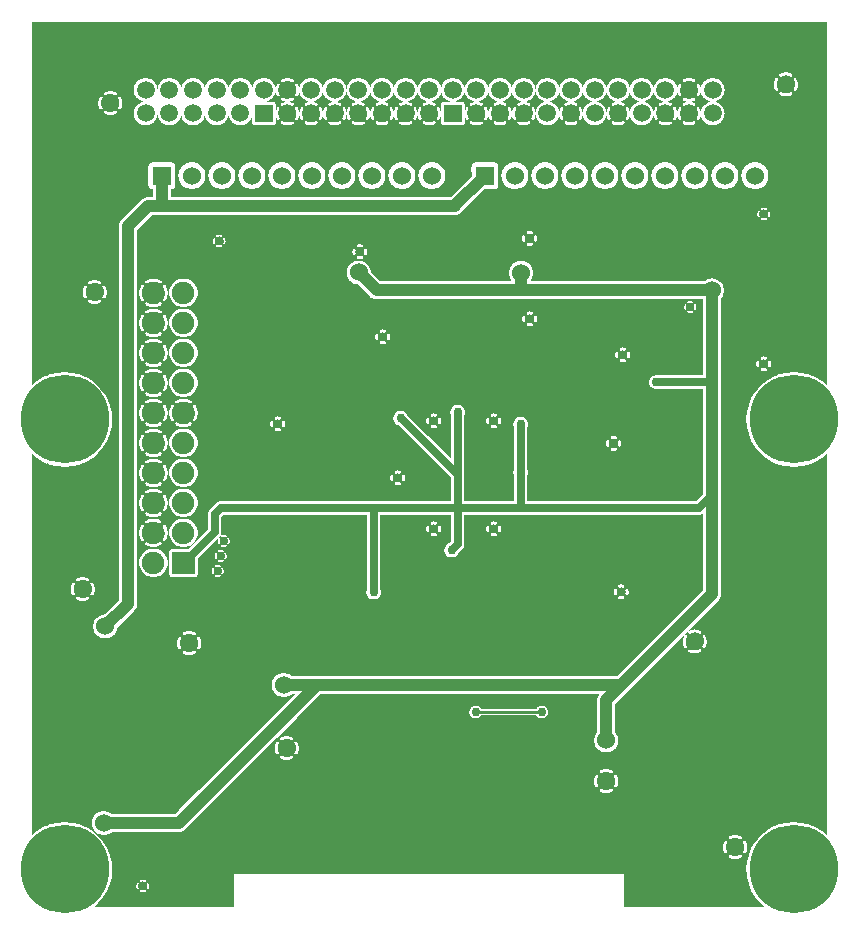
<source format=gbl>
G04 start of page 3 for group 1 idx 1 *
G04 Title: (unknown), solder *
G04 Creator: pcb 20110918 *
G04 CreationDate: Wed 07 May 2014 09:59:53 GMT UTC *
G04 For: michael *
G04 Format: Gerber/RS-274X *
G04 PCB-Dimensions: 275000 304000 *
G04 PCB-Coordinate-Origin: lower left *
%MOIN*%
%FSLAX25Y25*%
%LNBOTTOM*%
%ADD53C,0.0433*%
%ADD52C,0.0315*%
%ADD51C,0.0350*%
%ADD50C,0.0120*%
%ADD49C,0.1340*%
%ADD48C,0.0280*%
%ADD47C,0.0300*%
%ADD46C,0.2950*%
%ADD45C,0.0748*%
%ADD44C,0.0591*%
%ADD43C,0.0600*%
%ADD42C,0.0100*%
%ADD41C,0.0400*%
%ADD40C,0.0250*%
%ADD39C,0.0001*%
G54D39*G36*
X15000Y150780D02*Y32220D01*
X13529Y32104D01*
X11118Y31525D01*
X8828Y30577D01*
X6714Y29281D01*
X5000Y27818D01*
Y155182D01*
X6714Y153719D01*
X8828Y152423D01*
X11118Y151475D01*
X13529Y150896D01*
X15000Y150780D01*
G37*
G36*
X43709Y16500D02*X72500D01*
Y4000D01*
X43709D01*
Y9927D01*
X43718Y9929D01*
X43761Y9948D01*
X43801Y9974D01*
X43836Y10005D01*
X43866Y10042D01*
X43889Y10083D01*
X43966Y10256D01*
X44025Y10437D01*
X44068Y10622D01*
X44094Y10810D01*
X44102Y11000D01*
X44094Y11190D01*
X44068Y11378D01*
X44025Y11563D01*
X43966Y11744D01*
X43891Y11918D01*
X43867Y11959D01*
X43837Y11996D01*
X43802Y12028D01*
X43762Y12053D01*
X43718Y12072D01*
X43709Y12074D01*
Y16500D01*
G37*
G36*
X42001D02*X43709D01*
Y12074D01*
X43672Y12084D01*
X43625Y12089D01*
X43578Y12086D01*
X43531Y12076D01*
X43487Y12058D01*
X43446Y12034D01*
X43409Y12004D01*
X43378Y11969D01*
X43352Y11929D01*
X43333Y11885D01*
X43321Y11839D01*
X43317Y11792D01*
X43320Y11745D01*
X43330Y11698D01*
X43348Y11655D01*
X43403Y11531D01*
X43445Y11402D01*
X43476Y11270D01*
X43494Y11135D01*
X43500Y11000D01*
X43494Y10865D01*
X43476Y10730D01*
X43445Y10598D01*
X43403Y10469D01*
X43349Y10345D01*
X43331Y10301D01*
X43321Y10255D01*
X43318Y10208D01*
X43323Y10161D01*
X43335Y10115D01*
X43354Y10072D01*
X43379Y10032D01*
X43411Y9997D01*
X43447Y9967D01*
X43488Y9943D01*
X43532Y9926D01*
X43578Y9916D01*
X43625Y9913D01*
X43672Y9917D01*
X43709Y9927D01*
Y4000D01*
X42001D01*
Y8898D01*
X42190Y8906D01*
X42378Y8932D01*
X42563Y8975D01*
X42744Y9034D01*
X42918Y9109D01*
X42959Y9133D01*
X42996Y9163D01*
X43028Y9198D01*
X43053Y9238D01*
X43072Y9282D01*
X43084Y9328D01*
X43089Y9375D01*
X43086Y9422D01*
X43076Y9469D01*
X43058Y9513D01*
X43034Y9554D01*
X43004Y9591D01*
X42969Y9622D01*
X42929Y9648D01*
X42885Y9667D01*
X42839Y9679D01*
X42792Y9683D01*
X42745Y9680D01*
X42698Y9670D01*
X42655Y9652D01*
X42531Y9597D01*
X42402Y9555D01*
X42270Y9524D01*
X42135Y9506D01*
X42001Y9500D01*
Y12500D01*
X42135Y12494D01*
X42270Y12476D01*
X42402Y12445D01*
X42531Y12403D01*
X42655Y12349D01*
X42699Y12331D01*
X42745Y12321D01*
X42792Y12318D01*
X42839Y12323D01*
X42885Y12335D01*
X42928Y12354D01*
X42968Y12379D01*
X43003Y12411D01*
X43033Y12447D01*
X43057Y12488D01*
X43074Y12532D01*
X43084Y12578D01*
X43087Y12625D01*
X43083Y12672D01*
X43071Y12718D01*
X43052Y12761D01*
X43026Y12801D01*
X42995Y12836D01*
X42958Y12866D01*
X42917Y12889D01*
X42744Y12966D01*
X42563Y13025D01*
X42378Y13068D01*
X42190Y13094D01*
X42001Y13102D01*
Y16500D01*
G37*
G36*
X40291D02*X42001D01*
Y13102D01*
X42000Y13102D01*
X41810Y13094D01*
X41622Y13068D01*
X41437Y13025D01*
X41256Y12966D01*
X41082Y12891D01*
X41041Y12867D01*
X41004Y12837D01*
X40972Y12802D01*
X40947Y12762D01*
X40928Y12718D01*
X40916Y12672D01*
X40911Y12625D01*
X40914Y12578D01*
X40924Y12531D01*
X40942Y12487D01*
X40966Y12446D01*
X40996Y12409D01*
X41031Y12378D01*
X41071Y12352D01*
X41115Y12333D01*
X41161Y12321D01*
X41208Y12317D01*
X41255Y12320D01*
X41302Y12330D01*
X41345Y12348D01*
X41469Y12403D01*
X41598Y12445D01*
X41730Y12476D01*
X41865Y12494D01*
X42000Y12500D01*
X42001Y12500D01*
Y9500D01*
X42000Y9500D01*
X41865Y9506D01*
X41730Y9524D01*
X41598Y9555D01*
X41469Y9597D01*
X41345Y9651D01*
X41301Y9669D01*
X41255Y9679D01*
X41208Y9682D01*
X41161Y9677D01*
X41115Y9665D01*
X41072Y9646D01*
X41032Y9621D01*
X40997Y9589D01*
X40967Y9553D01*
X40943Y9512D01*
X40926Y9468D01*
X40916Y9422D01*
X40913Y9375D01*
X40917Y9328D01*
X40929Y9282D01*
X40948Y9239D01*
X40974Y9199D01*
X41005Y9164D01*
X41042Y9134D01*
X41083Y9111D01*
X41256Y9034D01*
X41437Y8975D01*
X41622Y8932D01*
X41810Y8906D01*
X42000Y8898D01*
X42001Y8898D01*
Y4000D01*
X40291D01*
Y9926D01*
X40328Y9916D01*
X40375Y9911D01*
X40422Y9914D01*
X40469Y9924D01*
X40513Y9942D01*
X40554Y9966D01*
X40591Y9996D01*
X40622Y10031D01*
X40648Y10071D01*
X40667Y10115D01*
X40679Y10161D01*
X40683Y10208D01*
X40680Y10255D01*
X40670Y10302D01*
X40652Y10345D01*
X40597Y10469D01*
X40555Y10598D01*
X40524Y10730D01*
X40506Y10865D01*
X40500Y11000D01*
X40506Y11135D01*
X40524Y11270D01*
X40555Y11402D01*
X40597Y11531D01*
X40651Y11655D01*
X40669Y11699D01*
X40679Y11745D01*
X40682Y11792D01*
X40677Y11839D01*
X40665Y11885D01*
X40646Y11928D01*
X40621Y11968D01*
X40589Y12003D01*
X40553Y12033D01*
X40512Y12057D01*
X40468Y12074D01*
X40422Y12084D01*
X40375Y12087D01*
X40328Y12083D01*
X40291Y12073D01*
Y16500D01*
G37*
G36*
X31750D02*X40291D01*
Y12073D01*
X40282Y12071D01*
X40239Y12052D01*
X40199Y12026D01*
X40164Y11995D01*
X40134Y11958D01*
X40111Y11917D01*
X40034Y11744D01*
X39975Y11563D01*
X39932Y11378D01*
X39906Y11190D01*
X39898Y11000D01*
X39906Y10810D01*
X39932Y10622D01*
X39975Y10437D01*
X40034Y10256D01*
X40109Y10082D01*
X40133Y10041D01*
X40163Y10004D01*
X40198Y9972D01*
X40238Y9947D01*
X40282Y9928D01*
X40291Y9926D01*
Y4000D01*
X25616D01*
X27171Y5329D01*
X28781Y7214D01*
X30077Y9328D01*
X31025Y11618D01*
X31604Y14029D01*
X31750Y16500D01*
G37*
G36*
X239502Y21500D02*X244024D01*
X243975Y21382D01*
X243396Y18971D01*
X243201Y16500D01*
X243396Y14029D01*
X243975Y11618D01*
X244923Y9328D01*
X246219Y7214D01*
X247829Y5329D01*
X249384Y4000D01*
X239502D01*
Y20000D01*
X239682D01*
X240044Y20033D01*
X240402Y20099D01*
X240752Y20197D01*
X241092Y20326D01*
X241419Y20485D01*
X241485Y20528D01*
X241544Y20581D01*
X241594Y20643D01*
X241633Y20712D01*
X241661Y20786D01*
X241677Y20863D01*
X241681Y20942D01*
X241673Y21021D01*
X241652Y21097D01*
X241620Y21170D01*
X241577Y21236D01*
X241524Y21295D01*
X241462Y21344D01*
X241393Y21384D01*
X241319Y21412D01*
X241242Y21428D01*
X241163Y21432D01*
X241084Y21424D01*
X241007Y21403D01*
X240936Y21370D01*
X240693Y21247D01*
X240438Y21150D01*
X240176Y21077D01*
X239908Y21028D01*
X239636Y21003D01*
X239502D01*
Y21500D01*
G37*
G36*
X202500Y4000D02*Y21500D01*
X239502D01*
Y21003D01*
X239364D01*
X239092Y21028D01*
X238824Y21077D01*
X238562Y21150D01*
X238307Y21247D01*
X238063Y21367D01*
X237991Y21400D01*
X237915Y21421D01*
X237837Y21429D01*
X237759Y21425D01*
X237682Y21409D01*
X237608Y21381D01*
X237540Y21342D01*
X237479Y21293D01*
X237426Y21234D01*
X237383Y21168D01*
X237351Y21096D01*
X237330Y21020D01*
X237322Y20942D01*
X237326Y20864D01*
X237342Y20787D01*
X237370Y20713D01*
X237409Y20645D01*
X237458Y20584D01*
X237517Y20531D01*
X237583Y20489D01*
X237908Y20326D01*
X238248Y20197D01*
X238598Y20099D01*
X238956Y20033D01*
X239318Y20000D01*
X239502D01*
Y4000D01*
X202500D01*
G37*
G36*
X203459Y134750D02*X227312D01*
X227400Y134743D01*
X227753Y134771D01*
X227753Y134771D01*
X228097Y134854D01*
X228425Y134989D01*
X228700Y135158D01*
Y109443D01*
X203459Y84202D01*
Y107938D01*
X203512Y107944D01*
X203588Y107965D01*
X203660Y107997D01*
X203725Y108040D01*
X203784Y108093D01*
X203833Y108154D01*
X203872Y108222D01*
X203899Y108296D01*
X203958Y108527D01*
X203992Y108762D01*
X204003Y109000D01*
X203992Y109238D01*
X203958Y109473D01*
X203902Y109705D01*
X203874Y109779D01*
X203835Y109847D01*
X203785Y109909D01*
X203726Y109962D01*
X203660Y110005D01*
X203588Y110037D01*
X203512Y110058D01*
X203459Y110063D01*
Y134750D01*
G37*
G36*
X201501D02*X203459D01*
Y110063D01*
X203434Y110066D01*
X203355Y110062D01*
X203277Y110046D01*
X203204Y110018D01*
X203135Y109979D01*
X203074Y109929D01*
X203021Y109870D01*
X202977Y109804D01*
X202945Y109732D01*
X202925Y109656D01*
X202916Y109578D01*
X202920Y109499D01*
X202938Y109422D01*
X202973Y109284D01*
X202993Y109142D01*
X203000Y109000D01*
X202993Y108858D01*
X202973Y108716D01*
X202939Y108578D01*
X202922Y108501D01*
X202918Y108422D01*
X202926Y108344D01*
X202947Y108268D01*
X202979Y108196D01*
X203022Y108131D01*
X203075Y108072D01*
X203136Y108023D01*
X203204Y107984D01*
X203278Y107956D01*
X203355Y107940D01*
X203434Y107936D01*
X203459Y107938D01*
Y84202D01*
X201501Y82244D01*
Y106497D01*
X201738Y106508D01*
X201973Y106542D01*
X202205Y106598D01*
X202279Y106626D01*
X202347Y106665D01*
X202409Y106715D01*
X202462Y106774D01*
X202505Y106840D01*
X202537Y106912D01*
X202558Y106988D01*
X202566Y107066D01*
X202562Y107145D01*
X202546Y107223D01*
X202518Y107296D01*
X202479Y107365D01*
X202429Y107426D01*
X202370Y107479D01*
X202304Y107523D01*
X202232Y107555D01*
X202156Y107575D01*
X202078Y107584D01*
X201999Y107580D01*
X201922Y107562D01*
X201784Y107527D01*
X201642Y107507D01*
X201501Y107500D01*
Y110500D01*
X201642Y110493D01*
X201784Y110473D01*
X201922Y110439D01*
X201999Y110422D01*
X202078Y110418D01*
X202156Y110426D01*
X202232Y110447D01*
X202304Y110479D01*
X202369Y110522D01*
X202428Y110575D01*
X202477Y110636D01*
X202516Y110704D01*
X202544Y110778D01*
X202560Y110855D01*
X202564Y110934D01*
X202556Y111012D01*
X202535Y111088D01*
X202503Y111160D01*
X202460Y111225D01*
X202407Y111284D01*
X202346Y111333D01*
X202278Y111372D01*
X202204Y111399D01*
X201973Y111458D01*
X201738Y111492D01*
X201501Y111503D01*
Y134750D01*
G37*
G36*
X199541D02*X201501D01*
Y111503D01*
X201500Y111503D01*
X201262Y111492D01*
X201027Y111458D01*
X200795Y111402D01*
X200721Y111374D01*
X200653Y111335D01*
X200591Y111285D01*
X200538Y111226D01*
X200495Y111160D01*
X200463Y111088D01*
X200442Y111012D01*
X200434Y110934D01*
X200438Y110855D01*
X200454Y110777D01*
X200482Y110704D01*
X200521Y110635D01*
X200571Y110574D01*
X200630Y110521D01*
X200696Y110477D01*
X200768Y110445D01*
X200844Y110425D01*
X200922Y110416D01*
X201001Y110420D01*
X201078Y110438D01*
X201216Y110473D01*
X201358Y110493D01*
X201500Y110500D01*
X201501Y110500D01*
Y107500D01*
X201500Y107500D01*
X201358Y107507D01*
X201216Y107527D01*
X201078Y107561D01*
X201001Y107578D01*
X200922Y107582D01*
X200844Y107574D01*
X200768Y107553D01*
X200696Y107521D01*
X200631Y107478D01*
X200572Y107425D01*
X200523Y107364D01*
X200484Y107296D01*
X200456Y107222D01*
X200440Y107145D01*
X200436Y107066D01*
X200444Y106988D01*
X200465Y106912D01*
X200497Y106840D01*
X200540Y106775D01*
X200593Y106716D01*
X200654Y106667D01*
X200722Y106628D01*
X200796Y106601D01*
X201027Y106542D01*
X201262Y106508D01*
X201500Y106497D01*
X201501Y106497D01*
Y82244D01*
X200257Y81000D01*
X199541D01*
Y107937D01*
X199566Y107934D01*
X199645Y107938D01*
X199723Y107954D01*
X199796Y107982D01*
X199865Y108021D01*
X199926Y108071D01*
X199979Y108130D01*
X200023Y108196D01*
X200055Y108268D01*
X200075Y108344D01*
X200084Y108422D01*
X200080Y108501D01*
X200062Y108578D01*
X200027Y108716D01*
X200007Y108858D01*
X200000Y109000D01*
X200007Y109142D01*
X200027Y109284D01*
X200061Y109422D01*
X200078Y109499D01*
X200082Y109578D01*
X200074Y109656D01*
X200053Y109732D01*
X200021Y109804D01*
X199978Y109869D01*
X199925Y109928D01*
X199864Y109977D01*
X199796Y110016D01*
X199722Y110044D01*
X199645Y110060D01*
X199566Y110064D01*
X199541Y110062D01*
Y134750D01*
G37*
G36*
X160959D02*X167912D01*
X168000Y134743D01*
X168088Y134750D01*
X199541D01*
Y110062D01*
X199488Y110056D01*
X199412Y110035D01*
X199340Y110003D01*
X199275Y109960D01*
X199216Y109907D01*
X199167Y109846D01*
X199128Y109778D01*
X199101Y109704D01*
X199042Y109473D01*
X199008Y109238D01*
X198997Y109000D01*
X199008Y108762D01*
X199042Y108527D01*
X199098Y108295D01*
X199126Y108221D01*
X199165Y108153D01*
X199215Y108091D01*
X199274Y108038D01*
X199340Y107995D01*
X199412Y107963D01*
X199488Y107942D01*
X199541Y107937D01*
Y81000D01*
X160959D01*
Y128938D01*
X161012Y128944D01*
X161088Y128965D01*
X161160Y128997D01*
X161225Y129040D01*
X161284Y129093D01*
X161333Y129154D01*
X161372Y129222D01*
X161399Y129296D01*
X161458Y129527D01*
X161492Y129762D01*
X161503Y130000D01*
X161492Y130238D01*
X161458Y130473D01*
X161402Y130705D01*
X161374Y130779D01*
X161335Y130847D01*
X161285Y130909D01*
X161226Y130962D01*
X161160Y131005D01*
X161088Y131037D01*
X161012Y131058D01*
X160959Y131063D01*
Y134750D01*
G37*
G36*
X159001D02*X160959D01*
Y131063D01*
X160934Y131066D01*
X160855Y131062D01*
X160777Y131046D01*
X160704Y131018D01*
X160635Y130979D01*
X160574Y130929D01*
X160521Y130870D01*
X160477Y130804D01*
X160445Y130732D01*
X160425Y130656D01*
X160416Y130578D01*
X160420Y130499D01*
X160438Y130422D01*
X160473Y130284D01*
X160493Y130142D01*
X160500Y130000D01*
X160493Y129858D01*
X160473Y129716D01*
X160439Y129578D01*
X160422Y129501D01*
X160418Y129422D01*
X160426Y129344D01*
X160447Y129268D01*
X160479Y129196D01*
X160522Y129131D01*
X160575Y129072D01*
X160636Y129023D01*
X160704Y128984D01*
X160778Y128956D01*
X160855Y128940D01*
X160934Y128936D01*
X160959Y128938D01*
Y81000D01*
X159001D01*
Y127497D01*
X159238Y127508D01*
X159473Y127542D01*
X159705Y127598D01*
X159779Y127626D01*
X159847Y127665D01*
X159909Y127715D01*
X159962Y127774D01*
X160005Y127840D01*
X160037Y127912D01*
X160058Y127988D01*
X160066Y128066D01*
X160062Y128145D01*
X160046Y128223D01*
X160018Y128296D01*
X159979Y128365D01*
X159929Y128426D01*
X159870Y128479D01*
X159804Y128523D01*
X159732Y128555D01*
X159656Y128575D01*
X159578Y128584D01*
X159499Y128580D01*
X159422Y128562D01*
X159284Y128527D01*
X159142Y128507D01*
X159001Y128500D01*
Y131500D01*
X159142Y131493D01*
X159284Y131473D01*
X159422Y131439D01*
X159499Y131422D01*
X159578Y131418D01*
X159656Y131426D01*
X159732Y131447D01*
X159804Y131479D01*
X159869Y131522D01*
X159928Y131575D01*
X159977Y131636D01*
X160016Y131704D01*
X160044Y131778D01*
X160060Y131855D01*
X160064Y131934D01*
X160056Y132012D01*
X160035Y132088D01*
X160003Y132160D01*
X159960Y132225D01*
X159907Y132284D01*
X159846Y132333D01*
X159778Y132372D01*
X159704Y132399D01*
X159473Y132458D01*
X159238Y132492D01*
X159001Y132503D01*
Y134750D01*
G37*
G36*
X157185D02*X159001D01*
Y132503D01*
X159000Y132503D01*
X158762Y132492D01*
X158527Y132458D01*
X158295Y132402D01*
X158221Y132374D01*
X158153Y132335D01*
X158091Y132285D01*
X158038Y132226D01*
X157995Y132160D01*
X157963Y132088D01*
X157942Y132012D01*
X157934Y131934D01*
X157938Y131855D01*
X157954Y131777D01*
X157982Y131704D01*
X158021Y131635D01*
X158071Y131574D01*
X158130Y131521D01*
X158196Y131477D01*
X158268Y131445D01*
X158344Y131425D01*
X158422Y131416D01*
X158501Y131420D01*
X158578Y131438D01*
X158716Y131473D01*
X158858Y131493D01*
X159000Y131500D01*
X159001Y131500D01*
Y128500D01*
X159000Y128500D01*
X158858Y128507D01*
X158716Y128527D01*
X158578Y128561D01*
X158501Y128578D01*
X158422Y128582D01*
X158344Y128574D01*
X158268Y128553D01*
X158196Y128521D01*
X158131Y128478D01*
X158072Y128425D01*
X158023Y128364D01*
X157984Y128296D01*
X157956Y128222D01*
X157940Y128145D01*
X157936Y128066D01*
X157944Y127988D01*
X157965Y127912D01*
X157997Y127840D01*
X158040Y127775D01*
X158093Y127716D01*
X158154Y127667D01*
X158222Y127628D01*
X158296Y127601D01*
X158527Y127542D01*
X158762Y127508D01*
X159000Y127497D01*
X159001Y127497D01*
Y81000D01*
X157185D01*
Y128946D01*
X157223Y128954D01*
X157296Y128982D01*
X157365Y129021D01*
X157426Y129071D01*
X157479Y129130D01*
X157523Y129196D01*
X157555Y129268D01*
X157575Y129344D01*
X157584Y129422D01*
X157580Y129501D01*
X157562Y129578D01*
X157527Y129716D01*
X157507Y129858D01*
X157500Y130000D01*
X157507Y130142D01*
X157527Y130284D01*
X157561Y130422D01*
X157578Y130499D01*
X157582Y130578D01*
X157574Y130656D01*
X157553Y130732D01*
X157521Y130804D01*
X157478Y130869D01*
X157425Y130928D01*
X157364Y130977D01*
X157296Y131016D01*
X157222Y131044D01*
X157185Y131052D01*
Y134750D01*
G37*
G36*
X224501Y176750D02*X228700D01*
Y141482D01*
X226468Y139250D01*
X224501D01*
Y176750D01*
G37*
G36*
X226121Y206500D02*X228700D01*
Y181250D01*
X226121D01*
Y202998D01*
X226148Y203005D01*
X226190Y203025D01*
X226230Y203051D01*
X226264Y203083D01*
X226294Y203120D01*
X226316Y203162D01*
X226390Y203339D01*
X226445Y203524D01*
X226482Y203712D01*
X226500Y203904D01*
Y204096D01*
X226482Y204288D01*
X226445Y204476D01*
X226390Y204661D01*
X226318Y204839D01*
X226295Y204881D01*
X226266Y204918D01*
X226231Y204950D01*
X226191Y204977D01*
X226148Y204996D01*
X226121Y205004D01*
Y206500D01*
G37*
G36*
X224501D02*X226121D01*
Y205004D01*
X226102Y205009D01*
X226055Y205015D01*
X226008Y205013D01*
X225961Y205004D01*
X225917Y204987D01*
X225875Y204964D01*
X225838Y204935D01*
X225806Y204900D01*
X225779Y204860D01*
X225760Y204817D01*
X225747Y204771D01*
X225741Y204724D01*
X225743Y204677D01*
X225752Y204630D01*
X225770Y204586D01*
X225822Y204462D01*
X225860Y204333D01*
X225885Y204201D01*
X225898Y204067D01*
Y203933D01*
X225885Y203799D01*
X225860Y203667D01*
X225822Y203538D01*
X225771Y203413D01*
X225754Y203369D01*
X225745Y203323D01*
X225743Y203276D01*
X225748Y203229D01*
X225761Y203184D01*
X225781Y203141D01*
X225807Y203101D01*
X225839Y203067D01*
X225876Y203037D01*
X225917Y203014D01*
X225962Y202998D01*
X226008Y202989D01*
X226055Y202987D01*
X226102Y202992D01*
X226121Y202998D01*
Y181250D01*
X224501D01*
Y202000D01*
X224596D01*
X224788Y202018D01*
X224976Y202055D01*
X225161Y202110D01*
X225339Y202182D01*
X225381Y202205D01*
X225418Y202234D01*
X225450Y202269D01*
X225477Y202309D01*
X225496Y202352D01*
X225509Y202398D01*
X225515Y202445D01*
X225513Y202492D01*
X225504Y202539D01*
X225487Y202583D01*
X225464Y202625D01*
X225435Y202662D01*
X225400Y202694D01*
X225360Y202721D01*
X225317Y202740D01*
X225271Y202753D01*
X225224Y202759D01*
X225177Y202757D01*
X225130Y202748D01*
X225086Y202730D01*
X224962Y202678D01*
X224833Y202640D01*
X224701Y202615D01*
X224567Y202602D01*
X224501D01*
Y205398D01*
X224567D01*
X224701Y205385D01*
X224833Y205360D01*
X224962Y205322D01*
X225087Y205271D01*
X225131Y205254D01*
X225177Y205245D01*
X225224Y205243D01*
X225271Y205248D01*
X225316Y205261D01*
X225359Y205281D01*
X225399Y205307D01*
X225433Y205339D01*
X225463Y205376D01*
X225486Y205417D01*
X225502Y205462D01*
X225511Y205508D01*
X225513Y205555D01*
X225508Y205602D01*
X225495Y205648D01*
X225475Y205690D01*
X225449Y205730D01*
X225417Y205764D01*
X225380Y205794D01*
X225338Y205816D01*
X225161Y205890D01*
X224976Y205945D01*
X224788Y205982D01*
X224596Y206000D01*
X224501D01*
Y206500D01*
G37*
G36*
X222879Y176750D02*X224501D01*
Y139250D01*
X222879D01*
Y176750D01*
G37*
G36*
Y206500D02*X224501D01*
Y206000D01*
X224404D01*
X224212Y205982D01*
X224024Y205945D01*
X223839Y205890D01*
X223661Y205818D01*
X223619Y205795D01*
X223582Y205766D01*
X223550Y205731D01*
X223523Y205691D01*
X223504Y205648D01*
X223491Y205602D01*
X223485Y205555D01*
X223487Y205508D01*
X223496Y205461D01*
X223513Y205417D01*
X223536Y205375D01*
X223565Y205338D01*
X223600Y205306D01*
X223640Y205279D01*
X223683Y205260D01*
X223729Y205247D01*
X223776Y205241D01*
X223823Y205243D01*
X223870Y205252D01*
X223914Y205270D01*
X224038Y205322D01*
X224167Y205360D01*
X224299Y205385D01*
X224433Y205398D01*
X224501D01*
Y202602D01*
X224433D01*
X224299Y202615D01*
X224167Y202640D01*
X224038Y202678D01*
X223913Y202729D01*
X223869Y202746D01*
X223823Y202755D01*
X223776Y202757D01*
X223729Y202752D01*
X223684Y202739D01*
X223641Y202719D01*
X223601Y202693D01*
X223567Y202661D01*
X223537Y202624D01*
X223514Y202583D01*
X223498Y202538D01*
X223489Y202492D01*
X223487Y202445D01*
X223492Y202398D01*
X223505Y202352D01*
X223525Y202310D01*
X223551Y202270D01*
X223583Y202236D01*
X223620Y202206D01*
X223662Y202184D01*
X223839Y202110D01*
X224024Y202055D01*
X224212Y202018D01*
X224404Y202000D01*
X224501D01*
Y181250D01*
X222879D01*
Y202996D01*
X222898Y202991D01*
X222945Y202985D01*
X222992Y202987D01*
X223039Y202996D01*
X223083Y203013D01*
X223125Y203036D01*
X223162Y203065D01*
X223194Y203100D01*
X223221Y203140D01*
X223240Y203183D01*
X223253Y203229D01*
X223259Y203276D01*
X223257Y203323D01*
X223248Y203370D01*
X223230Y203414D01*
X223178Y203538D01*
X223140Y203667D01*
X223115Y203799D01*
X223102Y203933D01*
Y204067D01*
X223115Y204201D01*
X223140Y204333D01*
X223178Y204462D01*
X223229Y204587D01*
X223246Y204631D01*
X223255Y204677D01*
X223257Y204724D01*
X223252Y204771D01*
X223239Y204816D01*
X223219Y204859D01*
X223193Y204899D01*
X223161Y204933D01*
X223124Y204963D01*
X223083Y204986D01*
X223038Y205002D01*
X222992Y205011D01*
X222945Y205013D01*
X222898Y205008D01*
X222879Y205002D01*
Y206500D01*
G37*
G36*
X203959D02*X222879D01*
Y205002D01*
X222852Y204995D01*
X222810Y204975D01*
X222770Y204949D01*
X222736Y204917D01*
X222706Y204880D01*
X222684Y204838D01*
X222610Y204661D01*
X222555Y204476D01*
X222518Y204288D01*
X222500Y204096D01*
Y203904D01*
X222518Y203712D01*
X222555Y203524D01*
X222610Y203339D01*
X222682Y203161D01*
X222705Y203119D01*
X222734Y203082D01*
X222769Y203050D01*
X222809Y203023D01*
X222852Y203004D01*
X222879Y202996D01*
Y181250D01*
X213000D01*
X212647Y181229D01*
X212303Y181146D01*
X211975Y181011D01*
X211673Y180826D01*
X211404Y180596D01*
X211174Y180327D01*
X210989Y180025D01*
X210854Y179697D01*
X210771Y179353D01*
X210743Y179000D01*
X210771Y178647D01*
X210854Y178303D01*
X210989Y177975D01*
X211174Y177673D01*
X211404Y177404D01*
X211673Y177174D01*
X211975Y176989D01*
X212303Y176854D01*
X212647Y176771D01*
X213000Y176750D01*
X222879D01*
Y139250D01*
X203959D01*
Y186938D01*
X204012Y186944D01*
X204088Y186965D01*
X204160Y186997D01*
X204225Y187040D01*
X204284Y187093D01*
X204333Y187154D01*
X204372Y187222D01*
X204399Y187296D01*
X204458Y187527D01*
X204492Y187762D01*
X204503Y188000D01*
X204492Y188238D01*
X204458Y188473D01*
X204402Y188705D01*
X204374Y188779D01*
X204335Y188847D01*
X204285Y188909D01*
X204226Y188962D01*
X204160Y189005D01*
X204088Y189037D01*
X204012Y189058D01*
X203959Y189063D01*
Y206500D01*
G37*
G36*
X202001D02*X203959D01*
Y189063D01*
X203934Y189066D01*
X203855Y189062D01*
X203777Y189046D01*
X203704Y189018D01*
X203635Y188979D01*
X203574Y188929D01*
X203521Y188870D01*
X203477Y188804D01*
X203445Y188732D01*
X203425Y188656D01*
X203416Y188578D01*
X203420Y188499D01*
X203438Y188422D01*
X203473Y188284D01*
X203493Y188142D01*
X203500Y188000D01*
X203493Y187858D01*
X203473Y187716D01*
X203439Y187578D01*
X203422Y187501D01*
X203418Y187422D01*
X203426Y187344D01*
X203447Y187268D01*
X203479Y187196D01*
X203522Y187131D01*
X203575Y187072D01*
X203636Y187023D01*
X203704Y186984D01*
X203778Y186956D01*
X203855Y186940D01*
X203934Y186936D01*
X203959Y186938D01*
Y139250D01*
X202001D01*
Y185497D01*
X202238Y185508D01*
X202473Y185542D01*
X202705Y185598D01*
X202779Y185626D01*
X202847Y185665D01*
X202909Y185715D01*
X202962Y185774D01*
X203005Y185840D01*
X203037Y185912D01*
X203058Y185988D01*
X203066Y186066D01*
X203062Y186145D01*
X203046Y186223D01*
X203018Y186296D01*
X202979Y186365D01*
X202929Y186426D01*
X202870Y186479D01*
X202804Y186523D01*
X202732Y186555D01*
X202656Y186575D01*
X202578Y186584D01*
X202499Y186580D01*
X202422Y186562D01*
X202284Y186527D01*
X202142Y186507D01*
X202001Y186500D01*
Y189500D01*
X202142Y189493D01*
X202284Y189473D01*
X202422Y189439D01*
X202499Y189422D01*
X202578Y189418D01*
X202656Y189426D01*
X202732Y189447D01*
X202804Y189479D01*
X202869Y189522D01*
X202928Y189575D01*
X202977Y189636D01*
X203016Y189704D01*
X203044Y189778D01*
X203060Y189855D01*
X203064Y189934D01*
X203056Y190012D01*
X203035Y190088D01*
X203003Y190160D01*
X202960Y190225D01*
X202907Y190284D01*
X202846Y190333D01*
X202778Y190372D01*
X202704Y190399D01*
X202473Y190458D01*
X202238Y190492D01*
X202001Y190503D01*
Y206500D01*
G37*
G36*
X200959Y185931D02*X200965Y185912D01*
X200997Y185840D01*
X201040Y185775D01*
X201093Y185716D01*
X201154Y185667D01*
X201222Y185628D01*
X201296Y185601D01*
X201527Y185542D01*
X201762Y185508D01*
X202000Y185497D01*
X202001Y185497D01*
Y139250D01*
X200959D01*
Y157438D01*
X201012Y157444D01*
X201088Y157465D01*
X201160Y157497D01*
X201225Y157540D01*
X201284Y157593D01*
X201333Y157654D01*
X201372Y157722D01*
X201399Y157796D01*
X201458Y158027D01*
X201492Y158262D01*
X201503Y158500D01*
X201492Y158738D01*
X201458Y158973D01*
X201402Y159205D01*
X201374Y159279D01*
X201335Y159347D01*
X201285Y159409D01*
X201226Y159462D01*
X201160Y159505D01*
X201088Y159537D01*
X201012Y159558D01*
X200959Y159563D01*
Y185931D01*
G37*
G36*
Y189763D02*X200982Y189704D01*
X201021Y189635D01*
X201071Y189574D01*
X201130Y189521D01*
X201196Y189477D01*
X201268Y189445D01*
X201344Y189425D01*
X201422Y189416D01*
X201501Y189420D01*
X201578Y189438D01*
X201716Y189473D01*
X201858Y189493D01*
X202000Y189500D01*
X202001Y189500D01*
Y186500D01*
X202000Y186500D01*
X201858Y186507D01*
X201716Y186527D01*
X201578Y186561D01*
X201501Y186578D01*
X201422Y186582D01*
X201344Y186574D01*
X201268Y186553D01*
X201196Y186521D01*
X201131Y186478D01*
X201072Y186425D01*
X201023Y186364D01*
X200984Y186296D01*
X200959Y186232D01*
Y189763D01*
G37*
G36*
Y206500D02*X202001D01*
Y190503D01*
X202000Y190503D01*
X201762Y190492D01*
X201527Y190458D01*
X201295Y190402D01*
X201221Y190374D01*
X201153Y190335D01*
X201091Y190285D01*
X201038Y190226D01*
X200995Y190160D01*
X200963Y190088D01*
X200959Y190075D01*
Y206500D01*
G37*
G36*
X200041D02*X200959D01*
Y190075D01*
X200942Y190012D01*
X200934Y189934D01*
X200938Y189855D01*
X200954Y189777D01*
X200959Y189763D01*
Y186232D01*
X200956Y186222D01*
X200940Y186145D01*
X200936Y186066D01*
X200944Y185988D01*
X200959Y185931D01*
Y159563D01*
X200934Y159566D01*
X200855Y159562D01*
X200777Y159546D01*
X200704Y159518D01*
X200635Y159479D01*
X200574Y159429D01*
X200521Y159370D01*
X200477Y159304D01*
X200445Y159232D01*
X200425Y159156D01*
X200416Y159078D01*
X200420Y158999D01*
X200438Y158922D01*
X200473Y158784D01*
X200493Y158642D01*
X200500Y158500D01*
X200493Y158358D01*
X200473Y158216D01*
X200439Y158078D01*
X200422Y158001D01*
X200418Y157922D01*
X200426Y157844D01*
X200447Y157768D01*
X200479Y157696D01*
X200522Y157631D01*
X200575Y157572D01*
X200636Y157523D01*
X200704Y157484D01*
X200778Y157456D01*
X200855Y157440D01*
X200934Y157436D01*
X200959Y157438D01*
Y139250D01*
X200041D01*
Y156425D01*
X200058Y156488D01*
X200066Y156566D01*
X200062Y156645D01*
X200046Y156723D01*
X200041Y156737D01*
Y160268D01*
X200044Y160278D01*
X200060Y160355D01*
X200064Y160434D01*
X200056Y160512D01*
X200041Y160569D01*
Y186937D01*
X200066Y186934D01*
X200145Y186938D01*
X200223Y186954D01*
X200296Y186982D01*
X200365Y187021D01*
X200426Y187071D01*
X200479Y187130D01*
X200523Y187196D01*
X200555Y187268D01*
X200575Y187344D01*
X200584Y187422D01*
X200580Y187501D01*
X200562Y187578D01*
X200527Y187716D01*
X200507Y187858D01*
X200500Y188000D01*
X200507Y188142D01*
X200527Y188284D01*
X200561Y188422D01*
X200578Y188499D01*
X200582Y188578D01*
X200574Y188656D01*
X200553Y188732D01*
X200521Y188804D01*
X200478Y188869D01*
X200425Y188928D01*
X200364Y188977D01*
X200296Y189016D01*
X200222Y189044D01*
X200145Y189060D01*
X200066Y189064D01*
X200041Y189062D01*
Y206500D01*
G37*
G36*
X197041D02*X200041D01*
Y189062D01*
X199988Y189056D01*
X199912Y189035D01*
X199840Y189003D01*
X199775Y188960D01*
X199716Y188907D01*
X199667Y188846D01*
X199628Y188778D01*
X199601Y188704D01*
X199542Y188473D01*
X199508Y188238D01*
X199497Y188000D01*
X199508Y187762D01*
X199542Y187527D01*
X199598Y187295D01*
X199626Y187221D01*
X199665Y187153D01*
X199715Y187091D01*
X199774Y187038D01*
X199840Y186995D01*
X199912Y186963D01*
X199988Y186942D01*
X200041Y186937D01*
Y160569D01*
X200035Y160588D01*
X200003Y160660D01*
X199960Y160725D01*
X199907Y160784D01*
X199846Y160833D01*
X199778Y160872D01*
X199704Y160899D01*
X199473Y160958D01*
X199238Y160992D01*
X199000Y161003D01*
X198762Y160992D01*
X198527Y160958D01*
X198295Y160902D01*
X198221Y160874D01*
X198153Y160835D01*
X198091Y160785D01*
X198038Y160726D01*
X197995Y160660D01*
X197963Y160588D01*
X197942Y160512D01*
X197934Y160434D01*
X197938Y160355D01*
X197954Y160277D01*
X197982Y160204D01*
X198021Y160135D01*
X198071Y160074D01*
X198130Y160021D01*
X198196Y159977D01*
X198268Y159945D01*
X198344Y159925D01*
X198422Y159916D01*
X198501Y159920D01*
X198578Y159938D01*
X198716Y159973D01*
X198858Y159993D01*
X199000Y160000D01*
X199142Y159993D01*
X199284Y159973D01*
X199422Y159939D01*
X199499Y159922D01*
X199578Y159918D01*
X199656Y159926D01*
X199732Y159947D01*
X199804Y159979D01*
X199869Y160022D01*
X199928Y160075D01*
X199977Y160136D01*
X200016Y160204D01*
X200041Y160268D01*
Y156737D01*
X200018Y156796D01*
X199979Y156865D01*
X199929Y156926D01*
X199870Y156979D01*
X199804Y157023D01*
X199732Y157055D01*
X199656Y157075D01*
X199578Y157084D01*
X199499Y157080D01*
X199422Y157062D01*
X199284Y157027D01*
X199142Y157007D01*
X199000Y157000D01*
X198858Y157007D01*
X198716Y157027D01*
X198578Y157061D01*
X198501Y157078D01*
X198422Y157082D01*
X198344Y157074D01*
X198268Y157053D01*
X198196Y157021D01*
X198131Y156978D01*
X198072Y156925D01*
X198023Y156864D01*
X197984Y156796D01*
X197956Y156722D01*
X197940Y156645D01*
X197936Y156566D01*
X197944Y156488D01*
X197965Y156412D01*
X197997Y156340D01*
X198040Y156275D01*
X198093Y156216D01*
X198154Y156167D01*
X198222Y156128D01*
X198296Y156101D01*
X198527Y156042D01*
X198762Y156008D01*
X199000Y155997D01*
X199238Y156008D01*
X199473Y156042D01*
X199705Y156098D01*
X199779Y156126D01*
X199847Y156165D01*
X199909Y156215D01*
X199962Y156274D01*
X200005Y156340D01*
X200037Y156412D01*
X200041Y156425D01*
Y139250D01*
X197041D01*
Y157437D01*
X197066Y157434D01*
X197145Y157438D01*
X197223Y157454D01*
X197296Y157482D01*
X197365Y157521D01*
X197426Y157571D01*
X197479Y157630D01*
X197523Y157696D01*
X197555Y157768D01*
X197575Y157844D01*
X197584Y157922D01*
X197580Y158001D01*
X197562Y158078D01*
X197527Y158216D01*
X197507Y158358D01*
X197500Y158500D01*
X197507Y158642D01*
X197527Y158784D01*
X197561Y158922D01*
X197578Y158999D01*
X197582Y159078D01*
X197574Y159156D01*
X197553Y159232D01*
X197521Y159304D01*
X197478Y159369D01*
X197425Y159428D01*
X197364Y159477D01*
X197296Y159516D01*
X197222Y159544D01*
X197145Y159560D01*
X197066Y159564D01*
X197041Y159562D01*
Y206500D01*
G37*
G36*
X172959D02*X197041D01*
Y159562D01*
X196988Y159556D01*
X196912Y159535D01*
X196840Y159503D01*
X196775Y159460D01*
X196716Y159407D01*
X196667Y159346D01*
X196628Y159278D01*
X196601Y159204D01*
X196542Y158973D01*
X196508Y158738D01*
X196497Y158500D01*
X196508Y158262D01*
X196542Y158027D01*
X196598Y157795D01*
X196626Y157721D01*
X196665Y157653D01*
X196715Y157591D01*
X196774Y157538D01*
X196840Y157495D01*
X196912Y157463D01*
X196988Y157442D01*
X197041Y157437D01*
Y139250D01*
X172959D01*
Y198938D01*
X173012Y198944D01*
X173088Y198965D01*
X173160Y198997D01*
X173225Y199040D01*
X173284Y199093D01*
X173333Y199154D01*
X173372Y199222D01*
X173399Y199296D01*
X173458Y199527D01*
X173492Y199762D01*
X173503Y200000D01*
X173492Y200238D01*
X173458Y200473D01*
X173402Y200705D01*
X173374Y200779D01*
X173335Y200847D01*
X173285Y200909D01*
X173226Y200962D01*
X173160Y201005D01*
X173088Y201037D01*
X173012Y201058D01*
X172959Y201063D01*
Y206500D01*
G37*
G36*
X171001D02*X172959D01*
Y201063D01*
X172934Y201066D01*
X172855Y201062D01*
X172777Y201046D01*
X172704Y201018D01*
X172635Y200979D01*
X172574Y200929D01*
X172521Y200870D01*
X172477Y200804D01*
X172445Y200732D01*
X172425Y200656D01*
X172416Y200578D01*
X172420Y200499D01*
X172438Y200422D01*
X172473Y200284D01*
X172493Y200142D01*
X172500Y200000D01*
X172493Y199858D01*
X172473Y199716D01*
X172439Y199578D01*
X172422Y199501D01*
X172418Y199422D01*
X172426Y199344D01*
X172447Y199268D01*
X172479Y199196D01*
X172522Y199131D01*
X172575Y199072D01*
X172636Y199023D01*
X172704Y198984D01*
X172778Y198956D01*
X172855Y198940D01*
X172934Y198936D01*
X172959Y198938D01*
Y139250D01*
X171001D01*
Y197497D01*
X171238Y197508D01*
X171473Y197542D01*
X171705Y197598D01*
X171779Y197626D01*
X171847Y197665D01*
X171909Y197715D01*
X171962Y197774D01*
X172005Y197840D01*
X172037Y197912D01*
X172058Y197988D01*
X172066Y198066D01*
X172062Y198145D01*
X172046Y198223D01*
X172018Y198296D01*
X171979Y198365D01*
X171929Y198426D01*
X171870Y198479D01*
X171804Y198523D01*
X171732Y198555D01*
X171656Y198575D01*
X171578Y198584D01*
X171499Y198580D01*
X171422Y198562D01*
X171284Y198527D01*
X171142Y198507D01*
X171001Y198500D01*
Y201500D01*
X171142Y201493D01*
X171284Y201473D01*
X171422Y201439D01*
X171499Y201422D01*
X171578Y201418D01*
X171656Y201426D01*
X171732Y201447D01*
X171804Y201479D01*
X171869Y201522D01*
X171928Y201575D01*
X171977Y201636D01*
X172016Y201704D01*
X172044Y201778D01*
X172060Y201855D01*
X172064Y201934D01*
X172056Y202012D01*
X172035Y202088D01*
X172003Y202160D01*
X171960Y202225D01*
X171907Y202284D01*
X171846Y202333D01*
X171778Y202372D01*
X171704Y202399D01*
X171473Y202458D01*
X171238Y202492D01*
X171001Y202503D01*
Y206500D01*
G37*
G36*
X169041D02*X171001D01*
Y202503D01*
X171000Y202503D01*
X170762Y202492D01*
X170527Y202458D01*
X170295Y202402D01*
X170221Y202374D01*
X170153Y202335D01*
X170091Y202285D01*
X170038Y202226D01*
X169995Y202160D01*
X169963Y202088D01*
X169942Y202012D01*
X169934Y201934D01*
X169938Y201855D01*
X169954Y201777D01*
X169982Y201704D01*
X170021Y201635D01*
X170071Y201574D01*
X170130Y201521D01*
X170196Y201477D01*
X170268Y201445D01*
X170344Y201425D01*
X170422Y201416D01*
X170501Y201420D01*
X170578Y201438D01*
X170716Y201473D01*
X170858Y201493D01*
X171000Y201500D01*
X171001Y201500D01*
Y198500D01*
X171000Y198500D01*
X170858Y198507D01*
X170716Y198527D01*
X170578Y198561D01*
X170501Y198578D01*
X170422Y198582D01*
X170344Y198574D01*
X170268Y198553D01*
X170196Y198521D01*
X170131Y198478D01*
X170072Y198425D01*
X170023Y198364D01*
X169984Y198296D01*
X169956Y198222D01*
X169940Y198145D01*
X169936Y198066D01*
X169944Y197988D01*
X169965Y197912D01*
X169997Y197840D01*
X170040Y197775D01*
X170093Y197716D01*
X170154Y197667D01*
X170222Y197628D01*
X170296Y197601D01*
X170527Y197542D01*
X170762Y197508D01*
X171000Y197497D01*
X171001Y197497D01*
Y139250D01*
X170250D01*
Y147899D01*
X170385Y148225D01*
X170477Y148608D01*
X170500Y149000D01*
X170477Y149392D01*
X170385Y149775D01*
X170250Y150101D01*
Y163899D01*
X170385Y164225D01*
X170477Y164608D01*
X170500Y165000D01*
X170477Y165392D01*
X170385Y165775D01*
X170234Y166138D01*
X170029Y166474D01*
X169773Y166773D01*
X169474Y167029D01*
X169138Y167234D01*
X169041Y167275D01*
Y198937D01*
X169066Y198934D01*
X169145Y198938D01*
X169223Y198954D01*
X169296Y198982D01*
X169365Y199021D01*
X169426Y199071D01*
X169479Y199130D01*
X169523Y199196D01*
X169555Y199268D01*
X169575Y199344D01*
X169584Y199422D01*
X169580Y199501D01*
X169562Y199578D01*
X169527Y199716D01*
X169507Y199858D01*
X169500Y200000D01*
X169507Y200142D01*
X169527Y200284D01*
X169561Y200422D01*
X169578Y200499D01*
X169582Y200578D01*
X169574Y200656D01*
X169553Y200732D01*
X169521Y200804D01*
X169478Y200869D01*
X169425Y200928D01*
X169364Y200977D01*
X169296Y201016D01*
X169222Y201044D01*
X169145Y201060D01*
X169066Y201064D01*
X169041Y201062D01*
Y206500D01*
G37*
G36*
X160959D02*X168382D01*
X168500Y206491D01*
X168618Y206500D01*
X169041D01*
Y201062D01*
X168988Y201056D01*
X168912Y201035D01*
X168840Y201003D01*
X168775Y200960D01*
X168716Y200907D01*
X168667Y200846D01*
X168628Y200778D01*
X168601Y200704D01*
X168542Y200473D01*
X168508Y200238D01*
X168497Y200000D01*
X168508Y199762D01*
X168542Y199527D01*
X168598Y199295D01*
X168626Y199221D01*
X168665Y199153D01*
X168715Y199091D01*
X168774Y199038D01*
X168840Y198995D01*
X168912Y198963D01*
X168988Y198942D01*
X169041Y198937D01*
Y167275D01*
X168775Y167385D01*
X168392Y167477D01*
X168000Y167508D01*
X167608Y167477D01*
X167225Y167385D01*
X166862Y167234D01*
X166526Y167029D01*
X166227Y166773D01*
X165971Y166474D01*
X165766Y166138D01*
X165615Y165775D01*
X165523Y165392D01*
X165492Y165000D01*
X165523Y164608D01*
X165615Y164225D01*
X165750Y163899D01*
Y150101D01*
X165615Y149775D01*
X165523Y149392D01*
X165492Y149000D01*
X165523Y148608D01*
X165615Y148225D01*
X165750Y147899D01*
Y139250D01*
X160959D01*
Y164938D01*
X161012Y164944D01*
X161088Y164965D01*
X161160Y164997D01*
X161225Y165040D01*
X161284Y165093D01*
X161333Y165154D01*
X161372Y165222D01*
X161399Y165296D01*
X161458Y165527D01*
X161492Y165762D01*
X161503Y166000D01*
X161492Y166238D01*
X161458Y166473D01*
X161402Y166705D01*
X161374Y166779D01*
X161335Y166847D01*
X161285Y166909D01*
X161226Y166962D01*
X161160Y167005D01*
X161088Y167037D01*
X161012Y167058D01*
X160959Y167063D01*
Y206500D01*
G37*
G36*
X159001D02*X160959D01*
Y167063D01*
X160934Y167066D01*
X160855Y167062D01*
X160777Y167046D01*
X160704Y167018D01*
X160635Y166979D01*
X160574Y166929D01*
X160521Y166870D01*
X160477Y166804D01*
X160445Y166732D01*
X160425Y166656D01*
X160416Y166578D01*
X160420Y166499D01*
X160438Y166422D01*
X160473Y166284D01*
X160493Y166142D01*
X160500Y166000D01*
X160493Y165858D01*
X160473Y165716D01*
X160439Y165578D01*
X160422Y165501D01*
X160418Y165422D01*
X160426Y165344D01*
X160447Y165268D01*
X160479Y165196D01*
X160522Y165131D01*
X160575Y165072D01*
X160636Y165023D01*
X160704Y164984D01*
X160778Y164956D01*
X160855Y164940D01*
X160934Y164936D01*
X160959Y164938D01*
Y139250D01*
X159001D01*
Y163497D01*
X159238Y163508D01*
X159473Y163542D01*
X159705Y163598D01*
X159779Y163626D01*
X159847Y163665D01*
X159909Y163715D01*
X159962Y163774D01*
X160005Y163840D01*
X160037Y163912D01*
X160058Y163988D01*
X160066Y164066D01*
X160062Y164145D01*
X160046Y164223D01*
X160018Y164296D01*
X159979Y164365D01*
X159929Y164426D01*
X159870Y164479D01*
X159804Y164523D01*
X159732Y164555D01*
X159656Y164575D01*
X159578Y164584D01*
X159499Y164580D01*
X159422Y164562D01*
X159284Y164527D01*
X159142Y164507D01*
X159001Y164500D01*
Y167500D01*
X159142Y167493D01*
X159284Y167473D01*
X159422Y167439D01*
X159499Y167422D01*
X159578Y167418D01*
X159656Y167426D01*
X159732Y167447D01*
X159804Y167479D01*
X159869Y167522D01*
X159928Y167575D01*
X159977Y167636D01*
X160016Y167704D01*
X160044Y167778D01*
X160060Y167855D01*
X160064Y167934D01*
X160056Y168012D01*
X160035Y168088D01*
X160003Y168160D01*
X159960Y168225D01*
X159907Y168284D01*
X159846Y168333D01*
X159778Y168372D01*
X159704Y168399D01*
X159473Y168458D01*
X159238Y168492D01*
X159001Y168503D01*
Y206500D01*
G37*
G36*
X157185D02*X159001D01*
Y168503D01*
X159000Y168503D01*
X158762Y168492D01*
X158527Y168458D01*
X158295Y168402D01*
X158221Y168374D01*
X158153Y168335D01*
X158091Y168285D01*
X158038Y168226D01*
X157995Y168160D01*
X157963Y168088D01*
X157942Y168012D01*
X157934Y167934D01*
X157938Y167855D01*
X157954Y167777D01*
X157982Y167704D01*
X158021Y167635D01*
X158071Y167574D01*
X158130Y167521D01*
X158196Y167477D01*
X158268Y167445D01*
X158344Y167425D01*
X158422Y167416D01*
X158501Y167420D01*
X158578Y167438D01*
X158716Y167473D01*
X158858Y167493D01*
X159000Y167500D01*
X159001Y167500D01*
Y164500D01*
X159000Y164500D01*
X158858Y164507D01*
X158716Y164527D01*
X158578Y164561D01*
X158501Y164578D01*
X158422Y164582D01*
X158344Y164574D01*
X158268Y164553D01*
X158196Y164521D01*
X158131Y164478D01*
X158072Y164425D01*
X158023Y164364D01*
X157984Y164296D01*
X157956Y164222D01*
X157940Y164145D01*
X157936Y164066D01*
X157944Y163988D01*
X157965Y163912D01*
X157997Y163840D01*
X158040Y163775D01*
X158093Y163716D01*
X158154Y163667D01*
X158222Y163628D01*
X158296Y163601D01*
X158527Y163542D01*
X158762Y163508D01*
X159000Y163497D01*
X159001Y163497D01*
Y139250D01*
X157185D01*
Y164946D01*
X157223Y164954D01*
X157296Y164982D01*
X157365Y165021D01*
X157426Y165071D01*
X157479Y165130D01*
X157523Y165196D01*
X157555Y165268D01*
X157575Y165344D01*
X157584Y165422D01*
X157580Y165501D01*
X157562Y165578D01*
X157527Y165716D01*
X157507Y165858D01*
X157500Y166000D01*
X157507Y166142D01*
X157527Y166284D01*
X157561Y166422D01*
X157578Y166499D01*
X157582Y166578D01*
X157574Y166656D01*
X157553Y166732D01*
X157521Y166804D01*
X157478Y166869D01*
X157425Y166928D01*
X157364Y166977D01*
X157296Y167016D01*
X157222Y167044D01*
X157185Y167052D01*
Y206500D01*
G37*
G36*
X249001Y154328D02*X249714Y153719D01*
X251828Y152423D01*
X254118Y151475D01*
X256529Y150896D01*
X259000Y150701D01*
X261471Y150896D01*
X263882Y151475D01*
X266172Y152423D01*
X268286Y153719D01*
X270000Y155182D01*
Y27818D01*
X268286Y29281D01*
X266172Y30577D01*
X263882Y31525D01*
X261471Y32104D01*
X259000Y32299D01*
X256529Y32104D01*
X254118Y31525D01*
X251828Y30577D01*
X249714Y29281D01*
X249001Y28672D01*
Y154328D01*
G37*
G36*
X259684Y294000D02*X270000D01*
Y177818D01*
X268286Y179281D01*
X266172Y180577D01*
X263882Y181525D01*
X261471Y182104D01*
X259684Y182245D01*
Y276069D01*
X259687Y276070D01*
X259755Y276109D01*
X259816Y276158D01*
X259869Y276217D01*
X259911Y276283D01*
X260074Y276608D01*
X260203Y276948D01*
X260301Y277298D01*
X260367Y277656D01*
X260400Y278018D01*
Y278382D01*
X260367Y278744D01*
X260301Y279102D01*
X260203Y279452D01*
X260074Y279792D01*
X259915Y280119D01*
X259872Y280185D01*
X259819Y280244D01*
X259757Y280294D01*
X259688Y280333D01*
X259684Y280335D01*
Y294000D01*
G37*
G36*
X256402D02*X259684D01*
Y280335D01*
X259614Y280361D01*
X259537Y280377D01*
X259458Y280381D01*
X259379Y280373D01*
X259303Y280352D01*
X259230Y280320D01*
X259164Y280277D01*
X259105Y280224D01*
X259056Y280162D01*
X259016Y280093D01*
X258988Y280019D01*
X258972Y279942D01*
X258968Y279863D01*
X258976Y279784D01*
X258997Y279707D01*
X259030Y279636D01*
X259153Y279393D01*
X259250Y279138D01*
X259323Y278876D01*
X259372Y278608D01*
X259397Y278336D01*
Y278064D01*
X259372Y277792D01*
X259323Y277524D01*
X259250Y277262D01*
X259153Y277007D01*
X259033Y276763D01*
X259000Y276691D01*
X258979Y276616D01*
X258971Y276537D01*
X258975Y276459D01*
X258991Y276382D01*
X259019Y276308D01*
X259058Y276240D01*
X259107Y276179D01*
X259166Y276126D01*
X259232Y276083D01*
X259304Y276051D01*
X259380Y276030D01*
X259458Y276022D01*
X259536Y276026D01*
X259613Y276042D01*
X259684Y276069D01*
Y182245D01*
X259000Y182299D01*
X256529Y182104D01*
X256402Y182074D01*
Y274200D01*
X256582D01*
X256944Y274233D01*
X257302Y274299D01*
X257652Y274397D01*
X257992Y274526D01*
X258319Y274685D01*
X258385Y274728D01*
X258444Y274781D01*
X258494Y274843D01*
X258533Y274912D01*
X258561Y274986D01*
X258577Y275063D01*
X258581Y275142D01*
X258573Y275221D01*
X258552Y275297D01*
X258520Y275370D01*
X258477Y275436D01*
X258424Y275495D01*
X258362Y275544D01*
X258293Y275584D01*
X258219Y275612D01*
X258142Y275628D01*
X258063Y275632D01*
X257984Y275624D01*
X257907Y275603D01*
X257836Y275570D01*
X257593Y275447D01*
X257338Y275350D01*
X257076Y275277D01*
X256808Y275228D01*
X256536Y275203D01*
X256402D01*
Y281197D01*
X256536D01*
X256808Y281172D01*
X257076Y281123D01*
X257338Y281050D01*
X257593Y280953D01*
X257837Y280833D01*
X257909Y280800D01*
X257984Y280779D01*
X258063Y280771D01*
X258141Y280775D01*
X258218Y280791D01*
X258292Y280819D01*
X258360Y280858D01*
X258421Y280907D01*
X258474Y280966D01*
X258517Y281032D01*
X258549Y281104D01*
X258570Y281180D01*
X258578Y281258D01*
X258574Y281336D01*
X258558Y281413D01*
X258530Y281487D01*
X258491Y281555D01*
X258442Y281616D01*
X258383Y281669D01*
X258317Y281711D01*
X257992Y281874D01*
X257652Y282003D01*
X257302Y282101D01*
X256944Y282167D01*
X256582Y282200D01*
X256402D01*
Y294000D01*
G37*
G36*
X253116D02*X256402D01*
Y282200D01*
X256218D01*
X255856Y282167D01*
X255498Y282101D01*
X255148Y282003D01*
X254808Y281874D01*
X254481Y281715D01*
X254415Y281672D01*
X254356Y281619D01*
X254306Y281557D01*
X254267Y281488D01*
X254239Y281414D01*
X254223Y281337D01*
X254219Y281258D01*
X254227Y281179D01*
X254248Y281103D01*
X254280Y281030D01*
X254323Y280964D01*
X254376Y280905D01*
X254438Y280856D01*
X254507Y280816D01*
X254581Y280788D01*
X254658Y280772D01*
X254737Y280768D01*
X254816Y280776D01*
X254893Y280797D01*
X254964Y280830D01*
X255207Y280953D01*
X255462Y281050D01*
X255724Y281123D01*
X255992Y281172D01*
X256264Y281197D01*
X256402D01*
Y275203D01*
X256264D01*
X255992Y275228D01*
X255724Y275277D01*
X255462Y275350D01*
X255207Y275447D01*
X254963Y275567D01*
X254891Y275600D01*
X254815Y275621D01*
X254737Y275629D01*
X254659Y275625D01*
X254582Y275609D01*
X254508Y275581D01*
X254440Y275542D01*
X254379Y275493D01*
X254326Y275434D01*
X254283Y275368D01*
X254251Y275296D01*
X254230Y275220D01*
X254222Y275142D01*
X254226Y275064D01*
X254242Y274987D01*
X254270Y274913D01*
X254309Y274845D01*
X254358Y274784D01*
X254417Y274731D01*
X254483Y274689D01*
X254808Y274526D01*
X255148Y274397D01*
X255498Y274299D01*
X255856Y274233D01*
X256218Y274200D01*
X256402D01*
Y182074D01*
X254118Y181525D01*
X253116Y181110D01*
Y276065D01*
X253186Y276039D01*
X253263Y276023D01*
X253342Y276019D01*
X253421Y276027D01*
X253497Y276048D01*
X253570Y276080D01*
X253636Y276123D01*
X253695Y276176D01*
X253744Y276238D01*
X253784Y276307D01*
X253812Y276381D01*
X253828Y276458D01*
X253832Y276537D01*
X253824Y276616D01*
X253803Y276693D01*
X253770Y276764D01*
X253647Y277007D01*
X253550Y277262D01*
X253477Y277524D01*
X253428Y277792D01*
X253403Y278064D01*
Y278336D01*
X253428Y278608D01*
X253477Y278876D01*
X253550Y279138D01*
X253647Y279393D01*
X253767Y279637D01*
X253800Y279709D01*
X253821Y279785D01*
X253829Y279863D01*
X253825Y279941D01*
X253809Y280018D01*
X253781Y280092D01*
X253742Y280160D01*
X253693Y280221D01*
X253634Y280274D01*
X253568Y280317D01*
X253496Y280349D01*
X253420Y280370D01*
X253342Y280378D01*
X253264Y280374D01*
X253187Y280358D01*
X253116Y280331D01*
Y294000D01*
G37*
G36*
X250959D02*X253116D01*
Y280331D01*
X253113Y280330D01*
X253045Y280291D01*
X252984Y280242D01*
X252931Y280183D01*
X252889Y280117D01*
X252726Y279792D01*
X252597Y279452D01*
X252499Y279102D01*
X252433Y278744D01*
X252400Y278382D01*
Y278018D01*
X252433Y277656D01*
X252499Y277298D01*
X252597Y276948D01*
X252726Y276608D01*
X252885Y276281D01*
X252928Y276215D01*
X252981Y276156D01*
X253043Y276106D01*
X253112Y276067D01*
X253116Y276065D01*
Y181110D01*
X251828Y180577D01*
X250959Y180045D01*
Y183938D01*
X251012Y183944D01*
X251088Y183965D01*
X251160Y183997D01*
X251225Y184040D01*
X251284Y184093D01*
X251333Y184154D01*
X251372Y184222D01*
X251399Y184296D01*
X251458Y184527D01*
X251492Y184762D01*
X251503Y185000D01*
X251492Y185238D01*
X251458Y185473D01*
X251402Y185705D01*
X251374Y185779D01*
X251335Y185847D01*
X251285Y185909D01*
X251226Y185962D01*
X251160Y186005D01*
X251088Y186037D01*
X251012Y186058D01*
X250959Y186063D01*
Y234241D01*
X250966Y234256D01*
X251025Y234437D01*
X251068Y234622D01*
X251094Y234810D01*
X251102Y235000D01*
X251094Y235190D01*
X251068Y235378D01*
X251025Y235563D01*
X250966Y235744D01*
X250959Y235759D01*
Y294000D01*
G37*
G36*
X249001D02*X250959D01*
Y235759D01*
X250891Y235918D01*
X250867Y235959D01*
X250837Y235996D01*
X250802Y236028D01*
X250762Y236053D01*
X250718Y236072D01*
X250672Y236084D01*
X250625Y236089D01*
X250578Y236086D01*
X250531Y236076D01*
X250487Y236058D01*
X250446Y236034D01*
X250409Y236004D01*
X250378Y235969D01*
X250352Y235929D01*
X250333Y235885D01*
X250321Y235839D01*
X250317Y235792D01*
X250320Y235745D01*
X250330Y235698D01*
X250348Y235655D01*
X250403Y235531D01*
X250445Y235402D01*
X250476Y235270D01*
X250494Y235135D01*
X250500Y235000D01*
X250494Y234865D01*
X250476Y234730D01*
X250445Y234598D01*
X250403Y234469D01*
X250349Y234345D01*
X250331Y234301D01*
X250321Y234255D01*
X250318Y234208D01*
X250323Y234161D01*
X250335Y234115D01*
X250354Y234072D01*
X250379Y234032D01*
X250411Y233997D01*
X250447Y233967D01*
X250488Y233943D01*
X250532Y233926D01*
X250578Y233916D01*
X250625Y233913D01*
X250672Y233917D01*
X250718Y233929D01*
X250761Y233948D01*
X250801Y233974D01*
X250836Y234005D01*
X250866Y234042D01*
X250889Y234083D01*
X250959Y234241D01*
Y186063D01*
X250934Y186066D01*
X250855Y186062D01*
X250777Y186046D01*
X250704Y186018D01*
X250635Y185979D01*
X250574Y185929D01*
X250521Y185870D01*
X250477Y185804D01*
X250445Y185732D01*
X250425Y185656D01*
X250416Y185578D01*
X250420Y185499D01*
X250438Y185422D01*
X250473Y185284D01*
X250493Y185142D01*
X250500Y185000D01*
X250493Y184858D01*
X250473Y184716D01*
X250439Y184578D01*
X250422Y184501D01*
X250418Y184422D01*
X250426Y184344D01*
X250447Y184268D01*
X250479Y184196D01*
X250522Y184131D01*
X250575Y184072D01*
X250636Y184023D01*
X250704Y183984D01*
X250778Y183956D01*
X250855Y183940D01*
X250934Y183936D01*
X250959Y183938D01*
Y180045D01*
X249714Y179281D01*
X249001Y178672D01*
Y182497D01*
X249238Y182508D01*
X249473Y182542D01*
X249705Y182598D01*
X249779Y182626D01*
X249847Y182665D01*
X249909Y182715D01*
X249962Y182774D01*
X250005Y182840D01*
X250037Y182912D01*
X250058Y182988D01*
X250066Y183066D01*
X250062Y183145D01*
X250046Y183223D01*
X250018Y183296D01*
X249979Y183365D01*
X249929Y183426D01*
X249870Y183479D01*
X249804Y183523D01*
X249732Y183555D01*
X249656Y183575D01*
X249578Y183584D01*
X249499Y183580D01*
X249422Y183562D01*
X249284Y183527D01*
X249142Y183507D01*
X249001Y183500D01*
Y186500D01*
X249142Y186493D01*
X249284Y186473D01*
X249422Y186439D01*
X249499Y186422D01*
X249578Y186418D01*
X249656Y186426D01*
X249732Y186447D01*
X249804Y186479D01*
X249869Y186522D01*
X249928Y186575D01*
X249977Y186636D01*
X250016Y186704D01*
X250044Y186778D01*
X250060Y186855D01*
X250064Y186934D01*
X250056Y187012D01*
X250035Y187088D01*
X250003Y187160D01*
X249960Y187225D01*
X249907Y187284D01*
X249846Y187333D01*
X249778Y187372D01*
X249704Y187399D01*
X249473Y187458D01*
X249238Y187492D01*
X249001Y187503D01*
Y232898D01*
X249190Y232906D01*
X249378Y232932D01*
X249563Y232975D01*
X249744Y233034D01*
X249918Y233109D01*
X249959Y233133D01*
X249996Y233163D01*
X250028Y233198D01*
X250053Y233238D01*
X250072Y233282D01*
X250084Y233328D01*
X250089Y233375D01*
X250086Y233422D01*
X250076Y233469D01*
X250058Y233513D01*
X250034Y233554D01*
X250004Y233591D01*
X249969Y233622D01*
X249929Y233648D01*
X249885Y233667D01*
X249839Y233679D01*
X249792Y233683D01*
X249745Y233680D01*
X249698Y233670D01*
X249655Y233652D01*
X249531Y233597D01*
X249402Y233555D01*
X249270Y233524D01*
X249135Y233506D01*
X249001Y233500D01*
Y236500D01*
X249135Y236494D01*
X249270Y236476D01*
X249402Y236445D01*
X249531Y236403D01*
X249655Y236349D01*
X249699Y236331D01*
X249745Y236321D01*
X249792Y236318D01*
X249839Y236323D01*
X249885Y236335D01*
X249928Y236354D01*
X249968Y236379D01*
X250003Y236411D01*
X250033Y236447D01*
X250057Y236488D01*
X250074Y236532D01*
X250084Y236578D01*
X250087Y236625D01*
X250083Y236672D01*
X250071Y236718D01*
X250052Y236761D01*
X250026Y236801D01*
X249995Y236836D01*
X249958Y236866D01*
X249917Y236889D01*
X249744Y236966D01*
X249563Y237025D01*
X249378Y237068D01*
X249190Y237094D01*
X249001Y237102D01*
Y244360D01*
X249292Y244608D01*
X249752Y245147D01*
X250122Y245751D01*
X250393Y246405D01*
X250558Y247094D01*
X250600Y247800D01*
X250558Y248506D01*
X250393Y249195D01*
X250122Y249849D01*
X249752Y250453D01*
X249292Y250992D01*
X249001Y251240D01*
Y294000D01*
G37*
G36*
X247041Y156252D02*X247829Y155329D01*
X249001Y154328D01*
Y28672D01*
X247829Y27671D01*
X247041Y26748D01*
Y156252D01*
G37*
G36*
X249001Y178672D02*X247829Y177671D01*
X247041Y176748D01*
Y183937D01*
X247066Y183934D01*
X247145Y183938D01*
X247223Y183954D01*
X247296Y183982D01*
X247365Y184021D01*
X247426Y184071D01*
X247479Y184130D01*
X247523Y184196D01*
X247555Y184268D01*
X247575Y184344D01*
X247584Y184422D01*
X247580Y184501D01*
X247562Y184578D01*
X247527Y184716D01*
X247507Y184858D01*
X247500Y185000D01*
X247507Y185142D01*
X247527Y185284D01*
X247561Y185422D01*
X247578Y185499D01*
X247582Y185578D01*
X247574Y185656D01*
X247553Y185732D01*
X247521Y185804D01*
X247478Y185869D01*
X247425Y185928D01*
X247364Y185977D01*
X247296Y186016D01*
X247222Y186044D01*
X247145Y186060D01*
X247066Y186064D01*
X247041Y186062D01*
Y234241D01*
X247109Y234082D01*
X247133Y234041D01*
X247163Y234004D01*
X247198Y233972D01*
X247238Y233947D01*
X247282Y233928D01*
X247328Y233916D01*
X247375Y233911D01*
X247422Y233914D01*
X247469Y233924D01*
X247513Y233942D01*
X247554Y233966D01*
X247591Y233996D01*
X247622Y234031D01*
X247648Y234071D01*
X247667Y234115D01*
X247679Y234161D01*
X247683Y234208D01*
X247680Y234255D01*
X247670Y234302D01*
X247652Y234345D01*
X247597Y234469D01*
X247555Y234598D01*
X247524Y234730D01*
X247506Y234865D01*
X247500Y235000D01*
X247506Y235135D01*
X247524Y235270D01*
X247555Y235402D01*
X247597Y235531D01*
X247651Y235655D01*
X247669Y235699D01*
X247679Y235745D01*
X247682Y235792D01*
X247677Y235839D01*
X247665Y235885D01*
X247646Y235928D01*
X247621Y235968D01*
X247589Y236003D01*
X247553Y236033D01*
X247512Y236057D01*
X247468Y236074D01*
X247422Y236084D01*
X247375Y236087D01*
X247328Y236083D01*
X247282Y236071D01*
X247239Y236052D01*
X247199Y236026D01*
X247164Y235995D01*
X247134Y235958D01*
X247111Y235917D01*
X247041Y235759D01*
Y243398D01*
X247495Y243507D01*
X248149Y243778D01*
X248753Y244148D01*
X249001Y244360D01*
Y237102D01*
X249000Y237102D01*
X248810Y237094D01*
X248622Y237068D01*
X248437Y237025D01*
X248256Y236966D01*
X248082Y236891D01*
X248041Y236867D01*
X248004Y236837D01*
X247972Y236802D01*
X247947Y236762D01*
X247928Y236718D01*
X247916Y236672D01*
X247911Y236625D01*
X247914Y236578D01*
X247924Y236531D01*
X247942Y236487D01*
X247966Y236446D01*
X247996Y236409D01*
X248031Y236378D01*
X248071Y236352D01*
X248115Y236333D01*
X248161Y236321D01*
X248208Y236317D01*
X248255Y236320D01*
X248302Y236330D01*
X248345Y236348D01*
X248469Y236403D01*
X248598Y236445D01*
X248730Y236476D01*
X248865Y236494D01*
X249000Y236500D01*
X249001Y236500D01*
Y233500D01*
X249000Y233500D01*
X248865Y233506D01*
X248730Y233524D01*
X248598Y233555D01*
X248469Y233597D01*
X248345Y233651D01*
X248301Y233669D01*
X248255Y233679D01*
X248208Y233682D01*
X248161Y233677D01*
X248115Y233665D01*
X248072Y233646D01*
X248032Y233621D01*
X247997Y233589D01*
X247967Y233553D01*
X247943Y233512D01*
X247926Y233468D01*
X247916Y233422D01*
X247913Y233375D01*
X247917Y233328D01*
X247929Y233282D01*
X247948Y233239D01*
X247974Y233199D01*
X248005Y233164D01*
X248042Y233134D01*
X248083Y233111D01*
X248256Y233034D01*
X248437Y232975D01*
X248622Y232932D01*
X248810Y232906D01*
X249000Y232898D01*
X249001Y232898D01*
Y187503D01*
X249000Y187503D01*
X248762Y187492D01*
X248527Y187458D01*
X248295Y187402D01*
X248221Y187374D01*
X248153Y187335D01*
X248091Y187285D01*
X248038Y187226D01*
X247995Y187160D01*
X247963Y187088D01*
X247942Y187012D01*
X247934Y186934D01*
X247938Y186855D01*
X247954Y186777D01*
X247982Y186704D01*
X248021Y186635D01*
X248071Y186574D01*
X248130Y186521D01*
X248196Y186477D01*
X248268Y186445D01*
X248344Y186425D01*
X248422Y186416D01*
X248501Y186420D01*
X248578Y186438D01*
X248716Y186473D01*
X248858Y186493D01*
X249000Y186500D01*
X249001Y186500D01*
Y183500D01*
X249000Y183500D01*
X248858Y183507D01*
X248716Y183527D01*
X248578Y183561D01*
X248501Y183578D01*
X248422Y183582D01*
X248344Y183574D01*
X248268Y183553D01*
X248196Y183521D01*
X248131Y183478D01*
X248072Y183425D01*
X248023Y183364D01*
X247984Y183296D01*
X247956Y183222D01*
X247940Y183145D01*
X247936Y183066D01*
X247944Y182988D01*
X247965Y182912D01*
X247997Y182840D01*
X248040Y182775D01*
X248093Y182716D01*
X248154Y182667D01*
X248222Y182628D01*
X248296Y182601D01*
X248527Y182542D01*
X248762Y182508D01*
X249000Y182497D01*
X249001Y182497D01*
Y178672D01*
G37*
G36*
X247041Y176748D02*X246219Y175786D01*
X244923Y173672D01*
X243975Y171382D01*
X243396Y168971D01*
X243201Y166500D01*
X243396Y164029D01*
X243975Y161618D01*
X244923Y159328D01*
X246219Y157214D01*
X247041Y156252D01*
Y26748D01*
X246219Y25786D01*
X244923Y23672D01*
X243975Y21382D01*
X243396Y18971D01*
X243201Y16500D01*
X243319Y15000D01*
X242784D01*
Y21869D01*
X242787Y21870D01*
X242855Y21909D01*
X242916Y21958D01*
X242969Y22017D01*
X243011Y22083D01*
X243174Y22408D01*
X243303Y22748D01*
X243401Y23098D01*
X243467Y23456D01*
X243500Y23818D01*
Y24182D01*
X243467Y24544D01*
X243401Y24902D01*
X243303Y25252D01*
X243174Y25592D01*
X243015Y25919D01*
X242972Y25985D01*
X242919Y26044D01*
X242857Y26094D01*
X242788Y26133D01*
X242784Y26135D01*
Y244754D01*
X242908Y244608D01*
X243447Y244148D01*
X244051Y243778D01*
X244705Y243507D01*
X245394Y243342D01*
X246100Y243286D01*
X246806Y243342D01*
X247041Y243398D01*
Y235759D01*
X247034Y235744D01*
X246975Y235563D01*
X246932Y235378D01*
X246906Y235190D01*
X246898Y235000D01*
X246906Y234810D01*
X246932Y234622D01*
X246975Y234437D01*
X247034Y234256D01*
X247041Y234241D01*
Y186062D01*
X246988Y186056D01*
X246912Y186035D01*
X246840Y186003D01*
X246775Y185960D01*
X246716Y185907D01*
X246667Y185846D01*
X246628Y185778D01*
X246601Y185704D01*
X246542Y185473D01*
X246508Y185238D01*
X246497Y185000D01*
X246508Y184762D01*
X246542Y184527D01*
X246598Y184295D01*
X246626Y184221D01*
X246665Y184153D01*
X246715Y184091D01*
X246774Y184038D01*
X246840Y183995D01*
X246912Y183963D01*
X246988Y183942D01*
X247041Y183937D01*
Y176748D01*
G37*
G36*
X242784Y294000D02*X249001D01*
Y251240D01*
X248753Y251452D01*
X248149Y251822D01*
X247495Y252093D01*
X246806Y252258D01*
X246100Y252314D01*
X245394Y252258D01*
X244705Y252093D01*
X244051Y251822D01*
X243447Y251452D01*
X242908Y250992D01*
X242784Y250846D01*
Y294000D01*
G37*
G36*
X239502D02*X242784D01*
Y250846D01*
X242448Y250453D01*
X242078Y249849D01*
X241807Y249195D01*
X241642Y248506D01*
X241586Y247800D01*
X241642Y247094D01*
X241807Y246405D01*
X242078Y245751D01*
X242448Y245147D01*
X242784Y244754D01*
Y26135D01*
X242714Y26161D01*
X242637Y26177D01*
X242558Y26181D01*
X242479Y26173D01*
X242403Y26152D01*
X242330Y26120D01*
X242264Y26077D01*
X242205Y26024D01*
X242156Y25962D01*
X242116Y25893D01*
X242088Y25819D01*
X242072Y25742D01*
X242068Y25663D01*
X242076Y25584D01*
X242097Y25507D01*
X242130Y25436D01*
X242253Y25193D01*
X242350Y24938D01*
X242423Y24676D01*
X242472Y24408D01*
X242497Y24136D01*
Y23864D01*
X242472Y23592D01*
X242423Y23324D01*
X242350Y23062D01*
X242253Y22807D01*
X242133Y22563D01*
X242100Y22491D01*
X242079Y22416D01*
X242071Y22337D01*
X242075Y22259D01*
X242091Y22182D01*
X242119Y22108D01*
X242158Y22040D01*
X242207Y21979D01*
X242266Y21926D01*
X242332Y21883D01*
X242404Y21851D01*
X242480Y21830D01*
X242558Y21822D01*
X242636Y21826D01*
X242713Y21842D01*
X242784Y21869D01*
Y15000D01*
X239502D01*
Y20000D01*
X239682D01*
X240044Y20033D01*
X240402Y20099D01*
X240752Y20197D01*
X241092Y20326D01*
X241419Y20485D01*
X241485Y20528D01*
X241544Y20581D01*
X241594Y20643D01*
X241633Y20712D01*
X241661Y20786D01*
X241677Y20863D01*
X241681Y20942D01*
X241673Y21021D01*
X241652Y21097D01*
X241620Y21170D01*
X241577Y21236D01*
X241524Y21295D01*
X241462Y21344D01*
X241393Y21384D01*
X241319Y21412D01*
X241242Y21428D01*
X241163Y21432D01*
X241084Y21424D01*
X241007Y21403D01*
X240936Y21370D01*
X240693Y21247D01*
X240438Y21150D01*
X240176Y21077D01*
X239908Y21028D01*
X239636Y21003D01*
X239502D01*
Y26997D01*
X239636D01*
X239908Y26972D01*
X240176Y26923D01*
X240438Y26850D01*
X240693Y26753D01*
X240937Y26633D01*
X241009Y26600D01*
X241084Y26579D01*
X241163Y26571D01*
X241241Y26575D01*
X241318Y26591D01*
X241392Y26619D01*
X241460Y26658D01*
X241521Y26707D01*
X241574Y26766D01*
X241617Y26832D01*
X241649Y26904D01*
X241670Y26980D01*
X241678Y27058D01*
X241674Y27136D01*
X241658Y27213D01*
X241630Y27287D01*
X241591Y27355D01*
X241542Y27416D01*
X241483Y27469D01*
X241417Y27511D01*
X241092Y27674D01*
X240752Y27803D01*
X240402Y27901D01*
X240044Y27967D01*
X239682Y28000D01*
X239502D01*
Y244854D01*
X239752Y245147D01*
X240122Y245751D01*
X240393Y246405D01*
X240558Y247094D01*
X240600Y247800D01*
X240558Y248506D01*
X240393Y249195D01*
X240122Y249849D01*
X239752Y250453D01*
X239502Y250746D01*
Y294000D01*
G37*
G36*
X236216Y243295D02*X236806Y243342D01*
X237495Y243507D01*
X238149Y243778D01*
X238753Y244148D01*
X239292Y244608D01*
X239502Y244854D01*
Y28000D01*
X239318D01*
X238956Y27967D01*
X238598Y27901D01*
X238248Y27803D01*
X237908Y27674D01*
X237581Y27515D01*
X237515Y27472D01*
X237456Y27419D01*
X237406Y27357D01*
X237367Y27288D01*
X237339Y27214D01*
X237323Y27137D01*
X237319Y27058D01*
X237327Y26979D01*
X237348Y26903D01*
X237380Y26830D01*
X237423Y26764D01*
X237476Y26705D01*
X237538Y26656D01*
X237607Y26616D01*
X237681Y26588D01*
X237758Y26572D01*
X237837Y26568D01*
X237916Y26576D01*
X237993Y26597D01*
X238064Y26630D01*
X238307Y26753D01*
X238562Y26850D01*
X238824Y26923D01*
X239092Y26972D01*
X239364Y26997D01*
X239502D01*
Y21003D01*
X239364D01*
X239092Y21028D01*
X238824Y21077D01*
X238562Y21150D01*
X238307Y21247D01*
X238063Y21367D01*
X237991Y21400D01*
X237915Y21421D01*
X237837Y21429D01*
X237759Y21425D01*
X237682Y21409D01*
X237608Y21381D01*
X237540Y21342D01*
X237479Y21293D01*
X237426Y21234D01*
X237383Y21168D01*
X237351Y21096D01*
X237330Y21020D01*
X237322Y20942D01*
X237326Y20864D01*
X237342Y20787D01*
X237370Y20713D01*
X237409Y20645D01*
X237458Y20584D01*
X237517Y20531D01*
X237583Y20489D01*
X237908Y20326D01*
X238248Y20197D01*
X238598Y20099D01*
X238956Y20033D01*
X239318Y20000D01*
X239502D01*
Y15000D01*
X236216D01*
Y21865D01*
X236286Y21839D01*
X236363Y21823D01*
X236442Y21819D01*
X236521Y21827D01*
X236597Y21848D01*
X236670Y21880D01*
X236736Y21923D01*
X236795Y21976D01*
X236844Y22038D01*
X236884Y22107D01*
X236912Y22181D01*
X236928Y22258D01*
X236932Y22337D01*
X236924Y22416D01*
X236903Y22493D01*
X236870Y22564D01*
X236747Y22807D01*
X236650Y23062D01*
X236577Y23324D01*
X236528Y23592D01*
X236503Y23864D01*
Y24136D01*
X236528Y24408D01*
X236577Y24676D01*
X236650Y24938D01*
X236747Y25193D01*
X236867Y25437D01*
X236900Y25509D01*
X236921Y25585D01*
X236929Y25663D01*
X236925Y25741D01*
X236909Y25818D01*
X236881Y25892D01*
X236842Y25960D01*
X236793Y26021D01*
X236734Y26074D01*
X236668Y26117D01*
X236596Y26149D01*
X236520Y26170D01*
X236442Y26178D01*
X236364Y26174D01*
X236287Y26158D01*
X236216Y26131D01*
Y243295D01*
G37*
G36*
Y294000D02*X239502D01*
Y250746D01*
X239292Y250992D01*
X238753Y251452D01*
X238149Y251822D01*
X237495Y252093D01*
X236806Y252258D01*
X236216Y252305D01*
Y294000D01*
G37*
G36*
X199784Y272479D02*X199872Y272458D01*
X200135Y272437D01*
X199959Y272421D01*
X199784Y272389D01*
Y272479D01*
G37*
G36*
X229284Y273485D02*X229657Y273166D01*
X230188Y272841D01*
X230763Y272603D01*
X231368Y272458D01*
X231630Y272437D01*
X231368Y272416D01*
X230763Y272271D01*
X230188Y272033D01*
X229657Y271708D01*
X229284Y271389D01*
Y273485D01*
G37*
G36*
Y294000D02*X236216D01*
Y252305D01*
X236100Y252314D01*
X235394Y252258D01*
X234705Y252093D01*
X234051Y251822D01*
X233447Y251452D01*
X232908Y250992D01*
X232448Y250453D01*
X232078Y249849D01*
X231807Y249195D01*
X231642Y248506D01*
X231586Y247800D01*
X231642Y247094D01*
X231807Y246405D01*
X232078Y245751D01*
X232448Y245147D01*
X232908Y244608D01*
X233447Y244148D01*
X234051Y243778D01*
X234705Y243507D01*
X235394Y243342D01*
X236100Y243286D01*
X236216Y243295D01*
Y26131D01*
X236213Y26130D01*
X236145Y26091D01*
X236084Y26042D01*
X236031Y25983D01*
X235989Y25917D01*
X235826Y25592D01*
X235697Y25252D01*
X235599Y24902D01*
X235533Y24544D01*
X235500Y24182D01*
Y23818D01*
X235533Y23456D01*
X235599Y23098D01*
X235697Y22748D01*
X235826Y22408D01*
X235985Y22081D01*
X236028Y22015D01*
X236081Y21956D01*
X236143Y21906D01*
X236212Y21867D01*
X236216Y21865D01*
Y15000D01*
X229284D01*
Y90369D01*
X229287Y90370D01*
X229355Y90409D01*
X229416Y90458D01*
X229469Y90517D01*
X229511Y90583D01*
X229674Y90908D01*
X229803Y91248D01*
X229901Y91598D01*
X229967Y91956D01*
X230000Y92318D01*
Y92682D01*
X229967Y93044D01*
X229901Y93402D01*
X229803Y93752D01*
X229674Y94092D01*
X229515Y94419D01*
X229472Y94485D01*
X229419Y94544D01*
X229357Y94594D01*
X229288Y94633D01*
X229284Y94635D01*
Y101541D01*
X233738Y105996D01*
X233828Y106072D01*
X234134Y106431D01*
X234135Y106431D01*
X234381Y106834D01*
X234562Y107270D01*
X234672Y107729D01*
X234709Y108200D01*
X234700Y108318D01*
Y206854D01*
X234946Y207142D01*
X235275Y207678D01*
X235516Y208260D01*
X235663Y208872D01*
X235700Y209500D01*
X235663Y210128D01*
X235516Y210740D01*
X235275Y211322D01*
X234946Y211858D01*
X234537Y212337D01*
X234058Y212746D01*
X233522Y213075D01*
X232940Y213316D01*
X232328Y213463D01*
X231700Y213512D01*
X231072Y213463D01*
X230460Y213316D01*
X229878Y213075D01*
X229342Y212746D01*
X229284Y212697D01*
Y244601D01*
X229292Y244608D01*
X229752Y245147D01*
X230122Y245751D01*
X230393Y246405D01*
X230558Y247094D01*
X230600Y247800D01*
X230558Y248506D01*
X230393Y249195D01*
X230122Y249849D01*
X229752Y250453D01*
X229292Y250992D01*
X229284Y250999D01*
Y265611D01*
X229657Y265292D01*
X230188Y264967D01*
X230763Y264729D01*
X231368Y264584D01*
X231988Y264535D01*
X232608Y264584D01*
X233213Y264729D01*
X233788Y264967D01*
X234319Y265292D01*
X234792Y265696D01*
X235196Y266169D01*
X235521Y266700D01*
X235759Y267275D01*
X235904Y267880D01*
X235941Y268500D01*
X235904Y269120D01*
X235759Y269725D01*
X235521Y270300D01*
X235196Y270831D01*
X234792Y271304D01*
X234319Y271708D01*
X233788Y272033D01*
X233213Y272271D01*
X232608Y272416D01*
X232346Y272437D01*
X232608Y272458D01*
X233213Y272603D01*
X233788Y272841D01*
X234319Y273166D01*
X234792Y273570D01*
X235196Y274043D01*
X235521Y274574D01*
X235759Y275149D01*
X235904Y275754D01*
X235941Y276374D01*
X235904Y276994D01*
X235759Y277599D01*
X235521Y278174D01*
X235196Y278705D01*
X234792Y279178D01*
X234319Y279582D01*
X233788Y279907D01*
X233213Y280145D01*
X232608Y280290D01*
X231988Y280339D01*
X231368Y280290D01*
X230763Y280145D01*
X230188Y279907D01*
X229657Y279582D01*
X229284Y279263D01*
Y294000D01*
G37*
G36*
Y212697D02*X229054Y212500D01*
X226002D01*
Y243294D01*
X226100Y243286D01*
X226806Y243342D01*
X227495Y243507D01*
X228149Y243778D01*
X228753Y244148D01*
X229284Y244601D01*
Y212697D01*
G37*
G36*
Y15000D02*X226002D01*
Y88500D01*
X226182D01*
X226544Y88533D01*
X226902Y88599D01*
X227252Y88697D01*
X227592Y88826D01*
X227919Y88985D01*
X227985Y89028D01*
X228044Y89081D01*
X228094Y89143D01*
X228133Y89212D01*
X228161Y89286D01*
X228177Y89363D01*
X228181Y89442D01*
X228173Y89521D01*
X228152Y89597D01*
X228120Y89670D01*
X228077Y89736D01*
X228024Y89795D01*
X227962Y89844D01*
X227893Y89884D01*
X227819Y89912D01*
X227742Y89928D01*
X227663Y89932D01*
X227584Y89924D01*
X227507Y89903D01*
X227436Y89870D01*
X227193Y89747D01*
X226938Y89650D01*
X226676Y89577D01*
X226408Y89528D01*
X226136Y89503D01*
X226002D01*
Y95497D01*
X226136D01*
X226408Y95472D01*
X226676Y95423D01*
X226938Y95350D01*
X227193Y95253D01*
X227437Y95133D01*
X227509Y95100D01*
X227584Y95079D01*
X227663Y95071D01*
X227741Y95075D01*
X227818Y95091D01*
X227892Y95119D01*
X227960Y95158D01*
X228021Y95207D01*
X228074Y95266D01*
X228117Y95332D01*
X228149Y95404D01*
X228170Y95480D01*
X228178Y95558D01*
X228174Y95636D01*
X228158Y95713D01*
X228130Y95787D01*
X228091Y95855D01*
X228042Y95916D01*
X227983Y95969D01*
X227917Y96011D01*
X227592Y96174D01*
X227252Y96303D01*
X226902Y96401D01*
X226544Y96467D01*
X226182Y96500D01*
X226002D01*
Y98259D01*
X229284Y101541D01*
Y94635D01*
X229214Y94661D01*
X229137Y94677D01*
X229058Y94681D01*
X228979Y94673D01*
X228903Y94652D01*
X228830Y94620D01*
X228764Y94577D01*
X228705Y94524D01*
X228656Y94462D01*
X228616Y94393D01*
X228588Y94319D01*
X228572Y94242D01*
X228568Y94163D01*
X228576Y94084D01*
X228597Y94007D01*
X228630Y93936D01*
X228753Y93693D01*
X228850Y93438D01*
X228923Y93176D01*
X228972Y92908D01*
X228997Y92636D01*
Y92364D01*
X228972Y92092D01*
X228923Y91824D01*
X228850Y91562D01*
X228753Y91307D01*
X228633Y91063D01*
X228600Y90991D01*
X228579Y90916D01*
X228571Y90837D01*
X228575Y90759D01*
X228591Y90682D01*
X228619Y90608D01*
X228658Y90540D01*
X228707Y90479D01*
X228766Y90426D01*
X228832Y90383D01*
X228904Y90351D01*
X228980Y90330D01*
X229058Y90322D01*
X229136Y90326D01*
X229213Y90342D01*
X229284Y90369D01*
Y15000D01*
G37*
G36*
X226002Y294000D02*X229284D01*
Y279263D01*
X229184Y279178D01*
X228780Y278705D01*
X228455Y278174D01*
X228217Y277599D01*
X228072Y276994D01*
X228051Y276731D01*
X228035Y276907D01*
X227971Y277258D01*
X227876Y277602D01*
X227750Y277936D01*
X227595Y278256D01*
X227552Y278323D01*
X227499Y278382D01*
X227438Y278432D01*
X227369Y278472D01*
X227295Y278500D01*
X227218Y278517D01*
X227139Y278521D01*
X227060Y278513D01*
X226984Y278493D01*
X226911Y278460D01*
X226845Y278417D01*
X226786Y278365D01*
X226736Y278303D01*
X226696Y278235D01*
X226668Y278161D01*
X226651Y278083D01*
X226647Y278004D01*
X226655Y277926D01*
X226675Y277849D01*
X226709Y277777D01*
X226827Y277539D01*
X226921Y277290D01*
X226992Y277034D01*
X227040Y276772D01*
X227064Y276507D01*
Y276241D01*
X227040Y275976D01*
X226992Y275714D01*
X226921Y275458D01*
X226827Y275209D01*
X226711Y274969D01*
X226678Y274898D01*
X226658Y274822D01*
X226650Y274744D01*
X226654Y274665D01*
X226671Y274588D01*
X226699Y274515D01*
X226738Y274447D01*
X226788Y274385D01*
X226847Y274333D01*
X226913Y274290D01*
X226985Y274258D01*
X227061Y274238D01*
X227139Y274230D01*
X227217Y274234D01*
X227294Y274251D01*
X227368Y274279D01*
X227436Y274318D01*
X227497Y274368D01*
X227550Y274427D01*
X227591Y274493D01*
X227750Y274812D01*
X227876Y275146D01*
X227971Y275490D01*
X228035Y275841D01*
X228051Y276017D01*
X228072Y275754D01*
X228217Y275149D01*
X228455Y274574D01*
X228780Y274043D01*
X229184Y273570D01*
X229284Y273485D01*
Y271389D01*
X229184Y271304D01*
X228780Y270831D01*
X228455Y270300D01*
X228217Y269725D01*
X228072Y269120D01*
X228051Y268857D01*
X228035Y269033D01*
X227971Y269384D01*
X227876Y269728D01*
X227750Y270062D01*
X227595Y270382D01*
X227552Y270449D01*
X227499Y270508D01*
X227438Y270558D01*
X227369Y270598D01*
X227295Y270626D01*
X227218Y270643D01*
X227139Y270647D01*
X227060Y270639D01*
X226984Y270619D01*
X226911Y270586D01*
X226845Y270543D01*
X226786Y270491D01*
X226736Y270429D01*
X226696Y270361D01*
X226668Y270287D01*
X226651Y270209D01*
X226647Y270130D01*
X226655Y270052D01*
X226675Y269975D01*
X226709Y269903D01*
X226827Y269665D01*
X226921Y269416D01*
X226992Y269160D01*
X227040Y268898D01*
X227064Y268633D01*
Y268367D01*
X227040Y268102D01*
X226992Y267840D01*
X226921Y267584D01*
X226827Y267335D01*
X226711Y267095D01*
X226678Y267024D01*
X226658Y266948D01*
X226650Y266870D01*
X226654Y266791D01*
X226671Y266714D01*
X226699Y266641D01*
X226738Y266573D01*
X226788Y266511D01*
X226847Y266459D01*
X226913Y266416D01*
X226985Y266384D01*
X227061Y266364D01*
X227139Y266356D01*
X227217Y266360D01*
X227294Y266377D01*
X227368Y266405D01*
X227436Y266444D01*
X227497Y266494D01*
X227550Y266553D01*
X227591Y266619D01*
X227750Y266938D01*
X227876Y267272D01*
X227971Y267616D01*
X228035Y267967D01*
X228051Y268143D01*
X228072Y267880D01*
X228217Y267275D01*
X228455Y266700D01*
X228780Y266169D01*
X229184Y265696D01*
X229284Y265611D01*
Y250999D01*
X228753Y251452D01*
X228149Y251822D01*
X227495Y252093D01*
X226806Y252258D01*
X226100Y252314D01*
X226002Y252306D01*
Y265023D01*
X226063Y265062D01*
X226122Y265115D01*
X226172Y265176D01*
X226212Y265245D01*
X226240Y265319D01*
X226257Y265396D01*
X226261Y265475D01*
X226253Y265554D01*
X226233Y265630D01*
X226200Y265703D01*
X226157Y265769D01*
X226105Y265828D01*
X226043Y265878D01*
X226002Y265902D01*
Y271101D01*
X226041Y271124D01*
X226103Y271174D01*
X226155Y271233D01*
X226198Y271299D01*
X226230Y271371D01*
X226250Y271447D01*
X226258Y271525D01*
X226254Y271604D01*
X226237Y271680D01*
X226209Y271754D01*
X226170Y271822D01*
X226120Y271883D01*
X226061Y271936D01*
X226002Y271973D01*
Y272897D01*
X226063Y272936D01*
X226122Y272989D01*
X226172Y273050D01*
X226212Y273119D01*
X226240Y273193D01*
X226257Y273270D01*
X226261Y273349D01*
X226253Y273428D01*
X226233Y273504D01*
X226200Y273577D01*
X226157Y273643D01*
X226105Y273702D01*
X226043Y273752D01*
X226002Y273776D01*
Y278975D01*
X226041Y278998D01*
X226103Y279048D01*
X226155Y279107D01*
X226198Y279173D01*
X226230Y279245D01*
X226250Y279321D01*
X226258Y279399D01*
X226254Y279478D01*
X226237Y279554D01*
X226209Y279628D01*
X226170Y279696D01*
X226120Y279757D01*
X226061Y279810D01*
X226002Y279847D01*
Y294000D01*
G37*
G36*
Y271973D02*X225995Y271977D01*
X225676Y272136D01*
X225342Y272262D01*
X224998Y272357D01*
X224647Y272421D01*
X224469Y272437D01*
X224647Y272453D01*
X224998Y272517D01*
X225342Y272612D01*
X225676Y272738D01*
X225996Y272893D01*
X226002Y272897D01*
Y271973D01*
G37*
G36*
Y15000D02*X222716D01*
Y90365D01*
X222786Y90339D01*
X222863Y90323D01*
X222942Y90319D01*
X223021Y90327D01*
X223097Y90348D01*
X223170Y90380D01*
X223236Y90423D01*
X223295Y90476D01*
X223344Y90538D01*
X223384Y90607D01*
X223412Y90681D01*
X223428Y90758D01*
X223432Y90837D01*
X223424Y90916D01*
X223403Y90993D01*
X223370Y91064D01*
X223247Y91307D01*
X223150Y91562D01*
X223077Y91824D01*
X223028Y92092D01*
X223003Y92364D01*
Y92636D01*
X223028Y92908D01*
X223077Y93176D01*
X223150Y93438D01*
X223247Y93693D01*
X223367Y93937D01*
X223400Y94009D01*
X223421Y94085D01*
X223429Y94163D01*
X223425Y94241D01*
X223409Y94318D01*
X223381Y94392D01*
X223342Y94460D01*
X223293Y94521D01*
X223234Y94574D01*
X223168Y94617D01*
X223096Y94649D01*
X223020Y94670D01*
X222942Y94678D01*
X222864Y94674D01*
X222787Y94658D01*
X222716Y94631D01*
Y94974D01*
X226002Y98259D01*
Y96500D01*
X225818D01*
X225456Y96467D01*
X225098Y96401D01*
X224748Y96303D01*
X224408Y96174D01*
X224081Y96015D01*
X224015Y95972D01*
X223956Y95919D01*
X223906Y95857D01*
X223867Y95788D01*
X223839Y95714D01*
X223823Y95637D01*
X223819Y95558D01*
X223827Y95479D01*
X223848Y95403D01*
X223880Y95330D01*
X223923Y95264D01*
X223976Y95205D01*
X224038Y95156D01*
X224107Y95116D01*
X224181Y95088D01*
X224258Y95072D01*
X224337Y95068D01*
X224416Y95076D01*
X224493Y95097D01*
X224564Y95130D01*
X224807Y95253D01*
X225062Y95350D01*
X225324Y95423D01*
X225592Y95472D01*
X225864Y95497D01*
X226002D01*
Y89503D01*
X225864D01*
X225592Y89528D01*
X225324Y89577D01*
X225062Y89650D01*
X224807Y89747D01*
X224563Y89867D01*
X224491Y89900D01*
X224415Y89921D01*
X224337Y89929D01*
X224259Y89925D01*
X224182Y89909D01*
X224108Y89881D01*
X224040Y89842D01*
X223979Y89793D01*
X223926Y89734D01*
X223883Y89668D01*
X223851Y89596D01*
X223830Y89520D01*
X223822Y89442D01*
X223826Y89364D01*
X223842Y89287D01*
X223870Y89213D01*
X223909Y89145D01*
X223958Y89084D01*
X224017Y89031D01*
X224083Y88989D01*
X224408Y88826D01*
X224748Y88697D01*
X225098Y88599D01*
X225456Y88533D01*
X225818Y88500D01*
X226002D01*
Y15000D01*
G37*
G36*
X222716D02*X199784D01*
Y43869D01*
X199787Y43870D01*
X199855Y43909D01*
X199916Y43958D01*
X199969Y44017D01*
X200011Y44083D01*
X200174Y44408D01*
X200303Y44748D01*
X200401Y45098D01*
X200467Y45456D01*
X200500Y45818D01*
Y46182D01*
X200467Y46544D01*
X200401Y46902D01*
X200303Y47252D01*
X200174Y47592D01*
X200015Y47919D01*
X199972Y47985D01*
X199919Y48044D01*
X199857Y48094D01*
X199788Y48133D01*
X199784Y48135D01*
Y57203D01*
X200075Y57678D01*
X200316Y58260D01*
X200463Y58872D01*
X200500Y59500D01*
X200463Y60128D01*
X200316Y60740D01*
X200075Y61322D01*
X199784Y61797D01*
Y72041D01*
X203538Y75795D01*
X203628Y75872D01*
X203705Y75962D01*
X222716Y94974D01*
Y94631D01*
X222713Y94630D01*
X222645Y94591D01*
X222584Y94542D01*
X222531Y94483D01*
X222489Y94417D01*
X222326Y94092D01*
X222197Y93752D01*
X222099Y93402D01*
X222033Y93044D01*
X222000Y92682D01*
Y92318D01*
X222033Y91956D01*
X222099Y91598D01*
X222197Y91248D01*
X222326Y90908D01*
X222485Y90581D01*
X222528Y90515D01*
X222581Y90456D01*
X222643Y90406D01*
X222712Y90367D01*
X222716Y90365D01*
Y15000D01*
G37*
G36*
X206093Y273131D02*X206566Y272841D01*
X207141Y272603D01*
X207746Y272458D01*
X208008Y272437D01*
X207746Y272416D01*
X207141Y272271D01*
X206566Y272033D01*
X206093Y271743D01*
Y273131D01*
G37*
G36*
X220177Y294000D02*X226002D01*
Y279847D01*
X225995Y279851D01*
X225676Y280010D01*
X225342Y280136D01*
X224998Y280231D01*
X224647Y280295D01*
X224292Y280327D01*
X223936D01*
X223581Y280295D01*
X223230Y280231D01*
X222886Y280136D01*
X222552Y280010D01*
X222232Y279855D01*
X222165Y279812D01*
X222106Y279759D01*
X222056Y279698D01*
X222016Y279629D01*
X221988Y279555D01*
X221971Y279478D01*
X221967Y279399D01*
X221975Y279320D01*
X221995Y279244D01*
X222028Y279171D01*
X222071Y279105D01*
X222123Y279046D01*
X222185Y278996D01*
X222253Y278956D01*
X222327Y278928D01*
X222405Y278911D01*
X222484Y278907D01*
X222562Y278915D01*
X222639Y278935D01*
X222711Y278969D01*
X222949Y279087D01*
X223198Y279181D01*
X223454Y279252D01*
X223716Y279300D01*
X223981Y279324D01*
X224247D01*
X224512Y279300D01*
X224774Y279252D01*
X225030Y279181D01*
X225279Y279087D01*
X225519Y278971D01*
X225590Y278938D01*
X225666Y278918D01*
X225744Y278910D01*
X225823Y278914D01*
X225900Y278931D01*
X225973Y278959D01*
X226002Y278975D01*
Y273776D01*
X225975Y273792D01*
X225901Y273820D01*
X225823Y273837D01*
X225744Y273841D01*
X225666Y273833D01*
X225589Y273813D01*
X225517Y273779D01*
X225279Y273661D01*
X225030Y273567D01*
X224774Y273496D01*
X224512Y273448D01*
X224247Y273424D01*
X223981D01*
X223716Y273448D01*
X223454Y273496D01*
X223198Y273567D01*
X222949Y273661D01*
X222709Y273777D01*
X222638Y273810D01*
X222562Y273830D01*
X222484Y273838D01*
X222405Y273834D01*
X222328Y273817D01*
X222255Y273789D01*
X222187Y273750D01*
X222125Y273700D01*
X222073Y273641D01*
X222030Y273575D01*
X221998Y273503D01*
X221978Y273427D01*
X221970Y273349D01*
X221974Y273271D01*
X221991Y273194D01*
X222019Y273120D01*
X222058Y273052D01*
X222108Y272991D01*
X222167Y272938D01*
X222233Y272897D01*
X222552Y272738D01*
X222886Y272612D01*
X223230Y272517D01*
X223581Y272453D01*
X223759Y272437D01*
X223581Y272421D01*
X223230Y272357D01*
X222886Y272262D01*
X222552Y272136D01*
X222232Y271981D01*
X222165Y271938D01*
X222106Y271885D01*
X222056Y271824D01*
X222016Y271755D01*
X221988Y271681D01*
X221971Y271604D01*
X221967Y271525D01*
X221975Y271446D01*
X221995Y271370D01*
X222028Y271297D01*
X222071Y271231D01*
X222123Y271172D01*
X222185Y271122D01*
X222253Y271082D01*
X222327Y271054D01*
X222405Y271037D01*
X222484Y271033D01*
X222562Y271041D01*
X222639Y271061D01*
X222711Y271095D01*
X222949Y271213D01*
X223198Y271307D01*
X223454Y271378D01*
X223716Y271426D01*
X223981Y271450D01*
X224247D01*
X224512Y271426D01*
X224774Y271378D01*
X225030Y271307D01*
X225279Y271213D01*
X225519Y271097D01*
X225590Y271064D01*
X225666Y271044D01*
X225744Y271036D01*
X225823Y271040D01*
X225900Y271057D01*
X225973Y271085D01*
X226002Y271101D01*
Y265902D01*
X225975Y265918D01*
X225901Y265946D01*
X225823Y265963D01*
X225744Y265967D01*
X225666Y265959D01*
X225589Y265939D01*
X225517Y265905D01*
X225279Y265787D01*
X225030Y265693D01*
X224774Y265622D01*
X224512Y265574D01*
X224247Y265550D01*
X223981D01*
X223716Y265574D01*
X223454Y265622D01*
X223198Y265693D01*
X222949Y265787D01*
X222709Y265903D01*
X222638Y265936D01*
X222562Y265956D01*
X222484Y265964D01*
X222405Y265960D01*
X222328Y265943D01*
X222255Y265915D01*
X222187Y265876D01*
X222125Y265826D01*
X222073Y265767D01*
X222030Y265701D01*
X221998Y265629D01*
X221978Y265553D01*
X221970Y265475D01*
X221974Y265397D01*
X221991Y265320D01*
X222019Y265246D01*
X222058Y265178D01*
X222108Y265117D01*
X222167Y265064D01*
X222233Y265023D01*
X222552Y264864D01*
X222886Y264738D01*
X223230Y264643D01*
X223581Y264579D01*
X223936Y264547D01*
X224292D01*
X224647Y264579D01*
X224998Y264643D01*
X225342Y264738D01*
X225676Y264864D01*
X225996Y265019D01*
X226002Y265023D01*
Y252306D01*
X225394Y252258D01*
X224705Y252093D01*
X224051Y251822D01*
X223447Y251452D01*
X222908Y250992D01*
X222448Y250453D01*
X222078Y249849D01*
X221807Y249195D01*
X221642Y248506D01*
X221586Y247800D01*
X221642Y247094D01*
X221807Y246405D01*
X222078Y245751D01*
X222448Y245147D01*
X222908Y244608D01*
X223447Y244148D01*
X224051Y243778D01*
X224705Y243507D01*
X225394Y243342D01*
X226002Y243294D01*
Y212500D01*
X220177D01*
Y245884D01*
X220393Y246405D01*
X220558Y247094D01*
X220600Y247800D01*
X220558Y248506D01*
X220393Y249195D01*
X220177Y249716D01*
Y268145D01*
X220193Y267967D01*
X220257Y267616D01*
X220352Y267272D01*
X220478Y266938D01*
X220633Y266618D01*
X220676Y266551D01*
X220729Y266492D01*
X220790Y266442D01*
X220859Y266402D01*
X220933Y266374D01*
X221010Y266357D01*
X221089Y266353D01*
X221168Y266361D01*
X221244Y266381D01*
X221317Y266414D01*
X221383Y266457D01*
X221442Y266509D01*
X221492Y266571D01*
X221532Y266639D01*
X221560Y266713D01*
X221577Y266791D01*
X221581Y266870D01*
X221573Y266948D01*
X221553Y267025D01*
X221519Y267097D01*
X221401Y267335D01*
X221307Y267584D01*
X221236Y267840D01*
X221188Y268102D01*
X221164Y268367D01*
Y268633D01*
X221188Y268898D01*
X221236Y269160D01*
X221307Y269416D01*
X221401Y269665D01*
X221517Y269905D01*
X221550Y269976D01*
X221570Y270052D01*
X221578Y270130D01*
X221574Y270209D01*
X221557Y270286D01*
X221529Y270359D01*
X221490Y270427D01*
X221440Y270489D01*
X221381Y270541D01*
X221315Y270584D01*
X221243Y270616D01*
X221167Y270636D01*
X221089Y270644D01*
X221010Y270640D01*
X220934Y270623D01*
X220860Y270595D01*
X220792Y270556D01*
X220731Y270506D01*
X220678Y270447D01*
X220637Y270381D01*
X220478Y270062D01*
X220352Y269728D01*
X220257Y269384D01*
X220193Y269033D01*
X220177Y268855D01*
Y276019D01*
X220193Y275841D01*
X220257Y275490D01*
X220352Y275146D01*
X220478Y274812D01*
X220633Y274492D01*
X220676Y274425D01*
X220729Y274366D01*
X220790Y274316D01*
X220859Y274276D01*
X220933Y274248D01*
X221010Y274231D01*
X221089Y274227D01*
X221168Y274235D01*
X221244Y274255D01*
X221317Y274288D01*
X221383Y274331D01*
X221442Y274383D01*
X221492Y274445D01*
X221532Y274513D01*
X221560Y274587D01*
X221577Y274665D01*
X221581Y274744D01*
X221573Y274822D01*
X221553Y274899D01*
X221519Y274971D01*
X221401Y275209D01*
X221307Y275458D01*
X221236Y275714D01*
X221188Y275976D01*
X221164Y276241D01*
Y276507D01*
X221188Y276772D01*
X221236Y277034D01*
X221307Y277290D01*
X221401Y277539D01*
X221517Y277779D01*
X221550Y277850D01*
X221570Y277926D01*
X221578Y278004D01*
X221574Y278083D01*
X221557Y278160D01*
X221529Y278233D01*
X221490Y278301D01*
X221440Y278363D01*
X221381Y278415D01*
X221315Y278458D01*
X221243Y278490D01*
X221167Y278510D01*
X221089Y278518D01*
X221010Y278514D01*
X220934Y278497D01*
X220860Y278469D01*
X220792Y278430D01*
X220731Y278380D01*
X220678Y278321D01*
X220637Y278255D01*
X220478Y277936D01*
X220352Y277602D01*
X220257Y277258D01*
X220193Y276907D01*
X220177Y276729D01*
Y294000D01*
G37*
G36*
Y249716D02*X220122Y249849D01*
X219752Y250453D01*
X219292Y250992D01*
X218753Y251452D01*
X218149Y251822D01*
X217495Y252093D01*
X216806Y252258D01*
X216100Y252314D01*
X216093Y252313D01*
Y264547D01*
X216418D01*
X216773Y264579D01*
X217124Y264643D01*
X217468Y264738D01*
X217802Y264864D01*
X218122Y265019D01*
X218189Y265062D01*
X218248Y265115D01*
X218298Y265176D01*
X218338Y265245D01*
X218366Y265319D01*
X218383Y265396D01*
X218387Y265475D01*
X218379Y265554D01*
X218359Y265630D01*
X218326Y265703D01*
X218283Y265769D01*
X218231Y265828D01*
X218169Y265878D01*
X218101Y265918D01*
X218027Y265946D01*
X217949Y265963D01*
X217870Y265967D01*
X217792Y265959D01*
X217715Y265939D01*
X217643Y265905D01*
X217405Y265787D01*
X217156Y265693D01*
X216900Y265622D01*
X216638Y265574D01*
X216373Y265550D01*
X216107D01*
X216093Y265551D01*
Y271449D01*
X216107Y271450D01*
X216373D01*
X216638Y271426D01*
X216900Y271378D01*
X217156Y271307D01*
X217405Y271213D01*
X217645Y271097D01*
X217716Y271064D01*
X217792Y271044D01*
X217870Y271036D01*
X217949Y271040D01*
X218026Y271057D01*
X218099Y271085D01*
X218167Y271124D01*
X218229Y271174D01*
X218281Y271233D01*
X218324Y271299D01*
X218356Y271371D01*
X218376Y271447D01*
X218384Y271525D01*
X218380Y271604D01*
X218363Y271680D01*
X218335Y271754D01*
X218296Y271822D01*
X218246Y271883D01*
X218187Y271936D01*
X218121Y271977D01*
X217802Y272136D01*
X217468Y272262D01*
X217124Y272357D01*
X216773Y272421D01*
X216597Y272437D01*
X216860Y272458D01*
X217465Y272603D01*
X218040Y272841D01*
X218571Y273166D01*
X219044Y273570D01*
X219448Y274043D01*
X219773Y274574D01*
X220011Y275149D01*
X220156Y275754D01*
X220174Y276052D01*
X220177Y276019D01*
Y268855D01*
X220161Y269033D01*
X220097Y269384D01*
X220002Y269728D01*
X219876Y270062D01*
X219721Y270382D01*
X219678Y270449D01*
X219625Y270508D01*
X219564Y270558D01*
X219495Y270598D01*
X219421Y270626D01*
X219344Y270643D01*
X219265Y270647D01*
X219186Y270639D01*
X219110Y270619D01*
X219037Y270586D01*
X218971Y270543D01*
X218912Y270491D01*
X218862Y270429D01*
X218822Y270361D01*
X218794Y270287D01*
X218777Y270209D01*
X218773Y270130D01*
X218781Y270052D01*
X218801Y269975D01*
X218835Y269903D01*
X218953Y269665D01*
X219047Y269416D01*
X219118Y269160D01*
X219166Y268898D01*
X219190Y268633D01*
Y268367D01*
X219166Y268102D01*
X219118Y267840D01*
X219047Y267584D01*
X218953Y267335D01*
X218837Y267095D01*
X218804Y267024D01*
X218784Y266948D01*
X218776Y266870D01*
X218780Y266791D01*
X218797Y266714D01*
X218825Y266641D01*
X218864Y266573D01*
X218914Y266511D01*
X218973Y266459D01*
X219039Y266416D01*
X219111Y266384D01*
X219187Y266364D01*
X219265Y266356D01*
X219343Y266360D01*
X219420Y266377D01*
X219494Y266405D01*
X219562Y266444D01*
X219623Y266494D01*
X219676Y266553D01*
X219717Y266619D01*
X219876Y266938D01*
X220002Y267272D01*
X220097Y267616D01*
X220161Y267967D01*
X220177Y268145D01*
Y249716D01*
G37*
G36*
Y212500D02*X216093D01*
Y243287D01*
X216100Y243286D01*
X216806Y243342D01*
X217495Y243507D01*
X218149Y243778D01*
X218753Y244148D01*
X219292Y244608D01*
X219752Y245147D01*
X220122Y245751D01*
X220177Y245884D01*
Y212500D01*
G37*
G36*
X216093Y294000D02*X220177D01*
Y276729D01*
X220174Y276696D01*
X220156Y276994D01*
X220011Y277599D01*
X219773Y278174D01*
X219448Y278705D01*
X219044Y279178D01*
X218571Y279582D01*
X218040Y279907D01*
X217465Y280145D01*
X216860Y280290D01*
X216240Y280339D01*
X216093Y280328D01*
Y294000D01*
G37*
G36*
Y212500D02*X206093D01*
Y243287D01*
X206100Y243286D01*
X206806Y243342D01*
X207495Y243507D01*
X208149Y243778D01*
X208753Y244148D01*
X209292Y244608D01*
X209752Y245147D01*
X210122Y245751D01*
X210393Y246405D01*
X210558Y247094D01*
X210600Y247800D01*
X210558Y248506D01*
X210393Y249195D01*
X210122Y249849D01*
X209752Y250453D01*
X209292Y250992D01*
X208753Y251452D01*
X208149Y251822D01*
X207495Y252093D01*
X206806Y252258D01*
X206100Y252314D01*
X206093Y252313D01*
Y265257D01*
X206566Y264967D01*
X207141Y264729D01*
X207746Y264584D01*
X208366Y264535D01*
X208986Y264584D01*
X209591Y264729D01*
X210166Y264967D01*
X210697Y265292D01*
X211170Y265696D01*
X211574Y266169D01*
X211899Y266700D01*
X212137Y267275D01*
X212282Y267880D01*
X212300Y268178D01*
X212319Y267967D01*
X212383Y267616D01*
X212478Y267272D01*
X212604Y266938D01*
X212759Y266618D01*
X212802Y266551D01*
X212855Y266492D01*
X212916Y266442D01*
X212985Y266402D01*
X213059Y266374D01*
X213136Y266357D01*
X213215Y266353D01*
X213294Y266361D01*
X213370Y266381D01*
X213443Y266414D01*
X213509Y266457D01*
X213568Y266509D01*
X213618Y266571D01*
X213658Y266639D01*
X213686Y266713D01*
X213703Y266791D01*
X213707Y266870D01*
X213699Y266948D01*
X213679Y267025D01*
X213645Y267097D01*
X213527Y267335D01*
X213433Y267584D01*
X213362Y267840D01*
X213314Y268102D01*
X213290Y268367D01*
Y268633D01*
X213314Y268898D01*
X213362Y269160D01*
X213433Y269416D01*
X213527Y269665D01*
X213643Y269905D01*
X213676Y269976D01*
X213696Y270052D01*
X213704Y270130D01*
X213700Y270209D01*
X213683Y270286D01*
X213655Y270359D01*
X213616Y270427D01*
X213566Y270489D01*
X213507Y270541D01*
X213441Y270584D01*
X213369Y270616D01*
X213293Y270636D01*
X213215Y270644D01*
X213136Y270640D01*
X213060Y270623D01*
X212986Y270595D01*
X212918Y270556D01*
X212857Y270506D01*
X212804Y270447D01*
X212763Y270381D01*
X212604Y270062D01*
X212478Y269728D01*
X212383Y269384D01*
X212319Y269033D01*
X212300Y268822D01*
X212282Y269120D01*
X212137Y269725D01*
X211899Y270300D01*
X211574Y270831D01*
X211170Y271304D01*
X210697Y271708D01*
X210166Y272033D01*
X209591Y272271D01*
X208986Y272416D01*
X208724Y272437D01*
X208986Y272458D01*
X209591Y272603D01*
X210166Y272841D01*
X210697Y273166D01*
X211170Y273570D01*
X211574Y274043D01*
X211899Y274574D01*
X212137Y275149D01*
X212282Y275754D01*
X212300Y276053D01*
X212324Y275754D01*
X212469Y275149D01*
X212707Y274574D01*
X213032Y274043D01*
X213436Y273570D01*
X213909Y273166D01*
X214440Y272841D01*
X215015Y272603D01*
X215620Y272458D01*
X215883Y272437D01*
X215707Y272421D01*
X215356Y272357D01*
X215012Y272262D01*
X214678Y272136D01*
X214358Y271981D01*
X214291Y271938D01*
X214232Y271885D01*
X214182Y271824D01*
X214142Y271755D01*
X214114Y271681D01*
X214097Y271604D01*
X214093Y271525D01*
X214101Y271446D01*
X214121Y271370D01*
X214154Y271297D01*
X214197Y271231D01*
X214249Y271172D01*
X214311Y271122D01*
X214379Y271082D01*
X214453Y271054D01*
X214531Y271037D01*
X214610Y271033D01*
X214688Y271041D01*
X214765Y271061D01*
X214837Y271095D01*
X215075Y271213D01*
X215324Y271307D01*
X215580Y271378D01*
X215842Y271426D01*
X216093Y271449D01*
Y265551D01*
X215842Y265574D01*
X215580Y265622D01*
X215324Y265693D01*
X215075Y265787D01*
X214835Y265903D01*
X214764Y265936D01*
X214688Y265956D01*
X214610Y265964D01*
X214531Y265960D01*
X214454Y265943D01*
X214381Y265915D01*
X214313Y265876D01*
X214251Y265826D01*
X214199Y265767D01*
X214156Y265701D01*
X214124Y265629D01*
X214104Y265553D01*
X214096Y265475D01*
X214100Y265397D01*
X214117Y265320D01*
X214145Y265246D01*
X214184Y265178D01*
X214234Y265117D01*
X214293Y265064D01*
X214359Y265023D01*
X214678Y264864D01*
X215012Y264738D01*
X215356Y264643D01*
X215707Y264579D01*
X216062Y264547D01*
X216093D01*
Y252313D01*
X215394Y252258D01*
X214705Y252093D01*
X214051Y251822D01*
X213447Y251452D01*
X212908Y250992D01*
X212448Y250453D01*
X212078Y249849D01*
X211807Y249195D01*
X211642Y248506D01*
X211586Y247800D01*
X211642Y247094D01*
X211807Y246405D01*
X212078Y245751D01*
X212448Y245147D01*
X212908Y244608D01*
X213447Y244148D01*
X214051Y243778D01*
X214705Y243507D01*
X215394Y243342D01*
X216093Y243287D01*
Y212500D01*
G37*
G36*
X206093Y294000D02*X216093D01*
Y280328D01*
X215620Y280290D01*
X215015Y280145D01*
X214440Y279907D01*
X213909Y279582D01*
X213436Y279178D01*
X213032Y278705D01*
X212707Y278174D01*
X212469Y277599D01*
X212324Y276994D01*
X212300Y276695D01*
X212282Y276994D01*
X212137Y277599D01*
X211899Y278174D01*
X211574Y278705D01*
X211170Y279178D01*
X210697Y279582D01*
X210166Y279907D01*
X209591Y280145D01*
X208986Y280290D01*
X208366Y280339D01*
X207746Y280290D01*
X207141Y280145D01*
X206566Y279907D01*
X206093Y279617D01*
Y294000D01*
G37*
G36*
Y212500D02*X199784D01*
Y245199D01*
X200122Y245751D01*
X200393Y246405D01*
X200558Y247094D01*
X200600Y247800D01*
X200558Y248506D01*
X200393Y249195D01*
X200122Y249849D01*
X199784Y250401D01*
Y264611D01*
X199959Y264579D01*
X200314Y264547D01*
X200670D01*
X201025Y264579D01*
X201376Y264643D01*
X201720Y264738D01*
X202054Y264864D01*
X202374Y265019D01*
X202441Y265062D01*
X202500Y265115D01*
X202550Y265176D01*
X202590Y265245D01*
X202618Y265319D01*
X202635Y265396D01*
X202639Y265475D01*
X202631Y265554D01*
X202611Y265630D01*
X202578Y265703D01*
X202535Y265769D01*
X202483Y265828D01*
X202421Y265878D01*
X202353Y265918D01*
X202279Y265946D01*
X202201Y265963D01*
X202122Y265967D01*
X202044Y265959D01*
X201967Y265939D01*
X201895Y265905D01*
X201657Y265787D01*
X201408Y265693D01*
X201152Y265622D01*
X200890Y265574D01*
X200625Y265550D01*
X200359D01*
X200094Y265574D01*
X199832Y265622D01*
X199784Y265635D01*
Y271365D01*
X199832Y271378D01*
X200094Y271426D01*
X200359Y271450D01*
X200625D01*
X200890Y271426D01*
X201152Y271378D01*
X201408Y271307D01*
X201657Y271213D01*
X201897Y271097D01*
X201968Y271064D01*
X202044Y271044D01*
X202122Y271036D01*
X202201Y271040D01*
X202278Y271057D01*
X202351Y271085D01*
X202419Y271124D01*
X202481Y271174D01*
X202533Y271233D01*
X202576Y271299D01*
X202608Y271371D01*
X202628Y271447D01*
X202636Y271525D01*
X202632Y271604D01*
X202615Y271680D01*
X202587Y271754D01*
X202548Y271822D01*
X202498Y271883D01*
X202439Y271936D01*
X202373Y271977D01*
X202054Y272136D01*
X201720Y272262D01*
X201376Y272357D01*
X201025Y272421D01*
X200849Y272437D01*
X201112Y272458D01*
X201717Y272603D01*
X202292Y272841D01*
X202823Y273166D01*
X203296Y273570D01*
X203700Y274043D01*
X204025Y274574D01*
X204263Y275149D01*
X204408Y275754D01*
X204426Y276053D01*
X204450Y275754D01*
X204595Y275149D01*
X204833Y274574D01*
X205158Y274043D01*
X205562Y273570D01*
X206035Y273166D01*
X206093Y273131D01*
Y271743D01*
X206035Y271708D01*
X205562Y271304D01*
X205158Y270831D01*
X204833Y270300D01*
X204595Y269725D01*
X204450Y269120D01*
X204429Y268857D01*
X204413Y269033D01*
X204349Y269384D01*
X204254Y269728D01*
X204128Y270062D01*
X203973Y270382D01*
X203930Y270449D01*
X203877Y270508D01*
X203816Y270558D01*
X203747Y270598D01*
X203673Y270626D01*
X203596Y270643D01*
X203517Y270647D01*
X203438Y270639D01*
X203362Y270619D01*
X203289Y270586D01*
X203223Y270543D01*
X203164Y270491D01*
X203114Y270429D01*
X203074Y270361D01*
X203046Y270287D01*
X203029Y270209D01*
X203025Y270130D01*
X203033Y270052D01*
X203053Y269975D01*
X203087Y269903D01*
X203205Y269665D01*
X203299Y269416D01*
X203370Y269160D01*
X203418Y268898D01*
X203442Y268633D01*
Y268367D01*
X203418Y268102D01*
X203370Y267840D01*
X203299Y267584D01*
X203205Y267335D01*
X203089Y267095D01*
X203056Y267024D01*
X203036Y266948D01*
X203028Y266870D01*
X203032Y266791D01*
X203049Y266714D01*
X203077Y266641D01*
X203116Y266573D01*
X203166Y266511D01*
X203225Y266459D01*
X203291Y266416D01*
X203363Y266384D01*
X203439Y266364D01*
X203517Y266356D01*
X203595Y266360D01*
X203672Y266377D01*
X203746Y266405D01*
X203814Y266444D01*
X203875Y266494D01*
X203928Y266553D01*
X203969Y266619D01*
X204128Y266938D01*
X204254Y267272D01*
X204349Y267616D01*
X204413Y267967D01*
X204429Y268143D01*
X204450Y267880D01*
X204595Y267275D01*
X204833Y266700D01*
X205158Y266169D01*
X205562Y265696D01*
X206035Y265292D01*
X206093Y265257D01*
Y252313D01*
X205394Y252258D01*
X204705Y252093D01*
X204051Y251822D01*
X203447Y251452D01*
X202908Y250992D01*
X202448Y250453D01*
X202078Y249849D01*
X201807Y249195D01*
X201642Y248506D01*
X201586Y247800D01*
X201642Y247094D01*
X201807Y246405D01*
X202078Y245751D01*
X202448Y245147D01*
X202908Y244608D01*
X203447Y244148D01*
X204051Y243778D01*
X204705Y243507D01*
X205394Y243342D01*
X206093Y243287D01*
Y212500D01*
G37*
G36*
X199784Y294000D02*X206093D01*
Y279617D01*
X206035Y279582D01*
X205562Y279178D01*
X205158Y278705D01*
X204833Y278174D01*
X204595Y277599D01*
X204450Y276994D01*
X204426Y276695D01*
X204408Y276994D01*
X204263Y277599D01*
X204025Y278174D01*
X203700Y278705D01*
X203296Y279178D01*
X202823Y279582D01*
X202292Y279907D01*
X201717Y280145D01*
X201112Y280290D01*
X200492Y280339D01*
X199872Y280290D01*
X199784Y280269D01*
Y294000D01*
G37*
G36*
Y250401D02*X199752Y250453D01*
X199292Y250992D01*
X198753Y251452D01*
X198149Y251822D01*
X197495Y252093D01*
X196806Y252258D01*
X196502Y252282D01*
Y267743D01*
X196534Y267880D01*
X196552Y268178D01*
X196571Y267967D01*
X196635Y267616D01*
X196730Y267272D01*
X196856Y266938D01*
X197011Y266618D01*
X197054Y266551D01*
X197107Y266492D01*
X197168Y266442D01*
X197237Y266402D01*
X197311Y266374D01*
X197388Y266357D01*
X197467Y266353D01*
X197546Y266361D01*
X197622Y266381D01*
X197695Y266414D01*
X197761Y266457D01*
X197820Y266509D01*
X197870Y266571D01*
X197910Y266639D01*
X197938Y266713D01*
X197955Y266791D01*
X197959Y266870D01*
X197951Y266948D01*
X197931Y267025D01*
X197897Y267097D01*
X197779Y267335D01*
X197685Y267584D01*
X197614Y267840D01*
X197566Y268102D01*
X197542Y268367D01*
Y268633D01*
X197566Y268898D01*
X197614Y269160D01*
X197685Y269416D01*
X197779Y269665D01*
X197895Y269905D01*
X197928Y269976D01*
X197948Y270052D01*
X197956Y270130D01*
X197952Y270209D01*
X197935Y270286D01*
X197907Y270359D01*
X197868Y270427D01*
X197818Y270489D01*
X197759Y270541D01*
X197693Y270584D01*
X197621Y270616D01*
X197545Y270636D01*
X197467Y270644D01*
X197388Y270640D01*
X197312Y270623D01*
X197238Y270595D01*
X197170Y270556D01*
X197109Y270506D01*
X197056Y270447D01*
X197015Y270381D01*
X196856Y270062D01*
X196730Y269728D01*
X196635Y269384D01*
X196571Y269033D01*
X196552Y268822D01*
X196534Y269120D01*
X196502Y269257D01*
Y275617D01*
X196534Y275754D01*
X196552Y276053D01*
X196576Y275754D01*
X196721Y275149D01*
X196959Y274574D01*
X197284Y274043D01*
X197688Y273570D01*
X198161Y273166D01*
X198692Y272841D01*
X199267Y272603D01*
X199784Y272479D01*
Y272389D01*
X199608Y272357D01*
X199264Y272262D01*
X198930Y272136D01*
X198610Y271981D01*
X198543Y271938D01*
X198484Y271885D01*
X198434Y271824D01*
X198394Y271755D01*
X198366Y271681D01*
X198349Y271604D01*
X198345Y271525D01*
X198353Y271446D01*
X198373Y271370D01*
X198406Y271297D01*
X198449Y271231D01*
X198501Y271172D01*
X198563Y271122D01*
X198631Y271082D01*
X198705Y271054D01*
X198783Y271037D01*
X198862Y271033D01*
X198940Y271041D01*
X199017Y271061D01*
X199089Y271095D01*
X199327Y271213D01*
X199576Y271307D01*
X199784Y271365D01*
Y265635D01*
X199576Y265693D01*
X199327Y265787D01*
X199087Y265903D01*
X199016Y265936D01*
X198940Y265956D01*
X198862Y265964D01*
X198783Y265960D01*
X198706Y265943D01*
X198633Y265915D01*
X198565Y265876D01*
X198503Y265826D01*
X198451Y265767D01*
X198408Y265701D01*
X198376Y265629D01*
X198356Y265553D01*
X198348Y265475D01*
X198352Y265397D01*
X198369Y265320D01*
X198397Y265246D01*
X198436Y265178D01*
X198486Y265117D01*
X198545Y265064D01*
X198611Y265023D01*
X198930Y264864D01*
X199264Y264738D01*
X199608Y264643D01*
X199784Y264611D01*
Y250401D01*
G37*
G36*
Y212500D02*X196502D01*
Y243318D01*
X196806Y243342D01*
X197495Y243507D01*
X198149Y243778D01*
X198753Y244148D01*
X199292Y244608D01*
X199752Y245147D01*
X199784Y245199D01*
Y212500D01*
G37*
G36*
Y61797D02*X199746Y61858D01*
X199500Y62146D01*
Y71757D01*
X199784Y72041D01*
Y61797D01*
G37*
G36*
Y15000D02*X196502D01*
Y42000D01*
X196682D01*
X197044Y42033D01*
X197402Y42099D01*
X197752Y42197D01*
X198092Y42326D01*
X198419Y42485D01*
X198485Y42528D01*
X198544Y42581D01*
X198594Y42643D01*
X198633Y42712D01*
X198661Y42786D01*
X198677Y42863D01*
X198681Y42942D01*
X198673Y43021D01*
X198652Y43097D01*
X198620Y43170D01*
X198577Y43236D01*
X198524Y43295D01*
X198462Y43344D01*
X198393Y43384D01*
X198319Y43412D01*
X198242Y43428D01*
X198163Y43432D01*
X198084Y43424D01*
X198007Y43403D01*
X197936Y43370D01*
X197693Y43247D01*
X197438Y43150D01*
X197176Y43077D01*
X196908Y43028D01*
X196636Y43003D01*
X196502D01*
Y48997D01*
X196636D01*
X196908Y48972D01*
X197176Y48923D01*
X197438Y48850D01*
X197693Y48753D01*
X197937Y48633D01*
X198009Y48600D01*
X198084Y48579D01*
X198163Y48571D01*
X198241Y48575D01*
X198318Y48591D01*
X198392Y48619D01*
X198460Y48658D01*
X198521Y48707D01*
X198574Y48766D01*
X198617Y48832D01*
X198649Y48904D01*
X198670Y48980D01*
X198678Y49058D01*
X198674Y49136D01*
X198658Y49213D01*
X198630Y49287D01*
X198591Y49355D01*
X198542Y49416D01*
X198483Y49469D01*
X198417Y49511D01*
X198092Y49674D01*
X197752Y49803D01*
X197402Y49901D01*
X197044Y49967D01*
X196682Y50000D01*
X196502D01*
Y55488D01*
X197128Y55537D01*
X197740Y55684D01*
X198322Y55925D01*
X198858Y56254D01*
X199337Y56663D01*
X199746Y57142D01*
X199784Y57203D01*
Y48135D01*
X199714Y48161D01*
X199637Y48177D01*
X199558Y48181D01*
X199479Y48173D01*
X199403Y48152D01*
X199330Y48120D01*
X199264Y48077D01*
X199205Y48024D01*
X199156Y47962D01*
X199116Y47893D01*
X199088Y47819D01*
X199072Y47742D01*
X199068Y47663D01*
X199076Y47584D01*
X199097Y47507D01*
X199130Y47436D01*
X199253Y47193D01*
X199350Y46938D01*
X199423Y46676D01*
X199472Y46408D01*
X199497Y46136D01*
Y45864D01*
X199472Y45592D01*
X199423Y45324D01*
X199350Y45062D01*
X199253Y44807D01*
X199133Y44563D01*
X199100Y44491D01*
X199079Y44416D01*
X199071Y44337D01*
X199075Y44259D01*
X199091Y44182D01*
X199119Y44108D01*
X199158Y44040D01*
X199207Y43979D01*
X199266Y43926D01*
X199332Y43883D01*
X199404Y43851D01*
X199480Y43830D01*
X199558Y43822D01*
X199636Y43826D01*
X199713Y43842D01*
X199784Y43869D01*
Y15000D01*
G37*
G36*
X196502Y294000D02*X199784D01*
Y280269D01*
X199267Y280145D01*
X198692Y279907D01*
X198161Y279582D01*
X197688Y279178D01*
X197284Y278705D01*
X196959Y278174D01*
X196721Y277599D01*
X196576Y276994D01*
X196552Y276695D01*
X196534Y276994D01*
X196502Y277131D01*
Y294000D01*
G37*
G36*
Y269257D02*X196389Y269725D01*
X196151Y270300D01*
X195826Y270831D01*
X195422Y271304D01*
X194949Y271708D01*
X194418Y272033D01*
X193843Y272271D01*
X193238Y272416D01*
X192976Y272437D01*
X193238Y272458D01*
X193843Y272603D01*
X194418Y272841D01*
X194949Y273166D01*
X195422Y273570D01*
X195826Y274043D01*
X196151Y274574D01*
X196389Y275149D01*
X196502Y275617D01*
Y269257D01*
G37*
G36*
X172959Y275729D02*X173099Y275149D01*
X173337Y274574D01*
X173662Y274043D01*
X174066Y273570D01*
X174539Y273166D01*
X175070Y272841D01*
X175645Y272603D01*
X176250Y272458D01*
X176512Y272437D01*
X176250Y272416D01*
X175645Y272271D01*
X175070Y272033D01*
X174539Y271708D01*
X174066Y271304D01*
X173662Y270831D01*
X173337Y270300D01*
X173099Y269725D01*
X172959Y269145D01*
Y275729D01*
G37*
G36*
X196502Y212500D02*X186093D01*
Y243287D01*
X186100Y243286D01*
X186806Y243342D01*
X187495Y243507D01*
X188149Y243778D01*
X188753Y244148D01*
X189292Y244608D01*
X189752Y245147D01*
X190122Y245751D01*
X190393Y246405D01*
X190558Y247094D01*
X190600Y247800D01*
X190558Y248506D01*
X190393Y249195D01*
X190122Y249849D01*
X189752Y250453D01*
X189292Y250992D01*
X188753Y251452D01*
X188149Y251822D01*
X187495Y252093D01*
X186806Y252258D01*
X186100Y252314D01*
X186093Y252313D01*
Y264784D01*
X186306Y264864D01*
X186626Y265019D01*
X186693Y265062D01*
X186752Y265115D01*
X186802Y265176D01*
X186842Y265245D01*
X186870Y265319D01*
X186887Y265396D01*
X186891Y265475D01*
X186883Y265554D01*
X186863Y265630D01*
X186830Y265703D01*
X186787Y265769D01*
X186735Y265828D01*
X186673Y265878D01*
X186605Y265918D01*
X186531Y265946D01*
X186453Y265963D01*
X186374Y265967D01*
X186296Y265959D01*
X186219Y265939D01*
X186147Y265905D01*
X186093Y265878D01*
Y271124D01*
X186149Y271097D01*
X186220Y271064D01*
X186296Y271044D01*
X186374Y271036D01*
X186453Y271040D01*
X186530Y271057D01*
X186603Y271085D01*
X186671Y271124D01*
X186733Y271174D01*
X186785Y271233D01*
X186828Y271299D01*
X186860Y271371D01*
X186880Y271447D01*
X186888Y271525D01*
X186884Y271604D01*
X186867Y271680D01*
X186839Y271754D01*
X186800Y271822D01*
X186750Y271883D01*
X186691Y271936D01*
X186625Y271977D01*
X186306Y272136D01*
X186093Y272216D01*
Y272654D01*
X186544Y272841D01*
X187075Y273166D01*
X187548Y273570D01*
X187952Y274043D01*
X188277Y274574D01*
X188515Y275149D01*
X188660Y275754D01*
X188678Y276053D01*
X188702Y275754D01*
X188847Y275149D01*
X189085Y274574D01*
X189410Y274043D01*
X189814Y273570D01*
X190287Y273166D01*
X190818Y272841D01*
X191393Y272603D01*
X191998Y272458D01*
X192260Y272437D01*
X191998Y272416D01*
X191393Y272271D01*
X190818Y272033D01*
X190287Y271708D01*
X189814Y271304D01*
X189410Y270831D01*
X189085Y270300D01*
X188847Y269725D01*
X188702Y269120D01*
X188681Y268857D01*
X188665Y269033D01*
X188601Y269384D01*
X188506Y269728D01*
X188380Y270062D01*
X188225Y270382D01*
X188182Y270449D01*
X188129Y270508D01*
X188068Y270558D01*
X187999Y270598D01*
X187925Y270626D01*
X187848Y270643D01*
X187769Y270647D01*
X187690Y270639D01*
X187614Y270619D01*
X187541Y270586D01*
X187475Y270543D01*
X187416Y270491D01*
X187366Y270429D01*
X187326Y270361D01*
X187298Y270287D01*
X187281Y270209D01*
X187277Y270130D01*
X187285Y270052D01*
X187305Y269975D01*
X187339Y269903D01*
X187457Y269665D01*
X187551Y269416D01*
X187622Y269160D01*
X187670Y268898D01*
X187694Y268633D01*
Y268367D01*
X187670Y268102D01*
X187622Y267840D01*
X187551Y267584D01*
X187457Y267335D01*
X187341Y267095D01*
X187308Y267024D01*
X187288Y266948D01*
X187280Y266870D01*
X187284Y266791D01*
X187301Y266714D01*
X187329Y266641D01*
X187368Y266573D01*
X187418Y266511D01*
X187477Y266459D01*
X187543Y266416D01*
X187615Y266384D01*
X187691Y266364D01*
X187769Y266356D01*
X187847Y266360D01*
X187924Y266377D01*
X187998Y266405D01*
X188066Y266444D01*
X188127Y266494D01*
X188180Y266553D01*
X188221Y266619D01*
X188380Y266938D01*
X188506Y267272D01*
X188601Y267616D01*
X188665Y267967D01*
X188681Y268143D01*
X188702Y267880D01*
X188847Y267275D01*
X189085Y266700D01*
X189410Y266169D01*
X189814Y265696D01*
X190287Y265292D01*
X190818Y264967D01*
X191393Y264729D01*
X191998Y264584D01*
X192618Y264535D01*
X193238Y264584D01*
X193843Y264729D01*
X194418Y264967D01*
X194949Y265292D01*
X195422Y265696D01*
X195826Y266169D01*
X196151Y266700D01*
X196389Y267275D01*
X196502Y267743D01*
Y252282D01*
X196100Y252314D01*
X195394Y252258D01*
X194705Y252093D01*
X194051Y251822D01*
X193447Y251452D01*
X192908Y250992D01*
X192448Y250453D01*
X192078Y249849D01*
X191807Y249195D01*
X191642Y248506D01*
X191586Y247800D01*
X191642Y247094D01*
X191807Y246405D01*
X192078Y245751D01*
X192448Y245147D01*
X192908Y244608D01*
X193447Y244148D01*
X194051Y243778D01*
X194705Y243507D01*
X195394Y243342D01*
X196100Y243286D01*
X196502Y243318D01*
Y212500D01*
G37*
G36*
X186093Y272216D02*X185972Y272262D01*
X185628Y272357D01*
X185277Y272421D01*
X185101Y272437D01*
X185364Y272458D01*
X185969Y272603D01*
X186093Y272654D01*
Y272216D01*
G37*
G36*
Y212500D02*X172959D01*
Y225738D01*
X173012Y225744D01*
X173088Y225765D01*
X173160Y225797D01*
X173225Y225840D01*
X173284Y225893D01*
X173333Y225954D01*
X173372Y226022D01*
X173399Y226096D01*
X173458Y226327D01*
X173492Y226562D01*
X173503Y226800D01*
X173492Y227038D01*
X173458Y227273D01*
X173402Y227505D01*
X173374Y227579D01*
X173335Y227647D01*
X173285Y227709D01*
X173226Y227762D01*
X173160Y227805D01*
X173088Y227837D01*
X173012Y227858D01*
X172959Y227863D01*
Y244564D01*
X173447Y244148D01*
X174051Y243778D01*
X174705Y243507D01*
X175394Y243342D01*
X176100Y243286D01*
X176806Y243342D01*
X177495Y243507D01*
X178149Y243778D01*
X178753Y244148D01*
X179292Y244608D01*
X179752Y245147D01*
X180122Y245751D01*
X180393Y246405D01*
X180558Y247094D01*
X180600Y247800D01*
X180558Y248506D01*
X180393Y249195D01*
X180122Y249849D01*
X179752Y250453D01*
X179292Y250992D01*
X178753Y251452D01*
X178149Y251822D01*
X177495Y252093D01*
X176806Y252258D01*
X176100Y252314D01*
X175394Y252258D01*
X174705Y252093D01*
X174051Y251822D01*
X173447Y251452D01*
X172959Y251036D01*
Y267855D01*
X173099Y267275D01*
X173337Y266700D01*
X173662Y266169D01*
X174066Y265696D01*
X174539Y265292D01*
X175070Y264967D01*
X175645Y264729D01*
X176250Y264584D01*
X176870Y264535D01*
X177490Y264584D01*
X178095Y264729D01*
X178670Y264967D01*
X179201Y265292D01*
X179674Y265696D01*
X180078Y266169D01*
X180403Y266700D01*
X180641Y267275D01*
X180786Y267880D01*
X180804Y268178D01*
X180823Y267967D01*
X180887Y267616D01*
X180982Y267272D01*
X181108Y266938D01*
X181263Y266618D01*
X181306Y266551D01*
X181359Y266492D01*
X181420Y266442D01*
X181489Y266402D01*
X181563Y266374D01*
X181640Y266357D01*
X181719Y266353D01*
X181798Y266361D01*
X181874Y266381D01*
X181947Y266414D01*
X182013Y266457D01*
X182072Y266509D01*
X182122Y266571D01*
X182162Y266639D01*
X182190Y266713D01*
X182207Y266791D01*
X182211Y266870D01*
X182203Y266948D01*
X182183Y267025D01*
X182149Y267097D01*
X182031Y267335D01*
X181937Y267584D01*
X181866Y267840D01*
X181818Y268102D01*
X181794Y268367D01*
Y268633D01*
X181818Y268898D01*
X181866Y269160D01*
X181937Y269416D01*
X182031Y269665D01*
X182147Y269905D01*
X182180Y269976D01*
X182200Y270052D01*
X182208Y270130D01*
X182204Y270209D01*
X182187Y270286D01*
X182159Y270359D01*
X182120Y270427D01*
X182070Y270489D01*
X182011Y270541D01*
X181945Y270584D01*
X181873Y270616D01*
X181797Y270636D01*
X181719Y270644D01*
X181640Y270640D01*
X181564Y270623D01*
X181490Y270595D01*
X181422Y270556D01*
X181361Y270506D01*
X181308Y270447D01*
X181267Y270381D01*
X181108Y270062D01*
X180982Y269728D01*
X180887Y269384D01*
X180823Y269033D01*
X180804Y268822D01*
X180786Y269120D01*
X180641Y269725D01*
X180403Y270300D01*
X180078Y270831D01*
X179674Y271304D01*
X179201Y271708D01*
X178670Y272033D01*
X178095Y272271D01*
X177490Y272416D01*
X177228Y272437D01*
X177490Y272458D01*
X178095Y272603D01*
X178670Y272841D01*
X179201Y273166D01*
X179674Y273570D01*
X180078Y274043D01*
X180403Y274574D01*
X180641Y275149D01*
X180786Y275754D01*
X180804Y276053D01*
X180828Y275754D01*
X180973Y275149D01*
X181211Y274574D01*
X181536Y274043D01*
X181940Y273570D01*
X182413Y273166D01*
X182944Y272841D01*
X183519Y272603D01*
X184124Y272458D01*
X184387Y272437D01*
X184211Y272421D01*
X183860Y272357D01*
X183516Y272262D01*
X183182Y272136D01*
X182862Y271981D01*
X182795Y271938D01*
X182736Y271885D01*
X182686Y271824D01*
X182646Y271755D01*
X182618Y271681D01*
X182601Y271604D01*
X182597Y271525D01*
X182605Y271446D01*
X182625Y271370D01*
X182658Y271297D01*
X182701Y271231D01*
X182753Y271172D01*
X182815Y271122D01*
X182883Y271082D01*
X182957Y271054D01*
X183035Y271037D01*
X183114Y271033D01*
X183192Y271041D01*
X183269Y271061D01*
X183341Y271095D01*
X183579Y271213D01*
X183828Y271307D01*
X184084Y271378D01*
X184346Y271426D01*
X184611Y271450D01*
X184877D01*
X185142Y271426D01*
X185404Y271378D01*
X185660Y271307D01*
X185909Y271213D01*
X186093Y271124D01*
Y265878D01*
X185909Y265787D01*
X185660Y265693D01*
X185404Y265622D01*
X185142Y265574D01*
X184877Y265550D01*
X184611D01*
X184346Y265574D01*
X184084Y265622D01*
X183828Y265693D01*
X183579Y265787D01*
X183339Y265903D01*
X183268Y265936D01*
X183192Y265956D01*
X183114Y265964D01*
X183035Y265960D01*
X182958Y265943D01*
X182885Y265915D01*
X182817Y265876D01*
X182755Y265826D01*
X182703Y265767D01*
X182660Y265701D01*
X182628Y265629D01*
X182608Y265553D01*
X182600Y265475D01*
X182604Y265397D01*
X182621Y265320D01*
X182649Y265246D01*
X182688Y265178D01*
X182738Y265117D01*
X182797Y265064D01*
X182863Y265023D01*
X183182Y264864D01*
X183516Y264738D01*
X183860Y264643D01*
X184211Y264579D01*
X184566Y264547D01*
X184922D01*
X185277Y264579D01*
X185628Y264643D01*
X185972Y264738D01*
X186093Y264784D01*
Y252313D01*
X185394Y252258D01*
X184705Y252093D01*
X184051Y251822D01*
X183447Y251452D01*
X182908Y250992D01*
X182448Y250453D01*
X182078Y249849D01*
X181807Y249195D01*
X181642Y248506D01*
X181586Y247800D01*
X181642Y247094D01*
X181807Y246405D01*
X182078Y245751D01*
X182448Y245147D01*
X182908Y244608D01*
X183447Y244148D01*
X184051Y243778D01*
X184705Y243507D01*
X185394Y243342D01*
X186093Y243287D01*
Y212500D01*
G37*
G36*
X172959D02*X171100D01*
Y212754D01*
X171346Y213042D01*
X171675Y213578D01*
X171916Y214160D01*
X172063Y214772D01*
X172100Y215400D01*
X172063Y216028D01*
X171916Y216640D01*
X171675Y217222D01*
X171346Y217758D01*
X171001Y218163D01*
Y224297D01*
X171238Y224308D01*
X171473Y224342D01*
X171705Y224398D01*
X171779Y224426D01*
X171847Y224465D01*
X171909Y224515D01*
X171962Y224574D01*
X172005Y224640D01*
X172037Y224712D01*
X172058Y224788D01*
X172066Y224866D01*
X172062Y224945D01*
X172046Y225023D01*
X172018Y225096D01*
X171979Y225165D01*
X171929Y225226D01*
X171870Y225279D01*
X171804Y225323D01*
X171732Y225355D01*
X171656Y225375D01*
X171578Y225384D01*
X171499Y225380D01*
X171422Y225362D01*
X171284Y225327D01*
X171142Y225307D01*
X171001Y225300D01*
Y228300D01*
X171142Y228293D01*
X171284Y228273D01*
X171422Y228239D01*
X171499Y228222D01*
X171578Y228218D01*
X171656Y228226D01*
X171732Y228247D01*
X171804Y228279D01*
X171869Y228322D01*
X171928Y228375D01*
X171977Y228436D01*
X172016Y228504D01*
X172044Y228578D01*
X172060Y228655D01*
X172064Y228734D01*
X172056Y228812D01*
X172035Y228888D01*
X172003Y228960D01*
X171960Y229025D01*
X171907Y229084D01*
X171846Y229133D01*
X171778Y229172D01*
X171704Y229199D01*
X171473Y229258D01*
X171238Y229292D01*
X171001Y229303D01*
Y265112D01*
X171004Y265115D01*
X171054Y265176D01*
X171094Y265245D01*
X171122Y265319D01*
X171139Y265396D01*
X171143Y265475D01*
X171135Y265554D01*
X171115Y265630D01*
X171082Y265703D01*
X171039Y265769D01*
X171001Y265812D01*
Y271192D01*
X171037Y271233D01*
X171080Y271299D01*
X171112Y271371D01*
X171132Y271447D01*
X171140Y271525D01*
X171136Y271604D01*
X171119Y271680D01*
X171091Y271754D01*
X171052Y271822D01*
X171002Y271883D01*
X171001Y271884D01*
Y272966D01*
X171327Y273166D01*
X171800Y273570D01*
X172204Y274043D01*
X172529Y274574D01*
X172767Y275149D01*
X172912Y275754D01*
X172930Y276053D01*
X172954Y275754D01*
X172959Y275729D01*
Y269145D01*
X172954Y269120D01*
X172933Y268857D01*
X172917Y269033D01*
X172853Y269384D01*
X172758Y269728D01*
X172632Y270062D01*
X172477Y270382D01*
X172434Y270449D01*
X172381Y270508D01*
X172320Y270558D01*
X172251Y270598D01*
X172177Y270626D01*
X172100Y270643D01*
X172021Y270647D01*
X171942Y270639D01*
X171866Y270619D01*
X171793Y270586D01*
X171727Y270543D01*
X171668Y270491D01*
X171618Y270429D01*
X171578Y270361D01*
X171550Y270287D01*
X171533Y270209D01*
X171529Y270130D01*
X171537Y270052D01*
X171557Y269975D01*
X171591Y269903D01*
X171709Y269665D01*
X171803Y269416D01*
X171874Y269160D01*
X171922Y268898D01*
X171946Y268633D01*
Y268367D01*
X171922Y268102D01*
X171874Y267840D01*
X171803Y267584D01*
X171709Y267335D01*
X171593Y267095D01*
X171560Y267024D01*
X171540Y266948D01*
X171532Y266870D01*
X171536Y266791D01*
X171553Y266714D01*
X171581Y266641D01*
X171620Y266573D01*
X171670Y266511D01*
X171729Y266459D01*
X171795Y266416D01*
X171867Y266384D01*
X171943Y266364D01*
X172021Y266356D01*
X172099Y266360D01*
X172176Y266377D01*
X172250Y266405D01*
X172318Y266444D01*
X172379Y266494D01*
X172432Y266553D01*
X172473Y266619D01*
X172632Y266938D01*
X172758Y267272D01*
X172853Y267616D01*
X172917Y267967D01*
X172933Y268143D01*
X172954Y267880D01*
X172959Y267855D01*
Y251036D01*
X172908Y250992D01*
X172448Y250453D01*
X172078Y249849D01*
X171807Y249195D01*
X171642Y248506D01*
X171586Y247800D01*
X171642Y247094D01*
X171807Y246405D01*
X172078Y245751D01*
X172448Y245147D01*
X172908Y244608D01*
X172959Y244564D01*
Y227863D01*
X172934Y227866D01*
X172855Y227862D01*
X172777Y227846D01*
X172704Y227818D01*
X172635Y227779D01*
X172574Y227729D01*
X172521Y227670D01*
X172477Y227604D01*
X172445Y227532D01*
X172425Y227456D01*
X172416Y227378D01*
X172420Y227299D01*
X172438Y227222D01*
X172473Y227084D01*
X172493Y226942D01*
X172500Y226800D01*
X172493Y226658D01*
X172473Y226516D01*
X172439Y226378D01*
X172422Y226301D01*
X172418Y226222D01*
X172426Y226144D01*
X172447Y226068D01*
X172479Y225996D01*
X172522Y225931D01*
X172575Y225872D01*
X172636Y225823D01*
X172704Y225784D01*
X172778Y225756D01*
X172855Y225740D01*
X172934Y225736D01*
X172959Y225738D01*
Y212500D01*
G37*
G36*
X171001Y271884D02*X170943Y271936D01*
X170877Y271977D01*
X170558Y272136D01*
X170224Y272262D01*
X169880Y272357D01*
X169529Y272421D01*
X169353Y272437D01*
X169616Y272458D01*
X170221Y272603D01*
X170796Y272841D01*
X171001Y272966D01*
Y271884D01*
G37*
G36*
Y265812D02*X170987Y265828D01*
X170925Y265878D01*
X170857Y265918D01*
X170783Y265946D01*
X170705Y265963D01*
X170626Y265967D01*
X170548Y265959D01*
X170471Y265939D01*
X170399Y265905D01*
X170161Y265787D01*
X169912Y265693D01*
X169656Y265622D01*
X169394Y265574D01*
X169129Y265550D01*
X168998D01*
Y271450D01*
X169129D01*
X169394Y271426D01*
X169656Y271378D01*
X169912Y271307D01*
X170161Y271213D01*
X170401Y271097D01*
X170472Y271064D01*
X170548Y271044D01*
X170626Y271036D01*
X170705Y271040D01*
X170782Y271057D01*
X170855Y271085D01*
X170923Y271124D01*
X170985Y271174D01*
X171001Y271192D01*
Y265812D01*
G37*
G36*
Y218163D02*X170937Y218237D01*
X170458Y218646D01*
X169922Y218975D01*
X169340Y219216D01*
X168998Y219298D01*
Y225741D01*
X169066Y225734D01*
X169145Y225738D01*
X169223Y225754D01*
X169296Y225782D01*
X169365Y225821D01*
X169426Y225871D01*
X169479Y225930D01*
X169523Y225996D01*
X169555Y226068D01*
X169575Y226144D01*
X169584Y226222D01*
X169580Y226301D01*
X169562Y226378D01*
X169527Y226516D01*
X169507Y226658D01*
X169500Y226800D01*
X169507Y226942D01*
X169527Y227084D01*
X169561Y227222D01*
X169578Y227299D01*
X169582Y227378D01*
X169574Y227456D01*
X169553Y227532D01*
X169521Y227604D01*
X169478Y227669D01*
X169425Y227728D01*
X169364Y227777D01*
X169296Y227816D01*
X169222Y227844D01*
X169145Y227860D01*
X169066Y227864D01*
X168998Y227857D01*
Y244357D01*
X169292Y244608D01*
X169752Y245147D01*
X170122Y245751D01*
X170393Y246405D01*
X170558Y247094D01*
X170600Y247800D01*
X170558Y248506D01*
X170393Y249195D01*
X170122Y249849D01*
X169752Y250453D01*
X169292Y250992D01*
X168998Y251243D01*
Y264547D01*
X169174D01*
X169529Y264579D01*
X169880Y264643D01*
X170224Y264738D01*
X170558Y264864D01*
X170878Y265019D01*
X170945Y265062D01*
X171001Y265112D01*
Y229303D01*
X171000Y229303D01*
X170762Y229292D01*
X170527Y229258D01*
X170295Y229202D01*
X170221Y229174D01*
X170153Y229135D01*
X170091Y229085D01*
X170038Y229026D01*
X169995Y228960D01*
X169963Y228888D01*
X169942Y228812D01*
X169934Y228734D01*
X169938Y228655D01*
X169954Y228577D01*
X169982Y228504D01*
X170021Y228435D01*
X170071Y228374D01*
X170130Y228321D01*
X170196Y228277D01*
X170268Y228245D01*
X170344Y228225D01*
X170422Y228216D01*
X170501Y228220D01*
X170578Y228238D01*
X170716Y228273D01*
X170858Y228293D01*
X171000Y228300D01*
X171001Y228300D01*
Y225300D01*
X171000Y225300D01*
X170858Y225307D01*
X170716Y225327D01*
X170578Y225361D01*
X170501Y225378D01*
X170422Y225382D01*
X170344Y225374D01*
X170268Y225353D01*
X170196Y225321D01*
X170131Y225278D01*
X170072Y225225D01*
X170023Y225164D01*
X169984Y225096D01*
X169956Y225022D01*
X169940Y224945D01*
X169936Y224866D01*
X169944Y224788D01*
X169965Y224712D01*
X169997Y224640D01*
X170040Y224575D01*
X170093Y224516D01*
X170154Y224467D01*
X170222Y224428D01*
X170296Y224401D01*
X170527Y224342D01*
X170762Y224308D01*
X171000Y224297D01*
X171001Y224297D01*
Y218163D01*
G37*
G36*
X193216Y75000D02*X194263D01*
X194065Y74769D01*
X193819Y74366D01*
X193638Y73930D01*
X193528Y73471D01*
X193528Y73471D01*
X193491Y73000D01*
X193500Y72882D01*
Y62146D01*
X193254Y61858D01*
X193216Y61797D01*
Y75000D01*
G37*
G36*
X196502Y15000D02*X193216D01*
Y43865D01*
X193286Y43839D01*
X193363Y43823D01*
X193442Y43819D01*
X193521Y43827D01*
X193597Y43848D01*
X193670Y43880D01*
X193736Y43923D01*
X193795Y43976D01*
X193844Y44038D01*
X193884Y44107D01*
X193912Y44181D01*
X193928Y44258D01*
X193932Y44337D01*
X193924Y44416D01*
X193903Y44493D01*
X193870Y44564D01*
X193747Y44807D01*
X193650Y45062D01*
X193577Y45324D01*
X193528Y45592D01*
X193503Y45864D01*
Y46136D01*
X193528Y46408D01*
X193577Y46676D01*
X193650Y46938D01*
X193747Y47193D01*
X193867Y47437D01*
X193900Y47509D01*
X193921Y47585D01*
X193929Y47663D01*
X193925Y47741D01*
X193909Y47818D01*
X193881Y47892D01*
X193842Y47960D01*
X193793Y48021D01*
X193734Y48074D01*
X193668Y48117D01*
X193596Y48149D01*
X193520Y48170D01*
X193442Y48178D01*
X193364Y48174D01*
X193287Y48158D01*
X193216Y48131D01*
Y57203D01*
X193254Y57142D01*
X193663Y56663D01*
X194142Y56254D01*
X194678Y55925D01*
X195260Y55684D01*
X195872Y55537D01*
X196500Y55488D01*
X196502Y55488D01*
Y50000D01*
X196318D01*
X195956Y49967D01*
X195598Y49901D01*
X195248Y49803D01*
X194908Y49674D01*
X194581Y49515D01*
X194515Y49472D01*
X194456Y49419D01*
X194406Y49357D01*
X194367Y49288D01*
X194339Y49214D01*
X194323Y49137D01*
X194319Y49058D01*
X194327Y48979D01*
X194348Y48903D01*
X194380Y48830D01*
X194423Y48764D01*
X194476Y48705D01*
X194538Y48656D01*
X194607Y48616D01*
X194681Y48588D01*
X194758Y48572D01*
X194837Y48568D01*
X194916Y48576D01*
X194993Y48597D01*
X195064Y48630D01*
X195307Y48753D01*
X195562Y48850D01*
X195824Y48923D01*
X196092Y48972D01*
X196364Y48997D01*
X196502D01*
Y43003D01*
X196364D01*
X196092Y43028D01*
X195824Y43077D01*
X195562Y43150D01*
X195307Y43247D01*
X195063Y43367D01*
X194991Y43400D01*
X194915Y43421D01*
X194837Y43429D01*
X194759Y43425D01*
X194682Y43409D01*
X194608Y43381D01*
X194540Y43342D01*
X194479Y43293D01*
X194426Y43234D01*
X194383Y43168D01*
X194351Y43096D01*
X194330Y43020D01*
X194322Y42942D01*
X194326Y42864D01*
X194342Y42787D01*
X194370Y42713D01*
X194409Y42645D01*
X194458Y42584D01*
X194517Y42531D01*
X194583Y42489D01*
X194908Y42326D01*
X195248Y42197D01*
X195598Y42099D01*
X195956Y42033D01*
X196318Y42000D01*
X196502D01*
Y15000D01*
G37*
G36*
X193216D02*X168998D01*
Y67900D01*
X173211D01*
X173296Y67762D01*
X173510Y67510D01*
X173762Y67296D01*
X174044Y67123D01*
X174349Y66997D01*
X174670Y66919D01*
X175000Y66894D01*
X175330Y66919D01*
X175651Y66997D01*
X175956Y67123D01*
X176238Y67296D01*
X176490Y67510D01*
X176704Y67762D01*
X176877Y68044D01*
X177003Y68349D01*
X177081Y68670D01*
X177100Y69000D01*
X177081Y69330D01*
X177003Y69651D01*
X176877Y69956D01*
X176704Y70238D01*
X176490Y70490D01*
X176238Y70704D01*
X175956Y70877D01*
X175651Y71003D01*
X175330Y71081D01*
X175000Y71106D01*
X174670Y71081D01*
X174349Y71003D01*
X174044Y70877D01*
X173762Y70704D01*
X173510Y70490D01*
X173296Y70238D01*
X173211Y70100D01*
X168998D01*
Y75000D01*
X193216D01*
Y61797D01*
X192925Y61322D01*
X192684Y60740D01*
X192537Y60128D01*
X192488Y59500D01*
X192537Y58872D01*
X192684Y58260D01*
X192925Y57678D01*
X193216Y57203D01*
Y48131D01*
X193213Y48130D01*
X193145Y48091D01*
X193084Y48042D01*
X193031Y47983D01*
X192989Y47917D01*
X192826Y47592D01*
X192697Y47252D01*
X192599Y46902D01*
X192533Y46544D01*
X192500Y46182D01*
Y45818D01*
X192533Y45456D01*
X192599Y45098D01*
X192697Y44748D01*
X192826Y44408D01*
X192985Y44081D01*
X193028Y44015D01*
X193081Y43956D01*
X193143Y43906D01*
X193212Y43867D01*
X193216Y43865D01*
Y15000D01*
G37*
G36*
X168998Y294000D02*X196502D01*
Y277131D01*
X196389Y277599D01*
X196151Y278174D01*
X195826Y278705D01*
X195422Y279178D01*
X194949Y279582D01*
X194418Y279907D01*
X193843Y280145D01*
X193238Y280290D01*
X192618Y280339D01*
X191998Y280290D01*
X191393Y280145D01*
X190818Y279907D01*
X190287Y279582D01*
X189814Y279178D01*
X189410Y278705D01*
X189085Y278174D01*
X188847Y277599D01*
X188702Y276994D01*
X188678Y276695D01*
X188660Y276994D01*
X188515Y277599D01*
X188277Y278174D01*
X187952Y278705D01*
X187548Y279178D01*
X187075Y279582D01*
X186544Y279907D01*
X185969Y280145D01*
X185364Y280290D01*
X184744Y280339D01*
X184124Y280290D01*
X183519Y280145D01*
X182944Y279907D01*
X182413Y279582D01*
X181940Y279178D01*
X181536Y278705D01*
X181211Y278174D01*
X180973Y277599D01*
X180828Y276994D01*
X180804Y276695D01*
X180786Y276994D01*
X180641Y277599D01*
X180403Y278174D01*
X180078Y278705D01*
X179674Y279178D01*
X179201Y279582D01*
X178670Y279907D01*
X178095Y280145D01*
X177490Y280290D01*
X176870Y280339D01*
X176250Y280290D01*
X175645Y280145D01*
X175070Y279907D01*
X174539Y279582D01*
X174066Y279178D01*
X173662Y278705D01*
X173337Y278174D01*
X173099Y277599D01*
X172954Y276994D01*
X172930Y276695D01*
X172912Y276994D01*
X172767Y277599D01*
X172529Y278174D01*
X172204Y278705D01*
X171800Y279178D01*
X171327Y279582D01*
X170796Y279907D01*
X170221Y280145D01*
X169616Y280290D01*
X168998Y280339D01*
Y294000D01*
G37*
G36*
X165059Y276016D02*X165080Y275754D01*
X165225Y275149D01*
X165463Y274574D01*
X165788Y274043D01*
X166192Y273570D01*
X166665Y273166D01*
X167196Y272841D01*
X167771Y272603D01*
X168376Y272458D01*
X168639Y272437D01*
X168463Y272421D01*
X168112Y272357D01*
X167768Y272262D01*
X167434Y272136D01*
X167114Y271981D01*
X167047Y271938D01*
X166988Y271885D01*
X166938Y271824D01*
X166898Y271755D01*
X166870Y271681D01*
X166853Y271604D01*
X166849Y271525D01*
X166857Y271446D01*
X166877Y271370D01*
X166910Y271297D01*
X166953Y271231D01*
X167005Y271172D01*
X167067Y271122D01*
X167135Y271082D01*
X167209Y271054D01*
X167287Y271037D01*
X167366Y271033D01*
X167444Y271041D01*
X167521Y271061D01*
X167593Y271095D01*
X167831Y271213D01*
X168080Y271307D01*
X168336Y271378D01*
X168598Y271426D01*
X168863Y271450D01*
X168998D01*
Y265550D01*
X168863D01*
X168598Y265574D01*
X168336Y265622D01*
X168080Y265693D01*
X167831Y265787D01*
X167591Y265903D01*
X167520Y265936D01*
X167444Y265956D01*
X167366Y265964D01*
X167287Y265960D01*
X167210Y265943D01*
X167137Y265915D01*
X167069Y265876D01*
X167007Y265826D01*
X166955Y265767D01*
X166912Y265701D01*
X166880Y265629D01*
X166860Y265553D01*
X166852Y265475D01*
X166856Y265397D01*
X166873Y265320D01*
X166901Y265246D01*
X166940Y265178D01*
X166990Y265117D01*
X167049Y265064D01*
X167115Y265023D01*
X167434Y264864D01*
X167768Y264738D01*
X168112Y264643D01*
X168463Y264579D01*
X168818Y264547D01*
X168998D01*
Y251243D01*
X168753Y251452D01*
X168149Y251822D01*
X167495Y252093D01*
X166806Y252258D01*
X166100Y252314D01*
X165394Y252258D01*
X165059Y252178D01*
Y268145D01*
X165075Y267967D01*
X165139Y267616D01*
X165234Y267272D01*
X165360Y266938D01*
X165515Y266618D01*
X165558Y266551D01*
X165611Y266492D01*
X165672Y266442D01*
X165741Y266402D01*
X165815Y266374D01*
X165892Y266357D01*
X165971Y266353D01*
X166050Y266361D01*
X166126Y266381D01*
X166199Y266414D01*
X166265Y266457D01*
X166324Y266509D01*
X166374Y266571D01*
X166414Y266639D01*
X166442Y266713D01*
X166459Y266791D01*
X166463Y266870D01*
X166455Y266948D01*
X166435Y267025D01*
X166401Y267097D01*
X166283Y267335D01*
X166189Y267584D01*
X166118Y267840D01*
X166070Y268102D01*
X166046Y268367D01*
Y268633D01*
X166070Y268898D01*
X166118Y269160D01*
X166189Y269416D01*
X166283Y269665D01*
X166399Y269905D01*
X166432Y269976D01*
X166452Y270052D01*
X166460Y270130D01*
X166456Y270209D01*
X166439Y270286D01*
X166411Y270359D01*
X166372Y270427D01*
X166322Y270489D01*
X166263Y270541D01*
X166197Y270584D01*
X166125Y270616D01*
X166049Y270636D01*
X165971Y270644D01*
X165892Y270640D01*
X165816Y270623D01*
X165742Y270595D01*
X165674Y270556D01*
X165613Y270506D01*
X165560Y270447D01*
X165519Y270381D01*
X165360Y270062D01*
X165234Y269728D01*
X165139Y269384D01*
X165075Y269033D01*
X165059Y268855D01*
Y276016D01*
G37*
G36*
Y212802D02*X165100Y212754D01*
Y212500D01*
X165059D01*
Y212802D01*
G37*
G36*
X168998Y219298D02*X168728Y219363D01*
X168100Y219412D01*
X167472Y219363D01*
X166860Y219216D01*
X166278Y218975D01*
X165742Y218646D01*
X165263Y218237D01*
X165059Y217998D01*
Y243422D01*
X165394Y243342D01*
X166100Y243286D01*
X166806Y243342D01*
X167495Y243507D01*
X168149Y243778D01*
X168753Y244148D01*
X168998Y244357D01*
Y227857D01*
X168988Y227856D01*
X168912Y227835D01*
X168840Y227803D01*
X168775Y227760D01*
X168716Y227707D01*
X168667Y227646D01*
X168628Y227578D01*
X168601Y227504D01*
X168542Y227273D01*
X168508Y227038D01*
X168497Y226800D01*
X168508Y226562D01*
X168542Y226327D01*
X168598Y226095D01*
X168626Y226021D01*
X168665Y225953D01*
X168715Y225891D01*
X168774Y225838D01*
X168840Y225795D01*
X168912Y225763D01*
X168988Y225742D01*
X168998Y225741D01*
Y219298D01*
G37*
G36*
X165059Y217998D02*X164854Y217758D01*
X164525Y217222D01*
X164284Y216640D01*
X164137Y216028D01*
X164088Y215400D01*
X164137Y214772D01*
X164284Y214160D01*
X164525Y213578D01*
X164854Y213042D01*
X165059Y212802D01*
Y212500D01*
X161124D01*
Y264547D01*
X161300D01*
X161655Y264579D01*
X162006Y264643D01*
X162350Y264738D01*
X162684Y264864D01*
X163004Y265019D01*
X163071Y265062D01*
X163130Y265115D01*
X163180Y265176D01*
X163220Y265245D01*
X163248Y265319D01*
X163265Y265396D01*
X163269Y265475D01*
X163261Y265554D01*
X163241Y265630D01*
X163208Y265703D01*
X163165Y265769D01*
X163113Y265828D01*
X163051Y265878D01*
X162983Y265918D01*
X162909Y265946D01*
X162831Y265963D01*
X162752Y265967D01*
X162674Y265959D01*
X162597Y265939D01*
X162525Y265905D01*
X162287Y265787D01*
X162038Y265693D01*
X161782Y265622D01*
X161520Y265574D01*
X161255Y265550D01*
X161124D01*
Y271450D01*
X161255D01*
X161520Y271426D01*
X161782Y271378D01*
X162038Y271307D01*
X162287Y271213D01*
X162527Y271097D01*
X162598Y271064D01*
X162674Y271044D01*
X162752Y271036D01*
X162831Y271040D01*
X162908Y271057D01*
X162981Y271085D01*
X163049Y271124D01*
X163111Y271174D01*
X163163Y271233D01*
X163206Y271299D01*
X163238Y271371D01*
X163258Y271447D01*
X163266Y271525D01*
X163262Y271604D01*
X163245Y271680D01*
X163217Y271754D01*
X163178Y271822D01*
X163128Y271883D01*
X163069Y271936D01*
X163003Y271977D01*
X162684Y272136D01*
X162350Y272262D01*
X162006Y272357D01*
X161655Y272421D01*
X161479Y272437D01*
X161742Y272458D01*
X162347Y272603D01*
X162922Y272841D01*
X163453Y273166D01*
X163926Y273570D01*
X164330Y274043D01*
X164655Y274574D01*
X164893Y275149D01*
X165038Y275754D01*
X165056Y276053D01*
X165059Y276016D01*
Y268855D01*
X165043Y269033D01*
X164979Y269384D01*
X164884Y269728D01*
X164758Y270062D01*
X164603Y270382D01*
X164560Y270449D01*
X164507Y270508D01*
X164446Y270558D01*
X164377Y270598D01*
X164303Y270626D01*
X164226Y270643D01*
X164147Y270647D01*
X164068Y270639D01*
X163992Y270619D01*
X163919Y270586D01*
X163853Y270543D01*
X163794Y270491D01*
X163744Y270429D01*
X163704Y270361D01*
X163676Y270287D01*
X163659Y270209D01*
X163655Y270130D01*
X163663Y270052D01*
X163683Y269975D01*
X163717Y269903D01*
X163835Y269665D01*
X163929Y269416D01*
X164000Y269160D01*
X164048Y268898D01*
X164072Y268633D01*
Y268367D01*
X164048Y268102D01*
X164000Y267840D01*
X163929Y267584D01*
X163835Y267335D01*
X163719Y267095D01*
X163686Y267024D01*
X163666Y266948D01*
X163658Y266870D01*
X163662Y266791D01*
X163679Y266714D01*
X163707Y266641D01*
X163746Y266573D01*
X163796Y266511D01*
X163855Y266459D01*
X163921Y266416D01*
X163993Y266384D01*
X164069Y266364D01*
X164147Y266356D01*
X164225Y266360D01*
X164302Y266377D01*
X164376Y266405D01*
X164444Y266444D01*
X164505Y266494D01*
X164558Y266553D01*
X164599Y266619D01*
X164758Y266938D01*
X164884Y267272D01*
X164979Y267616D01*
X165043Y267967D01*
X165059Y268145D01*
Y252178D01*
X164705Y252093D01*
X164051Y251822D01*
X163447Y251452D01*
X162908Y250992D01*
X162448Y250453D01*
X162078Y249849D01*
X161807Y249195D01*
X161642Y248506D01*
X161586Y247800D01*
X161642Y247094D01*
X161807Y246405D01*
X162078Y245751D01*
X162448Y245147D01*
X162908Y244608D01*
X163447Y244148D01*
X164051Y243778D01*
X164705Y243507D01*
X165059Y243422D01*
Y217998D01*
G37*
G36*
X161124Y212500D02*X157185D01*
Y243309D01*
X159335Y243314D01*
X159565Y243369D01*
X159783Y243459D01*
X159984Y243583D01*
X160164Y243736D01*
X160317Y243916D01*
X160441Y244117D01*
X160531Y244335D01*
X160586Y244565D01*
X160600Y244800D01*
X160586Y251035D01*
X160531Y251265D01*
X160441Y251483D01*
X160317Y251684D01*
X160164Y251864D01*
X159984Y252017D01*
X159783Y252141D01*
X159565Y252231D01*
X159335Y252286D01*
X159100Y252300D01*
X157185Y252296D01*
Y268145D01*
X157201Y267967D01*
X157265Y267616D01*
X157360Y267272D01*
X157486Y266938D01*
X157641Y266618D01*
X157684Y266551D01*
X157737Y266492D01*
X157798Y266442D01*
X157867Y266402D01*
X157941Y266374D01*
X158018Y266357D01*
X158097Y266353D01*
X158176Y266361D01*
X158252Y266381D01*
X158325Y266414D01*
X158391Y266457D01*
X158450Y266509D01*
X158500Y266571D01*
X158540Y266639D01*
X158568Y266713D01*
X158585Y266791D01*
X158589Y266870D01*
X158581Y266948D01*
X158561Y267025D01*
X158527Y267097D01*
X158409Y267335D01*
X158315Y267584D01*
X158244Y267840D01*
X158196Y268102D01*
X158172Y268367D01*
Y268633D01*
X158196Y268898D01*
X158244Y269160D01*
X158315Y269416D01*
X158409Y269665D01*
X158525Y269905D01*
X158558Y269976D01*
X158578Y270052D01*
X158586Y270130D01*
X158582Y270209D01*
X158565Y270286D01*
X158537Y270359D01*
X158498Y270427D01*
X158448Y270489D01*
X158389Y270541D01*
X158323Y270584D01*
X158251Y270616D01*
X158175Y270636D01*
X158097Y270644D01*
X158018Y270640D01*
X157942Y270623D01*
X157868Y270595D01*
X157800Y270556D01*
X157739Y270506D01*
X157686Y270447D01*
X157645Y270381D01*
X157486Y270062D01*
X157360Y269728D01*
X157265Y269384D01*
X157201Y269033D01*
X157185Y268855D01*
Y276016D01*
X157206Y275754D01*
X157351Y275149D01*
X157589Y274574D01*
X157914Y274043D01*
X158318Y273570D01*
X158791Y273166D01*
X159322Y272841D01*
X159897Y272603D01*
X160502Y272458D01*
X160765Y272437D01*
X160589Y272421D01*
X160238Y272357D01*
X159894Y272262D01*
X159560Y272136D01*
X159240Y271981D01*
X159173Y271938D01*
X159114Y271885D01*
X159064Y271824D01*
X159024Y271755D01*
X158996Y271681D01*
X158979Y271604D01*
X158975Y271525D01*
X158983Y271446D01*
X159003Y271370D01*
X159036Y271297D01*
X159079Y271231D01*
X159131Y271172D01*
X159193Y271122D01*
X159261Y271082D01*
X159335Y271054D01*
X159413Y271037D01*
X159492Y271033D01*
X159570Y271041D01*
X159647Y271061D01*
X159719Y271095D01*
X159957Y271213D01*
X160206Y271307D01*
X160462Y271378D01*
X160724Y271426D01*
X160989Y271450D01*
X161124D01*
Y265550D01*
X160989D01*
X160724Y265574D01*
X160462Y265622D01*
X160206Y265693D01*
X159957Y265787D01*
X159717Y265903D01*
X159646Y265936D01*
X159570Y265956D01*
X159492Y265964D01*
X159413Y265960D01*
X159336Y265943D01*
X159263Y265915D01*
X159195Y265876D01*
X159133Y265826D01*
X159081Y265767D01*
X159038Y265701D01*
X159006Y265629D01*
X158986Y265553D01*
X158978Y265475D01*
X158982Y265397D01*
X158999Y265320D01*
X159027Y265246D01*
X159066Y265178D01*
X159116Y265117D01*
X159175Y265064D01*
X159241Y265023D01*
X159560Y264864D01*
X159894Y264738D01*
X160238Y264643D01*
X160589Y264579D01*
X160944Y264547D01*
X161124D01*
Y212500D01*
G37*
G36*
X168998Y70100D02*X157185D01*
Y75000D01*
X168998D01*
Y70100D01*
G37*
G36*
Y15000D02*X157185D01*
Y67900D01*
X168998D01*
Y15000D01*
G37*
G36*
X157185Y294000D02*X168998D01*
Y280339D01*
X168996Y280339D01*
X168376Y280290D01*
X167771Y280145D01*
X167196Y279907D01*
X166665Y279582D01*
X166192Y279178D01*
X165788Y278705D01*
X165463Y278174D01*
X165225Y277599D01*
X165080Y276994D01*
X165056Y276695D01*
X165038Y276994D01*
X164893Y277599D01*
X164655Y278174D01*
X164330Y278705D01*
X163926Y279178D01*
X163453Y279582D01*
X162922Y279907D01*
X162347Y280145D01*
X161742Y280290D01*
X161122Y280339D01*
X160502Y280290D01*
X159897Y280145D01*
X159322Y279907D01*
X158791Y279582D01*
X158318Y279178D01*
X157914Y278705D01*
X157589Y278174D01*
X157351Y277599D01*
X157206Y276994D01*
X157185Y276732D01*
Y294000D01*
G37*
G36*
X93284Y67041D02*X101243Y75000D01*
X157185D01*
Y70100D01*
X154789D01*
X154704Y70238D01*
X154490Y70490D01*
X154238Y70704D01*
X153956Y70877D01*
X153651Y71003D01*
X153330Y71081D01*
X153000Y71106D01*
X152670Y71081D01*
X152349Y71003D01*
X152044Y70877D01*
X151762Y70704D01*
X151510Y70490D01*
X151296Y70238D01*
X151123Y69956D01*
X150997Y69651D01*
X150919Y69330D01*
X150894Y69000D01*
X150919Y68670D01*
X150997Y68349D01*
X151123Y68044D01*
X151296Y67762D01*
X151510Y67510D01*
X151762Y67296D01*
X152044Y67123D01*
X152349Y66997D01*
X152670Y66919D01*
X153000Y66894D01*
X153330Y66919D01*
X153651Y66997D01*
X153956Y67123D01*
X154238Y67296D01*
X154490Y67510D01*
X154704Y67762D01*
X154789Y67900D01*
X157185D01*
Y15000D01*
X93284D01*
Y54869D01*
X93287Y54870D01*
X93355Y54909D01*
X93416Y54958D01*
X93469Y55017D01*
X93511Y55083D01*
X93674Y55408D01*
X93803Y55748D01*
X93901Y56098D01*
X93967Y56456D01*
X94000Y56818D01*
Y57182D01*
X93967Y57544D01*
X93901Y57902D01*
X93803Y58252D01*
X93674Y58592D01*
X93515Y58919D01*
X93472Y58985D01*
X93419Y59044D01*
X93357Y59094D01*
X93288Y59133D01*
X93284Y59135D01*
Y67041D01*
G37*
G36*
X90002Y63759D02*X93284Y67041D01*
Y59135D01*
X93214Y59161D01*
X93137Y59177D01*
X93058Y59181D01*
X92979Y59173D01*
X92903Y59152D01*
X92830Y59120D01*
X92764Y59077D01*
X92705Y59024D01*
X92656Y58962D01*
X92616Y58893D01*
X92588Y58819D01*
X92572Y58742D01*
X92568Y58663D01*
X92576Y58584D01*
X92597Y58507D01*
X92630Y58436D01*
X92753Y58193D01*
X92850Y57938D01*
X92923Y57676D01*
X92972Y57408D01*
X92997Y57136D01*
Y56864D01*
X92972Y56592D01*
X92923Y56324D01*
X92850Y56062D01*
X92753Y55807D01*
X92633Y55563D01*
X92600Y55491D01*
X92579Y55416D01*
X92571Y55337D01*
X92575Y55259D01*
X92591Y55182D01*
X92619Y55108D01*
X92658Y55040D01*
X92707Y54979D01*
X92766Y54926D01*
X92832Y54883D01*
X92904Y54851D01*
X92980Y54830D01*
X93058Y54822D01*
X93136Y54826D01*
X93213Y54842D01*
X93284Y54869D01*
Y15000D01*
X90002D01*
Y53000D01*
X90182D01*
X90544Y53033D01*
X90902Y53099D01*
X91252Y53197D01*
X91592Y53326D01*
X91919Y53485D01*
X91985Y53528D01*
X92044Y53581D01*
X92094Y53643D01*
X92133Y53712D01*
X92161Y53786D01*
X92177Y53863D01*
X92181Y53942D01*
X92173Y54021D01*
X92152Y54097D01*
X92120Y54170D01*
X92077Y54236D01*
X92024Y54295D01*
X91962Y54344D01*
X91893Y54384D01*
X91819Y54412D01*
X91742Y54428D01*
X91663Y54432D01*
X91584Y54424D01*
X91507Y54403D01*
X91436Y54370D01*
X91193Y54247D01*
X90938Y54150D01*
X90676Y54077D01*
X90408Y54028D01*
X90136Y54003D01*
X90002D01*
Y59997D01*
X90136D01*
X90408Y59972D01*
X90676Y59923D01*
X90938Y59850D01*
X91193Y59753D01*
X91437Y59633D01*
X91509Y59600D01*
X91584Y59579D01*
X91663Y59571D01*
X91741Y59575D01*
X91818Y59591D01*
X91892Y59619D01*
X91960Y59658D01*
X92021Y59707D01*
X92074Y59766D01*
X92117Y59832D01*
X92149Y59904D01*
X92170Y59980D01*
X92178Y60058D01*
X92174Y60136D01*
X92158Y60213D01*
X92130Y60287D01*
X92091Y60355D01*
X92042Y60416D01*
X91983Y60469D01*
X91917Y60511D01*
X91592Y60674D01*
X91252Y60803D01*
X90902Y60901D01*
X90544Y60967D01*
X90182Y61000D01*
X90002D01*
Y63759D01*
G37*
G36*
X86716Y60474D02*X90002Y63759D01*
Y61000D01*
X89818D01*
X89456Y60967D01*
X89098Y60901D01*
X88748Y60803D01*
X88408Y60674D01*
X88081Y60515D01*
X88015Y60472D01*
X87956Y60419D01*
X87906Y60357D01*
X87867Y60288D01*
X87839Y60214D01*
X87823Y60137D01*
X87819Y60058D01*
X87827Y59979D01*
X87848Y59903D01*
X87880Y59830D01*
X87923Y59764D01*
X87976Y59705D01*
X88038Y59656D01*
X88107Y59616D01*
X88181Y59588D01*
X88258Y59572D01*
X88337Y59568D01*
X88416Y59576D01*
X88493Y59597D01*
X88564Y59630D01*
X88807Y59753D01*
X89062Y59850D01*
X89324Y59923D01*
X89592Y59972D01*
X89864Y59997D01*
X90002D01*
Y54003D01*
X89864D01*
X89592Y54028D01*
X89324Y54077D01*
X89062Y54150D01*
X88807Y54247D01*
X88563Y54367D01*
X88491Y54400D01*
X88415Y54421D01*
X88337Y54429D01*
X88259Y54425D01*
X88182Y54409D01*
X88108Y54381D01*
X88040Y54342D01*
X87979Y54293D01*
X87926Y54234D01*
X87883Y54168D01*
X87851Y54096D01*
X87830Y54020D01*
X87822Y53942D01*
X87826Y53864D01*
X87842Y53787D01*
X87870Y53713D01*
X87909Y53645D01*
X87958Y53584D01*
X88017Y53531D01*
X88083Y53489D01*
X88408Y53326D01*
X88748Y53197D01*
X89098Y53099D01*
X89456Y53033D01*
X89818Y53000D01*
X90002D01*
Y15000D01*
X86716D01*
Y54865D01*
X86786Y54839D01*
X86863Y54823D01*
X86942Y54819D01*
X87021Y54827D01*
X87097Y54848D01*
X87170Y54880D01*
X87236Y54923D01*
X87295Y54976D01*
X87344Y55038D01*
X87384Y55107D01*
X87412Y55181D01*
X87428Y55258D01*
X87432Y55337D01*
X87424Y55416D01*
X87403Y55493D01*
X87370Y55564D01*
X87247Y55807D01*
X87150Y56062D01*
X87077Y56324D01*
X87028Y56592D01*
X87003Y56864D01*
Y57136D01*
X87028Y57408D01*
X87077Y57676D01*
X87150Y57938D01*
X87247Y58193D01*
X87367Y58437D01*
X87400Y58509D01*
X87421Y58585D01*
X87429Y58663D01*
X87425Y58741D01*
X87409Y58818D01*
X87381Y58892D01*
X87342Y58960D01*
X87293Y59021D01*
X87234Y59074D01*
X87168Y59117D01*
X87096Y59149D01*
X87020Y59170D01*
X86942Y59178D01*
X86864Y59174D01*
X86787Y59158D01*
X86716Y59131D01*
Y60474D01*
G37*
G36*
X45602Y29000D02*X53882D01*
X54000Y28991D01*
X54470Y29028D01*
X54471Y29028D01*
X54930Y29138D01*
X55366Y29319D01*
X55769Y29565D01*
X56128Y29872D01*
X56205Y29962D01*
X86716Y60474D01*
Y59131D01*
X86713Y59130D01*
X86645Y59091D01*
X86584Y59042D01*
X86531Y58983D01*
X86489Y58917D01*
X86326Y58592D01*
X86197Y58252D01*
X86099Y57902D01*
X86033Y57544D01*
X86000Y57182D01*
Y56818D01*
X86033Y56456D01*
X86099Y56098D01*
X86197Y55748D01*
X86326Y55408D01*
X86485Y55081D01*
X86528Y55015D01*
X86581Y54956D01*
X86643Y54906D01*
X86712Y54867D01*
X86716Y54865D01*
Y15000D01*
X45602D01*
Y29000D01*
G37*
G36*
X140959Y134750D02*X144750D01*
Y125932D01*
X144187Y125369D01*
X143862Y125234D01*
X143526Y125029D01*
X143227Y124773D01*
X142971Y124474D01*
X142766Y124138D01*
X142615Y123775D01*
X142523Y123392D01*
X142492Y123000D01*
X142523Y122608D01*
X142615Y122225D01*
X142766Y121862D01*
X142971Y121526D01*
X143227Y121227D01*
X143526Y120971D01*
X143862Y120766D01*
X144225Y120615D01*
X144608Y120523D01*
X145000Y120492D01*
X145392Y120523D01*
X145775Y120615D01*
X146138Y120766D01*
X146474Y120971D01*
X146773Y121227D01*
X147029Y121526D01*
X147234Y121862D01*
X147369Y122187D01*
X148529Y123347D01*
X148596Y123404D01*
X148826Y123673D01*
X148826Y123673D01*
X149011Y123975D01*
X149146Y124303D01*
X149229Y124647D01*
X149257Y125000D01*
X149250Y125088D01*
Y134750D01*
X157185D01*
Y131052D01*
X157145Y131060D01*
X157066Y131064D01*
X156988Y131056D01*
X156912Y131035D01*
X156840Y131003D01*
X156775Y130960D01*
X156716Y130907D01*
X156667Y130846D01*
X156628Y130778D01*
X156601Y130704D01*
X156542Y130473D01*
X156508Y130238D01*
X156497Y130000D01*
X156508Y129762D01*
X156542Y129527D01*
X156598Y129295D01*
X156626Y129221D01*
X156665Y129153D01*
X156715Y129091D01*
X156774Y129038D01*
X156840Y128995D01*
X156912Y128963D01*
X156988Y128942D01*
X157066Y128934D01*
X157145Y128938D01*
X157185Y128946D01*
Y81000D01*
X140959D01*
Y128938D01*
X141012Y128944D01*
X141088Y128965D01*
X141160Y128997D01*
X141225Y129040D01*
X141284Y129093D01*
X141333Y129154D01*
X141372Y129222D01*
X141399Y129296D01*
X141458Y129527D01*
X141492Y129762D01*
X141503Y130000D01*
X141492Y130238D01*
X141458Y130473D01*
X141402Y130705D01*
X141374Y130779D01*
X141335Y130847D01*
X141285Y130909D01*
X141226Y130962D01*
X141160Y131005D01*
X141088Y131037D01*
X141012Y131058D01*
X140959Y131063D01*
Y134750D01*
G37*
G36*
X139001D02*X140959D01*
Y131063D01*
X140934Y131066D01*
X140855Y131062D01*
X140777Y131046D01*
X140704Y131018D01*
X140635Y130979D01*
X140574Y130929D01*
X140521Y130870D01*
X140477Y130804D01*
X140445Y130732D01*
X140425Y130656D01*
X140416Y130578D01*
X140420Y130499D01*
X140438Y130422D01*
X140473Y130284D01*
X140493Y130142D01*
X140500Y130000D01*
X140493Y129858D01*
X140473Y129716D01*
X140439Y129578D01*
X140422Y129501D01*
X140418Y129422D01*
X140426Y129344D01*
X140447Y129268D01*
X140479Y129196D01*
X140522Y129131D01*
X140575Y129072D01*
X140636Y129023D01*
X140704Y128984D01*
X140778Y128956D01*
X140855Y128940D01*
X140934Y128936D01*
X140959Y128938D01*
Y81000D01*
X139001D01*
Y127497D01*
X139238Y127508D01*
X139473Y127542D01*
X139705Y127598D01*
X139779Y127626D01*
X139847Y127665D01*
X139909Y127715D01*
X139962Y127774D01*
X140005Y127840D01*
X140037Y127912D01*
X140058Y127988D01*
X140066Y128066D01*
X140062Y128145D01*
X140046Y128223D01*
X140018Y128296D01*
X139979Y128365D01*
X139929Y128426D01*
X139870Y128479D01*
X139804Y128523D01*
X139732Y128555D01*
X139656Y128575D01*
X139578Y128584D01*
X139499Y128580D01*
X139422Y128562D01*
X139284Y128527D01*
X139142Y128507D01*
X139001Y128500D01*
Y131500D01*
X139142Y131493D01*
X139284Y131473D01*
X139422Y131439D01*
X139499Y131422D01*
X139578Y131418D01*
X139656Y131426D01*
X139732Y131447D01*
X139804Y131479D01*
X139869Y131522D01*
X139928Y131575D01*
X139977Y131636D01*
X140016Y131704D01*
X140044Y131778D01*
X140060Y131855D01*
X140064Y131934D01*
X140056Y132012D01*
X140035Y132088D01*
X140003Y132160D01*
X139960Y132225D01*
X139907Y132284D01*
X139846Y132333D01*
X139778Y132372D01*
X139704Y132399D01*
X139473Y132458D01*
X139238Y132492D01*
X139001Y132503D01*
Y134750D01*
G37*
G36*
X137041D02*X139001D01*
Y132503D01*
X139000Y132503D01*
X138762Y132492D01*
X138527Y132458D01*
X138295Y132402D01*
X138221Y132374D01*
X138153Y132335D01*
X138091Y132285D01*
X138038Y132226D01*
X137995Y132160D01*
X137963Y132088D01*
X137942Y132012D01*
X137934Y131934D01*
X137938Y131855D01*
X137954Y131777D01*
X137982Y131704D01*
X138021Y131635D01*
X138071Y131574D01*
X138130Y131521D01*
X138196Y131477D01*
X138268Y131445D01*
X138344Y131425D01*
X138422Y131416D01*
X138501Y131420D01*
X138578Y131438D01*
X138716Y131473D01*
X138858Y131493D01*
X139000Y131500D01*
X139001Y131500D01*
Y128500D01*
X139000Y128500D01*
X138858Y128507D01*
X138716Y128527D01*
X138578Y128561D01*
X138501Y128578D01*
X138422Y128582D01*
X138344Y128574D01*
X138268Y128553D01*
X138196Y128521D01*
X138131Y128478D01*
X138072Y128425D01*
X138023Y128364D01*
X137984Y128296D01*
X137956Y128222D01*
X137940Y128145D01*
X137936Y128066D01*
X137944Y127988D01*
X137965Y127912D01*
X137997Y127840D01*
X138040Y127775D01*
X138093Y127716D01*
X138154Y127667D01*
X138222Y127628D01*
X138296Y127601D01*
X138527Y127542D01*
X138762Y127508D01*
X139000Y127497D01*
X139001Y127497D01*
Y81000D01*
X137041D01*
Y128937D01*
X137066Y128934D01*
X137145Y128938D01*
X137223Y128954D01*
X137296Y128982D01*
X137365Y129021D01*
X137426Y129071D01*
X137479Y129130D01*
X137523Y129196D01*
X137555Y129268D01*
X137575Y129344D01*
X137584Y129422D01*
X137580Y129501D01*
X137562Y129578D01*
X137527Y129716D01*
X137507Y129858D01*
X137500Y130000D01*
X137507Y130142D01*
X137527Y130284D01*
X137561Y130422D01*
X137578Y130499D01*
X137582Y130578D01*
X137574Y130656D01*
X137553Y130732D01*
X137521Y130804D01*
X137478Y130869D01*
X137425Y130928D01*
X137364Y130977D01*
X137296Y131016D01*
X137222Y131044D01*
X137145Y131060D01*
X137066Y131064D01*
X137041Y131062D01*
Y134750D01*
G37*
G36*
X70621D02*X71899D01*
X72225Y134615D01*
X72608Y134523D01*
X73000Y134492D01*
X73392Y134523D01*
X73775Y134615D01*
X74101Y134750D01*
X116750D01*
Y110101D01*
X116615Y109775D01*
X116523Y109392D01*
X116492Y109000D01*
X116523Y108608D01*
X116615Y108225D01*
X116766Y107862D01*
X116971Y107526D01*
X117227Y107227D01*
X117526Y106971D01*
X117862Y106766D01*
X118225Y106615D01*
X118608Y106523D01*
X119000Y106492D01*
X119392Y106523D01*
X119775Y106615D01*
X120138Y106766D01*
X120474Y106971D01*
X120773Y107227D01*
X121029Y107526D01*
X121234Y107862D01*
X121385Y108225D01*
X121477Y108608D01*
X121500Y109000D01*
X121477Y109392D01*
X121385Y109775D01*
X121250Y110101D01*
Y134750D01*
X137041D01*
Y131062D01*
X136988Y131056D01*
X136912Y131035D01*
X136840Y131003D01*
X136775Y130960D01*
X136716Y130907D01*
X136667Y130846D01*
X136628Y130778D01*
X136601Y130704D01*
X136542Y130473D01*
X136508Y130238D01*
X136497Y130000D01*
X136508Y129762D01*
X136542Y129527D01*
X136598Y129295D01*
X136626Y129221D01*
X136665Y129153D01*
X136715Y129091D01*
X136774Y129038D01*
X136840Y128995D01*
X136912Y128963D01*
X136988Y128942D01*
X137041Y128937D01*
Y81000D01*
X100118D01*
X100000Y81009D01*
X99882Y81000D01*
X91646D01*
X91358Y81246D01*
X90822Y81575D01*
X90240Y81816D01*
X89628Y81963D01*
X89000Y82012D01*
X88372Y81963D01*
X87760Y81816D01*
X87178Y81575D01*
X86642Y81246D01*
X86163Y80837D01*
X85754Y80358D01*
X85425Y79822D01*
X85184Y79240D01*
X85037Y78628D01*
X84988Y78000D01*
X85037Y77372D01*
X85184Y76760D01*
X85425Y76178D01*
X85754Y75642D01*
X86163Y75163D01*
X86642Y74754D01*
X87178Y74425D01*
X87760Y74184D01*
X88372Y74037D01*
X89000Y73988D01*
X89628Y74037D01*
X90240Y74184D01*
X90822Y74425D01*
X91358Y74754D01*
X91646Y75000D01*
X92757D01*
X70621Y52863D01*
Y124998D01*
X70648Y125005D01*
X70690Y125025D01*
X70730Y125051D01*
X70764Y125083D01*
X70794Y125120D01*
X70816Y125162D01*
X70890Y125339D01*
X70945Y125524D01*
X70982Y125712D01*
X71000Y125904D01*
Y126096D01*
X70982Y126288D01*
X70945Y126476D01*
X70890Y126661D01*
X70818Y126839D01*
X70795Y126881D01*
X70766Y126918D01*
X70731Y126950D01*
X70691Y126977D01*
X70648Y126996D01*
X70621Y127004D01*
Y134750D01*
G37*
G36*
X69621D02*X70621D01*
Y127004D01*
X70602Y127009D01*
X70555Y127015D01*
X70508Y127013D01*
X70461Y127004D01*
X70417Y126987D01*
X70375Y126964D01*
X70338Y126935D01*
X70306Y126900D01*
X70279Y126860D01*
X70260Y126817D01*
X70247Y126771D01*
X70241Y126724D01*
X70243Y126677D01*
X70252Y126630D01*
X70270Y126586D01*
X70322Y126462D01*
X70360Y126333D01*
X70385Y126201D01*
X70398Y126067D01*
Y125933D01*
X70385Y125799D01*
X70360Y125667D01*
X70322Y125538D01*
X70271Y125413D01*
X70254Y125369D01*
X70245Y125323D01*
X70243Y125276D01*
X70248Y125229D01*
X70261Y125184D01*
X70281Y125141D01*
X70307Y125101D01*
X70339Y125067D01*
X70376Y125037D01*
X70417Y125014D01*
X70462Y124998D01*
X70508Y124989D01*
X70555Y124987D01*
X70602Y124992D01*
X70621Y124998D01*
Y52863D01*
X69621Y51863D01*
Y119998D01*
X69648Y120005D01*
X69690Y120025D01*
X69730Y120051D01*
X69764Y120083D01*
X69794Y120120D01*
X69816Y120162D01*
X69890Y120339D01*
X69945Y120524D01*
X69982Y120712D01*
X70000Y120904D01*
Y121096D01*
X69982Y121288D01*
X69945Y121476D01*
X69890Y121661D01*
X69818Y121839D01*
X69795Y121881D01*
X69766Y121918D01*
X69731Y121950D01*
X69691Y121977D01*
X69648Y121996D01*
X69621Y122004D01*
Y124098D01*
X69661Y124110D01*
X69839Y124182D01*
X69881Y124205D01*
X69918Y124234D01*
X69950Y124269D01*
X69977Y124309D01*
X69996Y124352D01*
X70009Y124398D01*
X70015Y124445D01*
X70013Y124492D01*
X70004Y124539D01*
X69987Y124583D01*
X69964Y124625D01*
X69935Y124662D01*
X69900Y124694D01*
X69860Y124721D01*
X69817Y124740D01*
X69771Y124753D01*
X69724Y124759D01*
X69677Y124757D01*
X69630Y124748D01*
X69621Y124744D01*
Y127258D01*
X69631Y127254D01*
X69677Y127245D01*
X69724Y127243D01*
X69771Y127248D01*
X69816Y127261D01*
X69859Y127281D01*
X69899Y127307D01*
X69933Y127339D01*
X69963Y127376D01*
X69986Y127417D01*
X70002Y127462D01*
X70011Y127508D01*
X70013Y127555D01*
X70008Y127602D01*
X69995Y127648D01*
X69975Y127690D01*
X69949Y127730D01*
X69917Y127764D01*
X69880Y127794D01*
X69838Y127816D01*
X69661Y127890D01*
X69621Y127902D01*
Y134750D01*
G37*
G36*
Y124744D02*X69586Y124730D01*
X69462Y124678D01*
X69333Y124640D01*
X69201Y124615D01*
X69067Y124602D01*
X68933D01*
X68799Y124615D01*
X68667Y124640D01*
X68621Y124654D01*
Y127346D01*
X68667Y127360D01*
X68799Y127385D01*
X68933Y127398D01*
X69067D01*
X69201Y127385D01*
X69333Y127360D01*
X69462Y127322D01*
X69587Y127271D01*
X69621Y127258D01*
Y124744D01*
G37*
G36*
Y51863D02*X68621Y50863D01*
Y114998D01*
X68648Y115005D01*
X68690Y115025D01*
X68730Y115051D01*
X68764Y115083D01*
X68794Y115120D01*
X68816Y115162D01*
X68890Y115339D01*
X68945Y115524D01*
X68982Y115712D01*
X69000Y115904D01*
Y116096D01*
X68982Y116288D01*
X68945Y116476D01*
X68890Y116661D01*
X68818Y116839D01*
X68795Y116881D01*
X68766Y116918D01*
X68731Y116950D01*
X68691Y116977D01*
X68648Y116996D01*
X68621Y117004D01*
Y119098D01*
X68661Y119110D01*
X68839Y119182D01*
X68881Y119205D01*
X68918Y119234D01*
X68950Y119269D01*
X68977Y119309D01*
X68996Y119352D01*
X69009Y119398D01*
X69015Y119445D01*
X69013Y119492D01*
X69004Y119539D01*
X68987Y119583D01*
X68964Y119625D01*
X68935Y119662D01*
X68900Y119694D01*
X68860Y119721D01*
X68817Y119740D01*
X68771Y119753D01*
X68724Y119759D01*
X68677Y119757D01*
X68630Y119748D01*
X68621Y119744D01*
Y122258D01*
X68631Y122254D01*
X68677Y122245D01*
X68724Y122243D01*
X68771Y122248D01*
X68816Y122261D01*
X68859Y122281D01*
X68899Y122307D01*
X68933Y122339D01*
X68963Y122376D01*
X68986Y122417D01*
X69002Y122462D01*
X69011Y122508D01*
X69013Y122555D01*
X69008Y122602D01*
X68995Y122648D01*
X68975Y122690D01*
X68949Y122730D01*
X68917Y122764D01*
X68880Y122794D01*
X68838Y122816D01*
X68661Y122890D01*
X68621Y122902D01*
Y124036D01*
X68712Y124018D01*
X68904Y124000D01*
X69096D01*
X69288Y124018D01*
X69476Y124055D01*
X69621Y124098D01*
Y122004D01*
X69602Y122009D01*
X69555Y122015D01*
X69508Y122013D01*
X69461Y122004D01*
X69417Y121987D01*
X69375Y121964D01*
X69338Y121935D01*
X69306Y121900D01*
X69279Y121860D01*
X69260Y121817D01*
X69247Y121771D01*
X69241Y121724D01*
X69243Y121677D01*
X69252Y121630D01*
X69270Y121586D01*
X69322Y121462D01*
X69360Y121333D01*
X69385Y121201D01*
X69398Y121067D01*
Y120933D01*
X69385Y120799D01*
X69360Y120667D01*
X69322Y120538D01*
X69271Y120413D01*
X69254Y120369D01*
X69245Y120323D01*
X69243Y120276D01*
X69248Y120229D01*
X69261Y120184D01*
X69281Y120141D01*
X69307Y120101D01*
X69339Y120067D01*
X69376Y120037D01*
X69417Y120014D01*
X69462Y119998D01*
X69508Y119989D01*
X69555Y119987D01*
X69602Y119992D01*
X69621Y119998D01*
Y51863D01*
G37*
G36*
X68621Y134439D02*X68932Y134750D01*
X69621D01*
Y127902D01*
X69476Y127945D01*
X69288Y127982D01*
X69096Y128000D01*
X68904D01*
X68712Y127982D01*
X68621Y127964D01*
Y134439D01*
G37*
G36*
Y119744D02*X68586Y119730D01*
X68462Y119678D01*
X68333Y119640D01*
X68201Y119615D01*
X68067Y119602D01*
X67933D01*
X67799Y119615D01*
X67667Y119640D01*
X67538Y119678D01*
X67413Y119729D01*
X67369Y119746D01*
X67323Y119755D01*
X67276Y119757D01*
X67229Y119752D01*
X67184Y119739D01*
X67141Y119719D01*
X67101Y119693D01*
X67067Y119661D01*
X67037Y119624D01*
X67014Y119583D01*
X67001Y119546D01*
Y122449D01*
X67013Y122417D01*
X67036Y122375D01*
X67065Y122338D01*
X67100Y122306D01*
X67140Y122279D01*
X67183Y122260D01*
X67229Y122247D01*
X67276Y122241D01*
X67323Y122243D01*
X67370Y122252D01*
X67414Y122270D01*
X67538Y122322D01*
X67667Y122360D01*
X67799Y122385D01*
X67933Y122398D01*
X68067D01*
X68201Y122385D01*
X68333Y122360D01*
X68462Y122322D01*
X68587Y122271D01*
X68621Y122258D01*
Y119744D01*
G37*
G36*
Y50863D02*X67001Y49243D01*
Y114000D01*
X67096D01*
X67288Y114018D01*
X67476Y114055D01*
X67661Y114110D01*
X67839Y114182D01*
X67881Y114205D01*
X67918Y114234D01*
X67950Y114269D01*
X67977Y114309D01*
X67996Y114352D01*
X68009Y114398D01*
X68015Y114445D01*
X68013Y114492D01*
X68004Y114539D01*
X67987Y114583D01*
X67964Y114625D01*
X67935Y114662D01*
X67900Y114694D01*
X67860Y114721D01*
X67817Y114740D01*
X67771Y114753D01*
X67724Y114759D01*
X67677Y114757D01*
X67630Y114748D01*
X67586Y114730D01*
X67462Y114678D01*
X67333Y114640D01*
X67201Y114615D01*
X67067Y114602D01*
X67001D01*
Y117398D01*
X67067D01*
X67201Y117385D01*
X67333Y117360D01*
X67462Y117322D01*
X67587Y117271D01*
X67631Y117254D01*
X67677Y117245D01*
X67724Y117243D01*
X67771Y117248D01*
X67816Y117261D01*
X67859Y117281D01*
X67899Y117307D01*
X67933Y117339D01*
X67963Y117376D01*
X67986Y117417D01*
X68002Y117462D01*
X68011Y117508D01*
X68013Y117555D01*
X68008Y117602D01*
X67995Y117648D01*
X67975Y117690D01*
X67949Y117730D01*
X67917Y117764D01*
X67880Y117794D01*
X67838Y117816D01*
X67661Y117890D01*
X67476Y117945D01*
X67288Y117982D01*
X67096Y118000D01*
X67001D01*
Y119368D01*
X67005Y119352D01*
X67025Y119310D01*
X67051Y119270D01*
X67083Y119236D01*
X67120Y119206D01*
X67162Y119184D01*
X67339Y119110D01*
X67524Y119055D01*
X67712Y119018D01*
X67904Y119000D01*
X68096D01*
X68288Y119018D01*
X68476Y119055D01*
X68621Y119098D01*
Y117004D01*
X68602Y117009D01*
X68555Y117015D01*
X68508Y117013D01*
X68461Y117004D01*
X68417Y116987D01*
X68375Y116964D01*
X68338Y116935D01*
X68306Y116900D01*
X68279Y116860D01*
X68260Y116817D01*
X68247Y116771D01*
X68241Y116724D01*
X68243Y116677D01*
X68252Y116630D01*
X68270Y116586D01*
X68322Y116462D01*
X68360Y116333D01*
X68385Y116201D01*
X68398Y116067D01*
Y115933D01*
X68385Y115799D01*
X68360Y115667D01*
X68322Y115538D01*
X68271Y115413D01*
X68254Y115369D01*
X68245Y115323D01*
X68243Y115276D01*
X68248Y115229D01*
X68261Y115184D01*
X68281Y115141D01*
X68307Y115101D01*
X68339Y115067D01*
X68376Y115037D01*
X68417Y115014D01*
X68462Y114998D01*
X68508Y114989D01*
X68555Y114987D01*
X68602Y114992D01*
X68621Y114998D01*
Y50863D01*
G37*
G36*
X67001Y126819D02*X67529Y127347D01*
X67596Y127404D01*
X67826Y127673D01*
X67826Y127673D01*
X68011Y127975D01*
X68146Y128303D01*
X68229Y128647D01*
X68257Y129000D01*
X68250Y129088D01*
Y134068D01*
X68621Y134439D01*
Y127964D01*
X68524Y127945D01*
X68339Y127890D01*
X68161Y127818D01*
X68119Y127795D01*
X68082Y127766D01*
X68050Y127731D01*
X68023Y127691D01*
X68004Y127648D01*
X67991Y127602D01*
X67985Y127555D01*
X67987Y127508D01*
X67996Y127461D01*
X68013Y127417D01*
X68036Y127375D01*
X68065Y127338D01*
X68100Y127306D01*
X68140Y127279D01*
X68183Y127260D01*
X68229Y127247D01*
X68276Y127241D01*
X68323Y127243D01*
X68370Y127252D01*
X68414Y127270D01*
X68538Y127322D01*
X68621Y127346D01*
Y124654D01*
X68538Y124678D01*
X68413Y124729D01*
X68369Y124746D01*
X68323Y124755D01*
X68276Y124757D01*
X68229Y124752D01*
X68184Y124739D01*
X68141Y124719D01*
X68101Y124693D01*
X68067Y124661D01*
X68037Y124624D01*
X68014Y124583D01*
X67998Y124538D01*
X67989Y124492D01*
X67987Y124445D01*
X67992Y124398D01*
X68005Y124352D01*
X68025Y124310D01*
X68051Y124270D01*
X68083Y124236D01*
X68120Y124206D01*
X68162Y124184D01*
X68339Y124110D01*
X68524Y124055D01*
X68621Y124036D01*
Y122902D01*
X68476Y122945D01*
X68288Y122982D01*
X68096Y123000D01*
X67904D01*
X67712Y122982D01*
X67524Y122945D01*
X67339Y122890D01*
X67161Y122818D01*
X67119Y122795D01*
X67082Y122766D01*
X67050Y122731D01*
X67023Y122691D01*
X67004Y122648D01*
X67001Y122638D01*
Y125895D01*
X67018Y125712D01*
X67055Y125524D01*
X67110Y125339D01*
X67182Y125161D01*
X67205Y125119D01*
X67234Y125082D01*
X67269Y125050D01*
X67309Y125023D01*
X67352Y125004D01*
X67398Y124991D01*
X67445Y124985D01*
X67492Y124987D01*
X67539Y124996D01*
X67583Y125013D01*
X67625Y125036D01*
X67662Y125065D01*
X67694Y125100D01*
X67721Y125140D01*
X67740Y125183D01*
X67753Y125229D01*
X67759Y125276D01*
X67757Y125323D01*
X67748Y125370D01*
X67730Y125414D01*
X67678Y125538D01*
X67640Y125667D01*
X67615Y125799D01*
X67602Y125933D01*
Y126067D01*
X67615Y126201D01*
X67640Y126333D01*
X67678Y126462D01*
X67729Y126587D01*
X67746Y126631D01*
X67755Y126677D01*
X67757Y126724D01*
X67752Y126771D01*
X67739Y126816D01*
X67719Y126859D01*
X67693Y126899D01*
X67661Y126933D01*
X67624Y126963D01*
X67583Y126986D01*
X67538Y127002D01*
X67492Y127011D01*
X67445Y127013D01*
X67398Y127008D01*
X67352Y126995D01*
X67310Y126975D01*
X67270Y126949D01*
X67236Y126917D01*
X67206Y126880D01*
X67184Y126838D01*
X67110Y126661D01*
X67055Y126476D01*
X67018Y126288D01*
X67001Y126105D01*
Y126819D01*
G37*
G36*
X66379Y114098D02*X66524Y114055D01*
X66712Y114018D01*
X66904Y114000D01*
X67001D01*
Y49243D01*
X66379Y48622D01*
Y114098D01*
G37*
G36*
Y117256D02*X66414Y117270D01*
X66538Y117322D01*
X66667Y117360D01*
X66799Y117385D01*
X66933Y117398D01*
X67001D01*
Y114602D01*
X66933D01*
X66799Y114615D01*
X66667Y114640D01*
X66538Y114678D01*
X66413Y114729D01*
X66379Y114742D01*
Y117256D01*
G37*
G36*
Y126197D02*X67001Y126819D01*
Y126105D01*
X67000Y126096D01*
Y125904D01*
X67001Y125895D01*
Y122638D01*
X66991Y122602D01*
X66985Y122555D01*
X66987Y122508D01*
X66996Y122461D01*
X67001Y122449D01*
Y119546D01*
X66998Y119538D01*
X66989Y119492D01*
X66987Y119445D01*
X66992Y119398D01*
X67001Y119368D01*
Y118000D01*
X66904D01*
X66712Y117982D01*
X66524Y117945D01*
X66379Y117902D01*
Y119996D01*
X66398Y119991D01*
X66445Y119985D01*
X66492Y119987D01*
X66539Y119996D01*
X66583Y120013D01*
X66625Y120036D01*
X66662Y120065D01*
X66694Y120100D01*
X66721Y120140D01*
X66740Y120183D01*
X66753Y120229D01*
X66759Y120276D01*
X66757Y120323D01*
X66748Y120370D01*
X66730Y120414D01*
X66678Y120538D01*
X66640Y120667D01*
X66615Y120799D01*
X66602Y120933D01*
Y121067D01*
X66615Y121201D01*
X66640Y121333D01*
X66678Y121462D01*
X66729Y121587D01*
X66746Y121631D01*
X66755Y121677D01*
X66757Y121724D01*
X66752Y121771D01*
X66739Y121816D01*
X66719Y121859D01*
X66693Y121899D01*
X66661Y121933D01*
X66624Y121963D01*
X66583Y121986D01*
X66538Y122002D01*
X66492Y122011D01*
X66445Y122013D01*
X66398Y122008D01*
X66379Y122002D01*
Y126197D01*
G37*
G36*
X65379Y125197D02*X66379Y126197D01*
Y122002D01*
X66352Y121995D01*
X66310Y121975D01*
X66270Y121949D01*
X66236Y121917D01*
X66206Y121880D01*
X66184Y121838D01*
X66110Y121661D01*
X66055Y121476D01*
X66018Y121288D01*
X66000Y121096D01*
Y120904D01*
X66018Y120712D01*
X66055Y120524D01*
X66110Y120339D01*
X66182Y120161D01*
X66205Y120119D01*
X66234Y120082D01*
X66269Y120050D01*
X66309Y120023D01*
X66352Y120004D01*
X66379Y119996D01*
Y117902D01*
X66339Y117890D01*
X66161Y117818D01*
X66119Y117795D01*
X66082Y117766D01*
X66050Y117731D01*
X66023Y117691D01*
X66004Y117648D01*
X65991Y117602D01*
X65985Y117555D01*
X65987Y117508D01*
X65996Y117461D01*
X66013Y117417D01*
X66036Y117375D01*
X66065Y117338D01*
X66100Y117306D01*
X66140Y117279D01*
X66183Y117260D01*
X66229Y117247D01*
X66276Y117241D01*
X66323Y117243D01*
X66370Y117252D01*
X66379Y117256D01*
Y114742D01*
X66369Y114746D01*
X66323Y114755D01*
X66276Y114757D01*
X66229Y114752D01*
X66184Y114739D01*
X66141Y114719D01*
X66101Y114693D01*
X66067Y114661D01*
X66037Y114624D01*
X66014Y114583D01*
X65998Y114538D01*
X65989Y114492D01*
X65987Y114445D01*
X65992Y114398D01*
X66005Y114352D01*
X66025Y114310D01*
X66051Y114270D01*
X66083Y114236D01*
X66120Y114206D01*
X66162Y114184D01*
X66339Y114110D01*
X66379Y114098D01*
Y48622D01*
X65379Y47622D01*
Y114996D01*
X65398Y114991D01*
X65445Y114985D01*
X65492Y114987D01*
X65539Y114996D01*
X65583Y115013D01*
X65625Y115036D01*
X65662Y115065D01*
X65694Y115100D01*
X65721Y115140D01*
X65740Y115183D01*
X65753Y115229D01*
X65759Y115276D01*
X65757Y115323D01*
X65748Y115370D01*
X65730Y115414D01*
X65678Y115538D01*
X65640Y115667D01*
X65615Y115799D01*
X65602Y115933D01*
Y116067D01*
X65615Y116201D01*
X65640Y116333D01*
X65678Y116462D01*
X65729Y116587D01*
X65746Y116631D01*
X65755Y116677D01*
X65757Y116724D01*
X65752Y116771D01*
X65739Y116816D01*
X65719Y116859D01*
X65693Y116899D01*
X65661Y116933D01*
X65624Y116963D01*
X65583Y116986D01*
X65538Y117002D01*
X65492Y117011D01*
X65445Y117013D01*
X65398Y117008D01*
X65379Y117002D01*
Y125197D01*
G37*
G36*
X60784Y120602D02*X65379Y125197D01*
Y117002D01*
X65352Y116995D01*
X65310Y116975D01*
X65270Y116949D01*
X65236Y116917D01*
X65206Y116880D01*
X65184Y116838D01*
X65110Y116661D01*
X65055Y116476D01*
X65018Y116288D01*
X65000Y116096D01*
Y115904D01*
X65018Y115712D01*
X65055Y115524D01*
X65110Y115339D01*
X65182Y115161D01*
X65205Y115119D01*
X65234Y115082D01*
X65269Y115050D01*
X65309Y115023D01*
X65352Y115004D01*
X65379Y114996D01*
Y47622D01*
X60784Y43026D01*
Y89869D01*
X60787Y89870D01*
X60855Y89909D01*
X60916Y89958D01*
X60969Y90017D01*
X61011Y90083D01*
X61174Y90408D01*
X61303Y90748D01*
X61401Y91098D01*
X61467Y91456D01*
X61500Y91818D01*
Y92182D01*
X61467Y92544D01*
X61401Y92902D01*
X61303Y93252D01*
X61174Y93592D01*
X61015Y93919D01*
X60972Y93985D01*
X60919Y94044D01*
X60857Y94094D01*
X60788Y94133D01*
X60784Y94135D01*
Y120602D01*
G37*
G36*
X55593Y113965D02*X59497Y113969D01*
X59650Y114006D01*
X59795Y114066D01*
X59930Y114148D01*
X60049Y114251D01*
X60152Y114370D01*
X60234Y114505D01*
X60294Y114650D01*
X60331Y114803D01*
X60340Y114960D01*
X60334Y120152D01*
X60784Y120602D01*
Y94135D01*
X60714Y94161D01*
X60637Y94177D01*
X60558Y94181D01*
X60479Y94173D01*
X60403Y94152D01*
X60330Y94120D01*
X60264Y94077D01*
X60205Y94024D01*
X60156Y93962D01*
X60116Y93893D01*
X60088Y93819D01*
X60072Y93742D01*
X60068Y93663D01*
X60076Y93584D01*
X60097Y93507D01*
X60130Y93436D01*
X60253Y93193D01*
X60350Y92938D01*
X60423Y92676D01*
X60472Y92408D01*
X60497Y92136D01*
Y91864D01*
X60472Y91592D01*
X60423Y91324D01*
X60350Y91062D01*
X60253Y90807D01*
X60133Y90563D01*
X60100Y90491D01*
X60079Y90416D01*
X60071Y90337D01*
X60075Y90259D01*
X60091Y90182D01*
X60119Y90108D01*
X60158Y90040D01*
X60207Y89979D01*
X60266Y89926D01*
X60332Y89883D01*
X60404Y89851D01*
X60480Y89830D01*
X60558Y89822D01*
X60636Y89826D01*
X60713Y89842D01*
X60784Y89869D01*
Y43026D01*
X55593Y37835D01*
Y88484D01*
X55908Y88326D01*
X56248Y88197D01*
X56598Y88099D01*
X56956Y88033D01*
X57318Y88000D01*
X57682D01*
X58044Y88033D01*
X58402Y88099D01*
X58752Y88197D01*
X59092Y88326D01*
X59419Y88485D01*
X59485Y88528D01*
X59544Y88581D01*
X59594Y88643D01*
X59633Y88712D01*
X59661Y88786D01*
X59677Y88863D01*
X59681Y88942D01*
X59673Y89021D01*
X59652Y89097D01*
X59620Y89170D01*
X59577Y89236D01*
X59524Y89295D01*
X59462Y89344D01*
X59393Y89384D01*
X59319Y89412D01*
X59242Y89428D01*
X59163Y89432D01*
X59084Y89424D01*
X59007Y89403D01*
X58936Y89370D01*
X58693Y89247D01*
X58438Y89150D01*
X58176Y89077D01*
X57908Y89028D01*
X57636Y89003D01*
X57364D01*
X57092Y89028D01*
X56824Y89077D01*
X56562Y89150D01*
X56307Y89247D01*
X56063Y89367D01*
X55991Y89400D01*
X55915Y89421D01*
X55837Y89429D01*
X55759Y89425D01*
X55682Y89409D01*
X55608Y89381D01*
X55593Y89372D01*
Y94624D01*
X55607Y94616D01*
X55681Y94588D01*
X55758Y94572D01*
X55837Y94568D01*
X55916Y94576D01*
X55993Y94597D01*
X56064Y94630D01*
X56307Y94753D01*
X56562Y94850D01*
X56824Y94923D01*
X57092Y94972D01*
X57364Y94997D01*
X57636D01*
X57908Y94972D01*
X58176Y94923D01*
X58438Y94850D01*
X58693Y94753D01*
X58937Y94633D01*
X59009Y94600D01*
X59084Y94579D01*
X59163Y94571D01*
X59241Y94575D01*
X59318Y94591D01*
X59392Y94619D01*
X59460Y94658D01*
X59521Y94707D01*
X59574Y94766D01*
X59617Y94832D01*
X59649Y94904D01*
X59670Y94980D01*
X59678Y95058D01*
X59674Y95136D01*
X59658Y95213D01*
X59630Y95287D01*
X59591Y95355D01*
X59542Y95416D01*
X59483Y95469D01*
X59417Y95511D01*
X59092Y95674D01*
X58752Y95803D01*
X58402Y95901D01*
X58044Y95967D01*
X57682Y96000D01*
X57318D01*
X56956Y95967D01*
X56598Y95901D01*
X56248Y95803D01*
X55908Y95674D01*
X55593Y95520D01*
Y113965D01*
G37*
G36*
X128959Y162859D02*X144750Y147068D01*
Y139250D01*
X128959D01*
Y145938D01*
X129012Y145944D01*
X129088Y145965D01*
X129160Y145997D01*
X129225Y146040D01*
X129284Y146093D01*
X129333Y146154D01*
X129372Y146222D01*
X129399Y146296D01*
X129458Y146527D01*
X129492Y146762D01*
X129503Y147000D01*
X129492Y147238D01*
X129458Y147473D01*
X129402Y147705D01*
X129374Y147779D01*
X129335Y147847D01*
X129285Y147909D01*
X129226Y147962D01*
X129160Y148005D01*
X129088Y148037D01*
X129012Y148058D01*
X128959Y148063D01*
Y162859D01*
G37*
G36*
X127001Y164708D02*X127187Y164631D01*
X128959Y162859D01*
Y148063D01*
X128934Y148066D01*
X128855Y148062D01*
X128777Y148046D01*
X128704Y148018D01*
X128635Y147979D01*
X128574Y147929D01*
X128521Y147870D01*
X128477Y147804D01*
X128445Y147732D01*
X128425Y147656D01*
X128416Y147578D01*
X128420Y147499D01*
X128438Y147422D01*
X128473Y147284D01*
X128493Y147142D01*
X128500Y147000D01*
X128493Y146858D01*
X128473Y146716D01*
X128439Y146578D01*
X128422Y146501D01*
X128418Y146422D01*
X128426Y146344D01*
X128447Y146268D01*
X128479Y146196D01*
X128522Y146131D01*
X128575Y146072D01*
X128636Y146023D01*
X128704Y145984D01*
X128778Y145956D01*
X128855Y145940D01*
X128934Y145936D01*
X128959Y145938D01*
Y139250D01*
X127001D01*
Y144497D01*
X127238Y144508D01*
X127473Y144542D01*
X127705Y144598D01*
X127779Y144626D01*
X127847Y144665D01*
X127909Y144715D01*
X127962Y144774D01*
X128005Y144840D01*
X128037Y144912D01*
X128058Y144988D01*
X128066Y145066D01*
X128062Y145145D01*
X128046Y145223D01*
X128018Y145296D01*
X127979Y145365D01*
X127929Y145426D01*
X127870Y145479D01*
X127804Y145523D01*
X127732Y145555D01*
X127656Y145575D01*
X127578Y145584D01*
X127499Y145580D01*
X127422Y145562D01*
X127284Y145527D01*
X127142Y145507D01*
X127001Y145500D01*
Y148500D01*
X127142Y148493D01*
X127284Y148473D01*
X127422Y148439D01*
X127499Y148422D01*
X127578Y148418D01*
X127656Y148426D01*
X127732Y148447D01*
X127804Y148479D01*
X127869Y148522D01*
X127928Y148575D01*
X127977Y148636D01*
X128016Y148704D01*
X128044Y148778D01*
X128060Y148855D01*
X128064Y148934D01*
X128056Y149012D01*
X128035Y149088D01*
X128003Y149160D01*
X127960Y149225D01*
X127907Y149284D01*
X127846Y149333D01*
X127778Y149372D01*
X127704Y149399D01*
X127473Y149458D01*
X127238Y149492D01*
X127001Y149503D01*
Y164708D01*
G37*
G36*
X140959Y206500D02*X157185D01*
Y167052D01*
X157145Y167060D01*
X157066Y167064D01*
X156988Y167056D01*
X156912Y167035D01*
X156840Y167003D01*
X156775Y166960D01*
X156716Y166907D01*
X156667Y166846D01*
X156628Y166778D01*
X156601Y166704D01*
X156542Y166473D01*
X156508Y166238D01*
X156497Y166000D01*
X156508Y165762D01*
X156542Y165527D01*
X156598Y165295D01*
X156626Y165221D01*
X156665Y165153D01*
X156715Y165091D01*
X156774Y165038D01*
X156840Y164995D01*
X156912Y164963D01*
X156988Y164942D01*
X157066Y164934D01*
X157145Y164938D01*
X157185Y164946D01*
Y139250D01*
X149250D01*
Y147912D01*
X149257Y148000D01*
X149250Y148088D01*
Y167899D01*
X149385Y168225D01*
X149477Y168608D01*
X149500Y169000D01*
X149477Y169392D01*
X149385Y169775D01*
X149234Y170138D01*
X149029Y170474D01*
X148773Y170773D01*
X148474Y171029D01*
X148138Y171234D01*
X147775Y171385D01*
X147392Y171477D01*
X147000Y171508D01*
X146608Y171477D01*
X146225Y171385D01*
X145862Y171234D01*
X145526Y171029D01*
X145227Y170773D01*
X144971Y170474D01*
X144766Y170138D01*
X144615Y169775D01*
X144523Y169392D01*
X144492Y169000D01*
X144523Y168608D01*
X144615Y168225D01*
X144750Y167899D01*
Y153432D01*
X140959Y157223D01*
Y164938D01*
X141012Y164944D01*
X141088Y164965D01*
X141160Y164997D01*
X141225Y165040D01*
X141284Y165093D01*
X141333Y165154D01*
X141372Y165222D01*
X141399Y165296D01*
X141458Y165527D01*
X141492Y165762D01*
X141503Y166000D01*
X141492Y166238D01*
X141458Y166473D01*
X141402Y166705D01*
X141374Y166779D01*
X141335Y166847D01*
X141285Y166909D01*
X141226Y166962D01*
X141160Y167005D01*
X141088Y167037D01*
X141012Y167058D01*
X140959Y167063D01*
Y206500D01*
G37*
G36*
X139001D02*X140959D01*
Y167063D01*
X140934Y167066D01*
X140855Y167062D01*
X140777Y167046D01*
X140704Y167018D01*
X140635Y166979D01*
X140574Y166929D01*
X140521Y166870D01*
X140477Y166804D01*
X140445Y166732D01*
X140425Y166656D01*
X140416Y166578D01*
X140420Y166499D01*
X140438Y166422D01*
X140473Y166284D01*
X140493Y166142D01*
X140500Y166000D01*
X140493Y165858D01*
X140473Y165716D01*
X140439Y165578D01*
X140422Y165501D01*
X140418Y165422D01*
X140426Y165344D01*
X140447Y165268D01*
X140479Y165196D01*
X140522Y165131D01*
X140575Y165072D01*
X140636Y165023D01*
X140704Y164984D01*
X140778Y164956D01*
X140855Y164940D01*
X140934Y164936D01*
X140959Y164938D01*
Y157223D01*
X139001Y159181D01*
Y163497D01*
X139238Y163508D01*
X139473Y163542D01*
X139705Y163598D01*
X139779Y163626D01*
X139847Y163665D01*
X139909Y163715D01*
X139962Y163774D01*
X140005Y163840D01*
X140037Y163912D01*
X140058Y163988D01*
X140066Y164066D01*
X140062Y164145D01*
X140046Y164223D01*
X140018Y164296D01*
X139979Y164365D01*
X139929Y164426D01*
X139870Y164479D01*
X139804Y164523D01*
X139732Y164555D01*
X139656Y164575D01*
X139578Y164584D01*
X139499Y164580D01*
X139422Y164562D01*
X139284Y164527D01*
X139142Y164507D01*
X139001Y164500D01*
Y167500D01*
X139142Y167493D01*
X139284Y167473D01*
X139422Y167439D01*
X139499Y167422D01*
X139578Y167418D01*
X139656Y167426D01*
X139732Y167447D01*
X139804Y167479D01*
X139869Y167522D01*
X139928Y167575D01*
X139977Y167636D01*
X140016Y167704D01*
X140044Y167778D01*
X140060Y167855D01*
X140064Y167934D01*
X140056Y168012D01*
X140035Y168088D01*
X140003Y168160D01*
X139960Y168225D01*
X139907Y168284D01*
X139846Y168333D01*
X139778Y168372D01*
X139704Y168399D01*
X139473Y168458D01*
X139238Y168492D01*
X139001Y168503D01*
Y206500D01*
G37*
G36*
X137041D02*X139001D01*
Y168503D01*
X139000Y168503D01*
X138762Y168492D01*
X138527Y168458D01*
X138295Y168402D01*
X138221Y168374D01*
X138153Y168335D01*
X138091Y168285D01*
X138038Y168226D01*
X137995Y168160D01*
X137963Y168088D01*
X137942Y168012D01*
X137934Y167934D01*
X137938Y167855D01*
X137954Y167777D01*
X137982Y167704D01*
X138021Y167635D01*
X138071Y167574D01*
X138130Y167521D01*
X138196Y167477D01*
X138268Y167445D01*
X138344Y167425D01*
X138422Y167416D01*
X138501Y167420D01*
X138578Y167438D01*
X138716Y167473D01*
X138858Y167493D01*
X139000Y167500D01*
X139001Y167500D01*
Y164500D01*
X139000Y164500D01*
X138858Y164507D01*
X138716Y164527D01*
X138578Y164561D01*
X138501Y164578D01*
X138422Y164582D01*
X138344Y164574D01*
X138268Y164553D01*
X138196Y164521D01*
X138131Y164478D01*
X138072Y164425D01*
X138023Y164364D01*
X137984Y164296D01*
X137956Y164222D01*
X137940Y164145D01*
X137936Y164066D01*
X137944Y163988D01*
X137965Y163912D01*
X137997Y163840D01*
X138040Y163775D01*
X138093Y163716D01*
X138154Y163667D01*
X138222Y163628D01*
X138296Y163601D01*
X138527Y163542D01*
X138762Y163508D01*
X139000Y163497D01*
X139001Y163497D01*
Y159181D01*
X137041Y161141D01*
Y164937D01*
X137066Y164934D01*
X137145Y164938D01*
X137223Y164954D01*
X137296Y164982D01*
X137365Y165021D01*
X137426Y165071D01*
X137479Y165130D01*
X137523Y165196D01*
X137555Y165268D01*
X137575Y165344D01*
X137584Y165422D01*
X137580Y165501D01*
X137562Y165578D01*
X137527Y165716D01*
X137507Y165858D01*
X137500Y166000D01*
X137507Y166142D01*
X137527Y166284D01*
X137561Y166422D01*
X137578Y166499D01*
X137582Y166578D01*
X137574Y166656D01*
X137553Y166732D01*
X137521Y166804D01*
X137478Y166869D01*
X137425Y166928D01*
X137364Y166977D01*
X137296Y167016D01*
X137222Y167044D01*
X137145Y167060D01*
X137066Y167064D01*
X137041Y167062D01*
Y206500D01*
G37*
G36*
X127001D02*X137041D01*
Y167062D01*
X136988Y167056D01*
X136912Y167035D01*
X136840Y167003D01*
X136775Y166960D01*
X136716Y166907D01*
X136667Y166846D01*
X136628Y166778D01*
X136601Y166704D01*
X136542Y166473D01*
X136508Y166238D01*
X136497Y166000D01*
X136508Y165762D01*
X136542Y165527D01*
X136598Y165295D01*
X136626Y165221D01*
X136665Y165153D01*
X136715Y165091D01*
X136774Y165038D01*
X136840Y164995D01*
X136912Y164963D01*
X136988Y164942D01*
X137041Y164937D01*
Y161141D01*
X130369Y167813D01*
X130234Y168138D01*
X130029Y168474D01*
X129773Y168773D01*
X129474Y169029D01*
X129138Y169234D01*
X128775Y169385D01*
X128392Y169477D01*
X128000Y169508D01*
X127608Y169477D01*
X127225Y169385D01*
X127001Y169292D01*
Y206500D01*
G37*
G36*
X125041D02*X127001D01*
Y169292D01*
X126862Y169234D01*
X126526Y169029D01*
X126227Y168773D01*
X125971Y168474D01*
X125766Y168138D01*
X125615Y167775D01*
X125523Y167392D01*
X125492Y167000D01*
X125523Y166608D01*
X125615Y166225D01*
X125766Y165862D01*
X125971Y165526D01*
X126227Y165227D01*
X126526Y164971D01*
X126862Y164766D01*
X127001Y164708D01*
Y149503D01*
X127000Y149503D01*
X126762Y149492D01*
X126527Y149458D01*
X126295Y149402D01*
X126221Y149374D01*
X126153Y149335D01*
X126091Y149285D01*
X126038Y149226D01*
X125995Y149160D01*
X125963Y149088D01*
X125942Y149012D01*
X125934Y148934D01*
X125938Y148855D01*
X125954Y148777D01*
X125982Y148704D01*
X126021Y148635D01*
X126071Y148574D01*
X126130Y148521D01*
X126196Y148477D01*
X126268Y148445D01*
X126344Y148425D01*
X126422Y148416D01*
X126501Y148420D01*
X126578Y148438D01*
X126716Y148473D01*
X126858Y148493D01*
X127000Y148500D01*
X127001Y148500D01*
Y145500D01*
X127000Y145500D01*
X126858Y145507D01*
X126716Y145527D01*
X126578Y145561D01*
X126501Y145578D01*
X126422Y145582D01*
X126344Y145574D01*
X126268Y145553D01*
X126196Y145521D01*
X126131Y145478D01*
X126072Y145425D01*
X126023Y145364D01*
X125984Y145296D01*
X125956Y145222D01*
X125940Y145145D01*
X125936Y145066D01*
X125944Y144988D01*
X125965Y144912D01*
X125997Y144840D01*
X126040Y144775D01*
X126093Y144716D01*
X126154Y144667D01*
X126222Y144628D01*
X126296Y144601D01*
X126527Y144542D01*
X126762Y144508D01*
X127000Y144497D01*
X127001Y144497D01*
Y139250D01*
X125041D01*
Y145937D01*
X125066Y145934D01*
X125145Y145938D01*
X125223Y145954D01*
X125296Y145982D01*
X125365Y146021D01*
X125426Y146071D01*
X125479Y146130D01*
X125523Y146196D01*
X125555Y146268D01*
X125575Y146344D01*
X125584Y146422D01*
X125580Y146501D01*
X125562Y146578D01*
X125527Y146716D01*
X125507Y146858D01*
X125500Y147000D01*
X125507Y147142D01*
X125527Y147284D01*
X125561Y147422D01*
X125578Y147499D01*
X125582Y147578D01*
X125574Y147656D01*
X125553Y147732D01*
X125521Y147804D01*
X125478Y147869D01*
X125425Y147928D01*
X125364Y147977D01*
X125296Y148016D01*
X125222Y148044D01*
X125145Y148060D01*
X125066Y148064D01*
X125041Y148062D01*
Y206500D01*
G37*
G36*
X123959D02*X125041D01*
Y148062D01*
X124988Y148056D01*
X124912Y148035D01*
X124840Y148003D01*
X124775Y147960D01*
X124716Y147907D01*
X124667Y147846D01*
X124628Y147778D01*
X124601Y147704D01*
X124542Y147473D01*
X124508Y147238D01*
X124497Y147000D01*
X124508Y146762D01*
X124542Y146527D01*
X124598Y146295D01*
X124626Y146221D01*
X124665Y146153D01*
X124715Y146091D01*
X124774Y146038D01*
X124840Y145995D01*
X124912Y145963D01*
X124988Y145942D01*
X125041Y145937D01*
Y139250D01*
X123959D01*
Y192938D01*
X124012Y192944D01*
X124088Y192965D01*
X124160Y192997D01*
X124225Y193040D01*
X124284Y193093D01*
X124333Y193154D01*
X124372Y193222D01*
X124399Y193296D01*
X124458Y193527D01*
X124492Y193762D01*
X124503Y194000D01*
X124492Y194238D01*
X124458Y194473D01*
X124402Y194705D01*
X124374Y194779D01*
X124335Y194847D01*
X124285Y194909D01*
X124226Y194962D01*
X124160Y195005D01*
X124088Y195037D01*
X124012Y195058D01*
X123959Y195063D01*
Y206500D01*
G37*
G36*
X122001D02*X123959D01*
Y195063D01*
X123934Y195066D01*
X123855Y195062D01*
X123777Y195046D01*
X123704Y195018D01*
X123635Y194979D01*
X123574Y194929D01*
X123521Y194870D01*
X123477Y194804D01*
X123445Y194732D01*
X123425Y194656D01*
X123416Y194578D01*
X123420Y194499D01*
X123438Y194422D01*
X123473Y194284D01*
X123493Y194142D01*
X123500Y194000D01*
X123493Y193858D01*
X123473Y193716D01*
X123439Y193578D01*
X123422Y193501D01*
X123418Y193422D01*
X123426Y193344D01*
X123447Y193268D01*
X123479Y193196D01*
X123522Y193131D01*
X123575Y193072D01*
X123636Y193023D01*
X123704Y192984D01*
X123778Y192956D01*
X123855Y192940D01*
X123934Y192936D01*
X123959Y192938D01*
Y139250D01*
X122001D01*
Y191497D01*
X122238Y191508D01*
X122473Y191542D01*
X122705Y191598D01*
X122779Y191626D01*
X122847Y191665D01*
X122909Y191715D01*
X122962Y191774D01*
X123005Y191840D01*
X123037Y191912D01*
X123058Y191988D01*
X123066Y192066D01*
X123062Y192145D01*
X123046Y192223D01*
X123018Y192296D01*
X122979Y192365D01*
X122929Y192426D01*
X122870Y192479D01*
X122804Y192523D01*
X122732Y192555D01*
X122656Y192575D01*
X122578Y192584D01*
X122499Y192580D01*
X122422Y192562D01*
X122284Y192527D01*
X122142Y192507D01*
X122001Y192500D01*
Y195500D01*
X122142Y195493D01*
X122284Y195473D01*
X122422Y195439D01*
X122499Y195422D01*
X122578Y195418D01*
X122656Y195426D01*
X122732Y195447D01*
X122804Y195479D01*
X122869Y195522D01*
X122928Y195575D01*
X122977Y195636D01*
X123016Y195704D01*
X123044Y195778D01*
X123060Y195855D01*
X123064Y195934D01*
X123056Y196012D01*
X123035Y196088D01*
X123003Y196160D01*
X122960Y196225D01*
X122907Y196284D01*
X122846Y196333D01*
X122778Y196372D01*
X122704Y196399D01*
X122473Y196458D01*
X122238Y196492D01*
X122001Y196503D01*
Y206500D01*
G37*
G36*
Y234550D02*X122500D01*
X122500Y234550D01*
X145237D01*
X145329Y234528D01*
X145800Y234491D01*
X146271Y234528D01*
X146730Y234638D01*
X147166Y234819D01*
X147569Y235065D01*
X147781Y235254D01*
X147978Y235422D01*
X148055Y235512D01*
X155849Y243306D01*
X157185Y243309D01*
Y212500D01*
X122001D01*
Y234550D01*
G37*
G36*
X120041Y206494D02*X120118Y206500D01*
X122001D01*
Y196503D01*
X122000Y196503D01*
X121762Y196492D01*
X121527Y196458D01*
X121295Y196402D01*
X121221Y196374D01*
X121153Y196335D01*
X121091Y196285D01*
X121038Y196226D01*
X120995Y196160D01*
X120963Y196088D01*
X120942Y196012D01*
X120934Y195934D01*
X120938Y195855D01*
X120954Y195777D01*
X120982Y195704D01*
X121021Y195635D01*
X121071Y195574D01*
X121130Y195521D01*
X121196Y195477D01*
X121268Y195445D01*
X121344Y195425D01*
X121422Y195416D01*
X121501Y195420D01*
X121578Y195438D01*
X121716Y195473D01*
X121858Y195493D01*
X122000Y195500D01*
X122001Y195500D01*
Y192500D01*
X122000Y192500D01*
X121858Y192507D01*
X121716Y192527D01*
X121578Y192561D01*
X121501Y192578D01*
X121422Y192582D01*
X121344Y192574D01*
X121268Y192553D01*
X121196Y192521D01*
X121131Y192478D01*
X121072Y192425D01*
X121023Y192364D01*
X120984Y192296D01*
X120956Y192222D01*
X120940Y192145D01*
X120936Y192066D01*
X120944Y191988D01*
X120965Y191912D01*
X120997Y191840D01*
X121040Y191775D01*
X121093Y191716D01*
X121154Y191667D01*
X121222Y191628D01*
X121296Y191601D01*
X121527Y191542D01*
X121762Y191508D01*
X122000Y191497D01*
X122001Y191497D01*
Y139250D01*
X120041D01*
Y192937D01*
X120066Y192934D01*
X120145Y192938D01*
X120223Y192954D01*
X120296Y192982D01*
X120365Y193021D01*
X120426Y193071D01*
X120479Y193130D01*
X120523Y193196D01*
X120555Y193268D01*
X120575Y193344D01*
X120584Y193422D01*
X120580Y193501D01*
X120562Y193578D01*
X120527Y193716D01*
X120507Y193858D01*
X120500Y194000D01*
X120507Y194142D01*
X120527Y194284D01*
X120561Y194422D01*
X120578Y194499D01*
X120582Y194578D01*
X120574Y194656D01*
X120553Y194732D01*
X120521Y194804D01*
X120478Y194869D01*
X120425Y194928D01*
X120364Y194977D01*
X120296Y195016D01*
X120222Y195044D01*
X120145Y195060D01*
X120066Y195064D01*
X120041Y195062D01*
Y206494D01*
G37*
G36*
Y234550D02*X122001D01*
Y212500D01*
X121243D01*
X120041Y213702D01*
Y234550D01*
G37*
G36*
X114401Y210857D02*X117796Y207462D01*
X117872Y207372D01*
X118231Y207065D01*
X118231Y207065D01*
X118634Y206819D01*
X119070Y206638D01*
X119440Y206549D01*
X119529Y206528D01*
X119529D01*
X120000Y206491D01*
X120041Y206494D01*
Y195062D01*
X119988Y195056D01*
X119912Y195035D01*
X119840Y195003D01*
X119775Y194960D01*
X119716Y194907D01*
X119667Y194846D01*
X119628Y194778D01*
X119601Y194704D01*
X119542Y194473D01*
X119508Y194238D01*
X119497Y194000D01*
X119508Y193762D01*
X119542Y193527D01*
X119598Y193295D01*
X119626Y193221D01*
X119665Y193153D01*
X119715Y193091D01*
X119774Y193038D01*
X119840Y192995D01*
X119912Y192963D01*
X119988Y192942D01*
X120041Y192937D01*
Y139250D01*
X119088D01*
X119000Y139257D01*
X118912Y139250D01*
X114401D01*
Y210857D01*
G37*
G36*
X116359Y234550D02*X120041D01*
Y213702D01*
X117985Y215758D01*
X117963Y216128D01*
X117816Y216740D01*
X117575Y217322D01*
X117246Y217858D01*
X116837Y218337D01*
X116359Y218745D01*
Y221338D01*
X116412Y221344D01*
X116488Y221365D01*
X116560Y221397D01*
X116625Y221440D01*
X116684Y221493D01*
X116733Y221554D01*
X116772Y221622D01*
X116799Y221696D01*
X116858Y221927D01*
X116892Y222162D01*
X116903Y222400D01*
X116892Y222638D01*
X116858Y222873D01*
X116802Y223105D01*
X116774Y223179D01*
X116735Y223247D01*
X116685Y223309D01*
X116626Y223362D01*
X116560Y223405D01*
X116488Y223437D01*
X116412Y223458D01*
X116359Y223463D01*
Y234550D01*
G37*
G36*
X114401D02*X116359D01*
Y223463D01*
X116334Y223466D01*
X116255Y223462D01*
X116177Y223446D01*
X116104Y223418D01*
X116035Y223379D01*
X115974Y223329D01*
X115921Y223270D01*
X115877Y223204D01*
X115845Y223132D01*
X115825Y223056D01*
X115816Y222978D01*
X115820Y222899D01*
X115838Y222822D01*
X115873Y222684D01*
X115893Y222542D01*
X115900Y222400D01*
X115893Y222258D01*
X115873Y222116D01*
X115839Y221978D01*
X115822Y221901D01*
X115818Y221822D01*
X115826Y221744D01*
X115847Y221668D01*
X115879Y221596D01*
X115922Y221531D01*
X115975Y221472D01*
X116036Y221423D01*
X116104Y221384D01*
X116178Y221356D01*
X116255Y221340D01*
X116334Y221336D01*
X116359Y221338D01*
Y218745D01*
X116358Y218746D01*
X115822Y219075D01*
X115240Y219316D01*
X114628Y219463D01*
X114401Y219481D01*
Y219897D01*
X114638Y219908D01*
X114873Y219942D01*
X115105Y219998D01*
X115179Y220026D01*
X115247Y220065D01*
X115309Y220115D01*
X115362Y220174D01*
X115405Y220240D01*
X115437Y220312D01*
X115458Y220388D01*
X115466Y220466D01*
X115462Y220545D01*
X115446Y220623D01*
X115418Y220696D01*
X115379Y220765D01*
X115329Y220826D01*
X115270Y220879D01*
X115204Y220923D01*
X115132Y220955D01*
X115056Y220975D01*
X114978Y220984D01*
X114899Y220980D01*
X114822Y220962D01*
X114684Y220927D01*
X114542Y220907D01*
X114401Y220900D01*
Y223900D01*
X114542Y223893D01*
X114684Y223873D01*
X114822Y223839D01*
X114899Y223822D01*
X114978Y223818D01*
X115056Y223826D01*
X115132Y223847D01*
X115204Y223879D01*
X115269Y223922D01*
X115328Y223975D01*
X115377Y224036D01*
X115416Y224104D01*
X115444Y224178D01*
X115460Y224255D01*
X115464Y224334D01*
X115456Y224412D01*
X115435Y224488D01*
X115403Y224560D01*
X115360Y224625D01*
X115307Y224684D01*
X115246Y224733D01*
X115178Y224772D01*
X115104Y224799D01*
X114873Y224858D01*
X114638Y224892D01*
X114401Y224903D01*
Y234550D01*
G37*
G36*
X112441Y211816D02*X112760Y211684D01*
X113372Y211537D01*
X113750Y211507D01*
X114401Y210857D01*
Y139250D01*
X112441D01*
Y211816D01*
G37*
G36*
Y234550D02*X114401D01*
Y224903D01*
X114400Y224903D01*
X114162Y224892D01*
X113927Y224858D01*
X113695Y224802D01*
X113621Y224774D01*
X113553Y224735D01*
X113491Y224685D01*
X113438Y224626D01*
X113395Y224560D01*
X113363Y224488D01*
X113342Y224412D01*
X113334Y224334D01*
X113338Y224255D01*
X113354Y224177D01*
X113382Y224104D01*
X113421Y224035D01*
X113471Y223974D01*
X113530Y223921D01*
X113596Y223877D01*
X113668Y223845D01*
X113744Y223825D01*
X113822Y223816D01*
X113901Y223820D01*
X113978Y223838D01*
X114116Y223873D01*
X114258Y223893D01*
X114400Y223900D01*
X114401Y223900D01*
Y220900D01*
X114400Y220900D01*
X114258Y220907D01*
X114116Y220927D01*
X113978Y220961D01*
X113901Y220978D01*
X113822Y220982D01*
X113744Y220974D01*
X113668Y220953D01*
X113596Y220921D01*
X113531Y220878D01*
X113472Y220825D01*
X113423Y220764D01*
X113384Y220696D01*
X113356Y220622D01*
X113340Y220545D01*
X113336Y220466D01*
X113344Y220388D01*
X113365Y220312D01*
X113397Y220240D01*
X113440Y220175D01*
X113493Y220116D01*
X113554Y220067D01*
X113622Y220028D01*
X113696Y220001D01*
X113927Y219942D01*
X114162Y219908D01*
X114400Y219897D01*
X114401Y219897D01*
Y219481D01*
X114000Y219512D01*
X113372Y219463D01*
X112760Y219316D01*
X112441Y219184D01*
Y221337D01*
X112466Y221334D01*
X112545Y221338D01*
X112623Y221354D01*
X112696Y221382D01*
X112765Y221421D01*
X112826Y221471D01*
X112879Y221530D01*
X112923Y221596D01*
X112955Y221668D01*
X112975Y221744D01*
X112984Y221822D01*
X112980Y221901D01*
X112962Y221978D01*
X112927Y222116D01*
X112907Y222258D01*
X112900Y222400D01*
X112907Y222542D01*
X112927Y222684D01*
X112961Y222822D01*
X112978Y222899D01*
X112982Y222978D01*
X112974Y223056D01*
X112953Y223132D01*
X112921Y223204D01*
X112878Y223269D01*
X112825Y223328D01*
X112764Y223377D01*
X112696Y223416D01*
X112622Y223444D01*
X112545Y223460D01*
X112466Y223464D01*
X112441Y223462D01*
Y234550D01*
G37*
G36*
X88959D02*X112441D01*
Y223462D01*
X112388Y223456D01*
X112312Y223435D01*
X112240Y223403D01*
X112175Y223360D01*
X112116Y223307D01*
X112067Y223246D01*
X112028Y223178D01*
X112001Y223104D01*
X111942Y222873D01*
X111908Y222638D01*
X111897Y222400D01*
X111908Y222162D01*
X111942Y221927D01*
X111998Y221695D01*
X112026Y221621D01*
X112065Y221553D01*
X112115Y221491D01*
X112174Y221438D01*
X112240Y221395D01*
X112312Y221363D01*
X112388Y221342D01*
X112441Y221337D01*
Y219184D01*
X112178Y219075D01*
X111642Y218746D01*
X111163Y218337D01*
X110754Y217858D01*
X110425Y217322D01*
X110184Y216740D01*
X110037Y216128D01*
X109988Y215500D01*
X110037Y214872D01*
X110184Y214260D01*
X110425Y213678D01*
X110754Y213142D01*
X111163Y212663D01*
X111642Y212254D01*
X112178Y211925D01*
X112441Y211816D01*
Y139250D01*
X88959D01*
Y163938D01*
X89012Y163944D01*
X89088Y163965D01*
X89160Y163997D01*
X89225Y164040D01*
X89284Y164093D01*
X89333Y164154D01*
X89372Y164222D01*
X89399Y164296D01*
X89458Y164527D01*
X89492Y164762D01*
X89503Y165000D01*
X89492Y165238D01*
X89458Y165473D01*
X89402Y165705D01*
X89374Y165779D01*
X89335Y165847D01*
X89285Y165909D01*
X89226Y165962D01*
X89160Y166005D01*
X89088Y166037D01*
X89012Y166058D01*
X88959Y166063D01*
Y234550D01*
G37*
G36*
X87001D02*X88959D01*
Y166063D01*
X88934Y166066D01*
X88855Y166062D01*
X88777Y166046D01*
X88704Y166018D01*
X88635Y165979D01*
X88574Y165929D01*
X88521Y165870D01*
X88477Y165804D01*
X88445Y165732D01*
X88425Y165656D01*
X88416Y165578D01*
X88420Y165499D01*
X88438Y165422D01*
X88473Y165284D01*
X88493Y165142D01*
X88500Y165000D01*
X88493Y164858D01*
X88473Y164716D01*
X88439Y164578D01*
X88422Y164501D01*
X88418Y164422D01*
X88426Y164344D01*
X88447Y164268D01*
X88479Y164196D01*
X88522Y164131D01*
X88575Y164072D01*
X88636Y164023D01*
X88704Y163984D01*
X88778Y163956D01*
X88855Y163940D01*
X88934Y163936D01*
X88959Y163938D01*
Y139250D01*
X87001D01*
Y162497D01*
X87238Y162508D01*
X87473Y162542D01*
X87705Y162598D01*
X87779Y162626D01*
X87847Y162665D01*
X87909Y162715D01*
X87962Y162774D01*
X88005Y162840D01*
X88037Y162912D01*
X88058Y162988D01*
X88066Y163066D01*
X88062Y163145D01*
X88046Y163223D01*
X88018Y163296D01*
X87979Y163365D01*
X87929Y163426D01*
X87870Y163479D01*
X87804Y163523D01*
X87732Y163555D01*
X87656Y163575D01*
X87578Y163584D01*
X87499Y163580D01*
X87422Y163562D01*
X87284Y163527D01*
X87142Y163507D01*
X87001Y163500D01*
Y166500D01*
X87142Y166493D01*
X87284Y166473D01*
X87422Y166439D01*
X87499Y166422D01*
X87578Y166418D01*
X87656Y166426D01*
X87732Y166447D01*
X87804Y166479D01*
X87869Y166522D01*
X87928Y166575D01*
X87977Y166636D01*
X88016Y166704D01*
X88044Y166778D01*
X88060Y166855D01*
X88064Y166934D01*
X88056Y167012D01*
X88035Y167088D01*
X88003Y167160D01*
X87960Y167225D01*
X87907Y167284D01*
X87846Y167333D01*
X87778Y167372D01*
X87704Y167399D01*
X87473Y167458D01*
X87238Y167492D01*
X87001Y167503D01*
Y234550D01*
G37*
G36*
X85041D02*X87001D01*
Y167503D01*
X87000Y167503D01*
X86762Y167492D01*
X86527Y167458D01*
X86295Y167402D01*
X86221Y167374D01*
X86153Y167335D01*
X86091Y167285D01*
X86038Y167226D01*
X85995Y167160D01*
X85963Y167088D01*
X85942Y167012D01*
X85934Y166934D01*
X85938Y166855D01*
X85954Y166777D01*
X85982Y166704D01*
X86021Y166635D01*
X86071Y166574D01*
X86130Y166521D01*
X86196Y166477D01*
X86268Y166445D01*
X86344Y166425D01*
X86422Y166416D01*
X86501Y166420D01*
X86578Y166438D01*
X86716Y166473D01*
X86858Y166493D01*
X87000Y166500D01*
X87001Y166500D01*
Y163500D01*
X87000Y163500D01*
X86858Y163507D01*
X86716Y163527D01*
X86578Y163561D01*
X86501Y163578D01*
X86422Y163582D01*
X86344Y163574D01*
X86268Y163553D01*
X86196Y163521D01*
X86131Y163478D01*
X86072Y163425D01*
X86023Y163364D01*
X85984Y163296D01*
X85956Y163222D01*
X85940Y163145D01*
X85936Y163066D01*
X85944Y162988D01*
X85965Y162912D01*
X85997Y162840D01*
X86040Y162775D01*
X86093Y162716D01*
X86154Y162667D01*
X86222Y162628D01*
X86296Y162601D01*
X86527Y162542D01*
X86762Y162508D01*
X87000Y162497D01*
X87001Y162497D01*
Y139250D01*
X85041D01*
Y163937D01*
X85066Y163934D01*
X85145Y163938D01*
X85223Y163954D01*
X85296Y163982D01*
X85365Y164021D01*
X85426Y164071D01*
X85479Y164130D01*
X85523Y164196D01*
X85555Y164268D01*
X85575Y164344D01*
X85584Y164422D01*
X85580Y164501D01*
X85562Y164578D01*
X85527Y164716D01*
X85507Y164858D01*
X85500Y165000D01*
X85507Y165142D01*
X85527Y165284D01*
X85561Y165422D01*
X85578Y165499D01*
X85582Y165578D01*
X85574Y165656D01*
X85553Y165732D01*
X85521Y165804D01*
X85478Y165869D01*
X85425Y165928D01*
X85364Y165977D01*
X85296Y166016D01*
X85222Y166044D01*
X85145Y166060D01*
X85066Y166064D01*
X85041Y166062D01*
Y234550D01*
G37*
G36*
X69209D02*X85041D01*
Y166062D01*
X84988Y166056D01*
X84912Y166035D01*
X84840Y166003D01*
X84775Y165960D01*
X84716Y165907D01*
X84667Y165846D01*
X84628Y165778D01*
X84601Y165704D01*
X84542Y165473D01*
X84508Y165238D01*
X84497Y165000D01*
X84508Y164762D01*
X84542Y164527D01*
X84598Y164295D01*
X84626Y164221D01*
X84665Y164153D01*
X84715Y164091D01*
X84774Y164038D01*
X84840Y163995D01*
X84912Y163963D01*
X84988Y163942D01*
X85041Y163937D01*
Y139250D01*
X74101D01*
X73775Y139385D01*
X73392Y139477D01*
X73000Y139508D01*
X72608Y139477D01*
X72225Y139385D01*
X71899Y139250D01*
X69209D01*
Y224927D01*
X69218Y224929D01*
X69261Y224948D01*
X69301Y224974D01*
X69336Y225005D01*
X69366Y225042D01*
X69389Y225083D01*
X69466Y225256D01*
X69525Y225437D01*
X69568Y225622D01*
X69594Y225810D01*
X69602Y226000D01*
X69594Y226190D01*
X69568Y226378D01*
X69525Y226563D01*
X69466Y226744D01*
X69391Y226918D01*
X69367Y226959D01*
X69337Y226996D01*
X69302Y227028D01*
X69262Y227053D01*
X69218Y227072D01*
X69209Y227074D01*
Y234550D01*
G37*
G36*
X67501D02*X69209D01*
Y227074D01*
X69172Y227084D01*
X69125Y227089D01*
X69078Y227086D01*
X69031Y227076D01*
X68987Y227058D01*
X68946Y227034D01*
X68909Y227004D01*
X68878Y226969D01*
X68852Y226929D01*
X68833Y226885D01*
X68821Y226839D01*
X68817Y226792D01*
X68820Y226745D01*
X68830Y226698D01*
X68848Y226655D01*
X68903Y226531D01*
X68945Y226402D01*
X68976Y226270D01*
X68994Y226135D01*
X69000Y226000D01*
X68994Y225865D01*
X68976Y225730D01*
X68945Y225598D01*
X68903Y225469D01*
X68849Y225345D01*
X68831Y225301D01*
X68821Y225255D01*
X68818Y225208D01*
X68823Y225161D01*
X68835Y225115D01*
X68854Y225072D01*
X68879Y225032D01*
X68911Y224997D01*
X68947Y224967D01*
X68988Y224943D01*
X69032Y224926D01*
X69078Y224916D01*
X69125Y224913D01*
X69172Y224917D01*
X69209Y224927D01*
Y139250D01*
X68088D01*
X68000Y139257D01*
X67647Y139229D01*
X67501Y139194D01*
Y223898D01*
X67690Y223906D01*
X67878Y223932D01*
X68063Y223975D01*
X68244Y224034D01*
X68418Y224109D01*
X68459Y224133D01*
X68496Y224163D01*
X68528Y224198D01*
X68553Y224238D01*
X68572Y224282D01*
X68584Y224328D01*
X68589Y224375D01*
X68586Y224422D01*
X68576Y224469D01*
X68558Y224513D01*
X68534Y224554D01*
X68504Y224591D01*
X68469Y224622D01*
X68429Y224648D01*
X68385Y224667D01*
X68339Y224679D01*
X68292Y224683D01*
X68245Y224680D01*
X68198Y224670D01*
X68155Y224652D01*
X68031Y224597D01*
X67902Y224555D01*
X67770Y224524D01*
X67635Y224506D01*
X67501Y224500D01*
Y227500D01*
X67635Y227494D01*
X67770Y227476D01*
X67902Y227445D01*
X68031Y227403D01*
X68155Y227349D01*
X68199Y227331D01*
X68245Y227321D01*
X68292Y227318D01*
X68339Y227323D01*
X68385Y227335D01*
X68428Y227354D01*
X68468Y227379D01*
X68503Y227411D01*
X68533Y227447D01*
X68557Y227488D01*
X68574Y227532D01*
X68584Y227578D01*
X68587Y227625D01*
X68583Y227672D01*
X68571Y227718D01*
X68552Y227761D01*
X68526Y227801D01*
X68495Y227836D01*
X68458Y227866D01*
X68417Y227889D01*
X68244Y227966D01*
X68063Y228025D01*
X67878Y228068D01*
X67690Y228094D01*
X67501Y228102D01*
Y234550D01*
G37*
G36*
X65791D02*X67501D01*
Y228102D01*
X67500Y228102D01*
X67310Y228094D01*
X67122Y228068D01*
X66937Y228025D01*
X66756Y227966D01*
X66582Y227891D01*
X66541Y227867D01*
X66504Y227837D01*
X66472Y227802D01*
X66447Y227762D01*
X66428Y227718D01*
X66416Y227672D01*
X66411Y227625D01*
X66414Y227578D01*
X66424Y227531D01*
X66442Y227487D01*
X66466Y227446D01*
X66496Y227409D01*
X66531Y227378D01*
X66571Y227352D01*
X66615Y227333D01*
X66661Y227321D01*
X66708Y227317D01*
X66755Y227320D01*
X66802Y227330D01*
X66845Y227348D01*
X66969Y227403D01*
X67098Y227445D01*
X67230Y227476D01*
X67365Y227494D01*
X67500Y227500D01*
X67501Y227500D01*
Y224500D01*
X67500Y224500D01*
X67365Y224506D01*
X67230Y224524D01*
X67098Y224555D01*
X66969Y224597D01*
X66845Y224651D01*
X66801Y224669D01*
X66755Y224679D01*
X66708Y224682D01*
X66661Y224677D01*
X66615Y224665D01*
X66572Y224646D01*
X66532Y224621D01*
X66497Y224589D01*
X66467Y224553D01*
X66443Y224512D01*
X66426Y224468D01*
X66416Y224422D01*
X66413Y224375D01*
X66417Y224328D01*
X66429Y224282D01*
X66448Y224239D01*
X66474Y224199D01*
X66505Y224164D01*
X66542Y224134D01*
X66583Y224111D01*
X66756Y224034D01*
X66937Y223975D01*
X67122Y223932D01*
X67310Y223906D01*
X67500Y223898D01*
X67501Y223898D01*
Y139194D01*
X67303Y139146D01*
X66975Y139011D01*
X66673Y138826D01*
X66673Y138826D01*
X66404Y138596D01*
X66347Y138529D01*
X65791Y137973D01*
Y224926D01*
X65828Y224916D01*
X65875Y224911D01*
X65922Y224914D01*
X65969Y224924D01*
X66013Y224942D01*
X66054Y224966D01*
X66091Y224996D01*
X66122Y225031D01*
X66148Y225071D01*
X66167Y225115D01*
X66179Y225161D01*
X66183Y225208D01*
X66180Y225255D01*
X66170Y225302D01*
X66152Y225345D01*
X66097Y225469D01*
X66055Y225598D01*
X66024Y225730D01*
X66006Y225865D01*
X66000Y226000D01*
X66006Y226135D01*
X66024Y226270D01*
X66055Y226402D01*
X66097Y226531D01*
X66151Y226655D01*
X66169Y226699D01*
X66179Y226745D01*
X66182Y226792D01*
X66177Y226839D01*
X66165Y226885D01*
X66146Y226928D01*
X66121Y226968D01*
X66089Y227003D01*
X66053Y227033D01*
X66012Y227057D01*
X65968Y227074D01*
X65922Y227084D01*
X65875Y227087D01*
X65828Y227083D01*
X65791Y227073D01*
Y234550D01*
G37*
G36*
X59528D02*X65791D01*
Y227073D01*
X65782Y227071D01*
X65739Y227052D01*
X65699Y227026D01*
X65664Y226995D01*
X65634Y226958D01*
X65611Y226917D01*
X65534Y226744D01*
X65475Y226563D01*
X65432Y226378D01*
X65406Y226190D01*
X65398Y226000D01*
X65406Y225810D01*
X65432Y225622D01*
X65475Y225437D01*
X65534Y225256D01*
X65609Y225082D01*
X65633Y225041D01*
X65663Y225004D01*
X65698Y224972D01*
X65738Y224947D01*
X65782Y224928D01*
X65791Y224926D01*
Y137973D01*
X64471Y136653D01*
X64404Y136596D01*
X64174Y136327D01*
X63989Y136025D01*
X63854Y135697D01*
X63771Y135353D01*
X63771Y135353D01*
X63743Y135000D01*
X63750Y134912D01*
Y129932D01*
X59528Y125710D01*
Y126039D01*
X59836Y126541D01*
X60122Y127231D01*
X602
... [155099 chars truncated]
</source>
